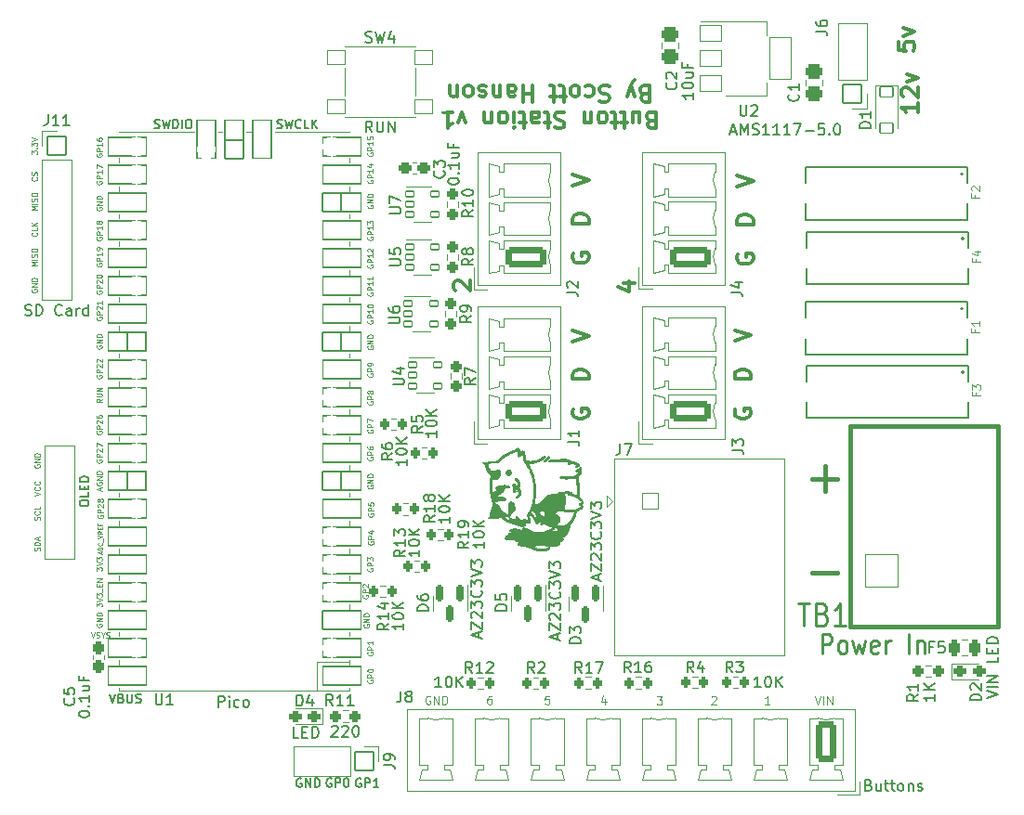
<source format=gbr>
%TF.GenerationSoftware,KiCad,Pcbnew,7.0.7*%
%TF.CreationDate,2023-09-23T02:22:54-04:00*%
%TF.ProjectId,WingsStation,57696e67-7353-4746-9174-696f6e2e6b69,v1*%
%TF.SameCoordinates,Original*%
%TF.FileFunction,Legend,Top*%
%TF.FilePolarity,Positive*%
%FSLAX46Y46*%
G04 Gerber Fmt 4.6, Leading zero omitted, Abs format (unit mm)*
G04 Created by KiCad (PCBNEW 7.0.7) date 2023-09-23 02:22:54*
%MOMM*%
%LPD*%
G01*
G04 APERTURE LIST*
G04 Aperture macros list*
%AMRoundRect*
0 Rectangle with rounded corners*
0 $1 Rounding radius*
0 $2 $3 $4 $5 $6 $7 $8 $9 X,Y pos of 4 corners*
0 Add a 4 corners polygon primitive as box body*
4,1,4,$2,$3,$4,$5,$6,$7,$8,$9,$2,$3,0*
0 Add four circle primitives for the rounded corners*
1,1,$1+$1,$2,$3*
1,1,$1+$1,$4,$5*
1,1,$1+$1,$6,$7*
1,1,$1+$1,$8,$9*
0 Add four rect primitives between the rounded corners*
20,1,$1+$1,$2,$3,$4,$5,0*
20,1,$1+$1,$4,$5,$6,$7,0*
20,1,$1+$1,$6,$7,$8,$9,0*
20,1,$1+$1,$8,$9,$2,$3,0*%
G04 Aperture macros list end*
%ADD10C,0.100000*%
%ADD11C,0.300000*%
%ADD12C,0.400000*%
%ADD13C,0.150000*%
%ADD14C,0.254000*%
%ADD15C,0.215900*%
%ADD16C,0.120000*%
%ADD17C,0.127000*%
%ADD18C,0.187000*%
%ADD19C,0.381000*%
%ADD20R,3.000000X3.000000*%
%ADD21C,3.000000*%
%ADD22RoundRect,0.294750X0.243750X0.456250X-0.243750X0.456250X-0.243750X-0.456250X0.243750X-0.456250X0*%
%ADD23RoundRect,0.051000X-0.850000X-0.850000X0.850000X-0.850000X0.850000X0.850000X-0.850000X0.850000X0*%
%ADD24O,1.802000X1.802000*%
%ADD25RoundRect,0.251000X0.200000X0.275000X-0.200000X0.275000X-0.200000X-0.275000X0.200000X-0.275000X0*%
%ADD26RoundRect,0.301000X0.650000X1.550000X-0.650000X1.550000X-0.650000X-1.550000X0.650000X-1.550000X0*%
%ADD27O,1.902000X3.702000*%
%ADD28C,2.577000*%
%ADD29RoundRect,0.201000X-0.150000X0.587500X-0.150000X-0.587500X0.150000X-0.587500X0.150000X0.587500X0*%
%ADD30RoundRect,0.301000X1.550000X-0.650000X1.550000X0.650000X-1.550000X0.650000X-1.550000X-0.650000X0*%
%ADD31O,3.702000X1.902000*%
%ADD32RoundRect,0.051000X1.500000X-1.500000X1.500000X1.500000X-1.500000X1.500000X-1.500000X-1.500000X0*%
%ADD33C,3.102000*%
%ADD34RoundRect,0.301000X0.475000X-0.337500X0.475000X0.337500X-0.475000X0.337500X-0.475000X-0.337500X0*%
%ADD35RoundRect,0.051000X0.850000X0.850000X-0.850000X0.850000X-0.850000X-0.850000X0.850000X-0.850000X0*%
%ADD36RoundRect,0.288500X-0.250000X-0.237500X0.250000X-0.237500X0.250000X0.237500X-0.250000X0.237500X0*%
%ADD37RoundRect,0.288500X-0.287500X-0.237500X0.287500X-0.237500X0.287500X0.237500X-0.287500X0.237500X0*%
%ADD38C,1.602000*%
%ADD39RoundRect,0.051000X-0.750000X-0.750000X0.750000X-0.750000X0.750000X0.750000X-0.750000X0.750000X0*%
%ADD40C,3.302000*%
%ADD41RoundRect,0.288500X0.300000X0.237500X-0.300000X0.237500X-0.300000X-0.237500X0.300000X-0.237500X0*%
%ADD42RoundRect,0.051000X-0.600000X0.450000X-0.600000X-0.450000X0.600000X-0.450000X0.600000X0.450000X0*%
%ADD43RoundRect,0.288500X-0.237500X0.250000X-0.237500X-0.250000X0.237500X-0.250000X0.237500X0.250000X0*%
%ADD44RoundRect,0.051000X-1.000000X-0.750000X1.000000X-0.750000X1.000000X0.750000X-1.000000X0.750000X0*%
%ADD45RoundRect,0.051000X-1.000000X-1.900000X1.000000X-1.900000X1.000000X1.900000X-1.000000X1.900000X0*%
%ADD46RoundRect,0.051000X-0.350000X-0.255000X0.350000X-0.255000X0.350000X0.255000X-0.350000X0.255000X0*%
%ADD47C,1.802000*%
%ADD48C,5.000000*%
%ADD49C,3.802000*%
%ADD50O,1.902000X1.902000*%
%ADD51O,1.602000X1.602000*%
%ADD52RoundRect,0.051000X1.750000X0.850000X-1.750000X0.850000X-1.750000X-0.850000X1.750000X-0.850000X0*%
%ADD53RoundRect,0.051000X-0.850000X1.750000X-0.850000X-1.750000X0.850000X-1.750000X0.850000X1.750000X0*%
%ADD54RoundRect,0.051000X-0.775000X-0.650000X0.775000X-0.650000X0.775000X0.650000X-0.775000X0.650000X0*%
%ADD55RoundRect,0.288500X0.287500X0.237500X-0.287500X0.237500X-0.287500X-0.237500X0.287500X-0.237500X0*%
%ADD56RoundRect,0.288500X-0.237500X0.300000X-0.237500X-0.300000X0.237500X-0.300000X0.237500X0.300000X0*%
%ADD57RoundRect,0.051000X-0.850000X0.850000X-0.850000X-0.850000X0.850000X-0.850000X0.850000X0.850000X0*%
%ADD58C,1.102000*%
G04 APERTURE END LIST*
D10*
X-119523343Y-14456064D02*
X-119666201Y-14456064D01*
X-119666201Y-14456064D02*
X-119737629Y-14491778D01*
X-119737629Y-14491778D02*
X-119773343Y-14527492D01*
X-119773343Y-14527492D02*
X-119844772Y-14634635D01*
X-119844772Y-14634635D02*
X-119880486Y-14777492D01*
X-119880486Y-14777492D02*
X-119880486Y-15063207D01*
X-119880486Y-15063207D02*
X-119844772Y-15134635D01*
X-119844772Y-15134635D02*
X-119809058Y-15170350D01*
X-119809058Y-15170350D02*
X-119737629Y-15206064D01*
X-119737629Y-15206064D02*
X-119594772Y-15206064D01*
X-119594772Y-15206064D02*
X-119523343Y-15170350D01*
X-119523343Y-15170350D02*
X-119487629Y-15134635D01*
X-119487629Y-15134635D02*
X-119451915Y-15063207D01*
X-119451915Y-15063207D02*
X-119451915Y-14884635D01*
X-119451915Y-14884635D02*
X-119487629Y-14813207D01*
X-119487629Y-14813207D02*
X-119523343Y-14777492D01*
X-119523343Y-14777492D02*
X-119594772Y-14741778D01*
X-119594772Y-14741778D02*
X-119737629Y-14741778D01*
X-119737629Y-14741778D02*
X-119809058Y-14777492D01*
X-119809058Y-14777492D02*
X-119844772Y-14813207D01*
X-119844772Y-14813207D02*
X-119880486Y-14884635D01*
X-114237629Y-14456064D02*
X-114594772Y-14456064D01*
X-114594772Y-14456064D02*
X-114630486Y-14813207D01*
X-114630486Y-14813207D02*
X-114594772Y-14777492D01*
X-114594772Y-14777492D02*
X-114523343Y-14741778D01*
X-114523343Y-14741778D02*
X-114344772Y-14741778D01*
X-114344772Y-14741778D02*
X-114273343Y-14777492D01*
X-114273343Y-14777492D02*
X-114237629Y-14813207D01*
X-114237629Y-14813207D02*
X-114201915Y-14884635D01*
X-114201915Y-14884635D02*
X-114201915Y-15063207D01*
X-114201915Y-15063207D02*
X-114237629Y-15134635D01*
X-114237629Y-15134635D02*
X-114273343Y-15170350D01*
X-114273343Y-15170350D02*
X-114344772Y-15206064D01*
X-114344772Y-15206064D02*
X-114523343Y-15206064D01*
X-114523343Y-15206064D02*
X-114594772Y-15170350D01*
X-114594772Y-15170350D02*
X-114630486Y-15134635D01*
X-109123343Y-14706064D02*
X-109123343Y-15206064D01*
X-109301915Y-14420350D02*
X-109480486Y-14956064D01*
X-109480486Y-14956064D02*
X-109016201Y-14956064D01*
X-104416201Y-14506064D02*
X-103951915Y-14506064D01*
X-103951915Y-14506064D02*
X-104201915Y-14791778D01*
X-104201915Y-14791778D02*
X-104094772Y-14791778D01*
X-104094772Y-14791778D02*
X-104023343Y-14827492D01*
X-104023343Y-14827492D02*
X-103987629Y-14863207D01*
X-103987629Y-14863207D02*
X-103951915Y-14934635D01*
X-103951915Y-14934635D02*
X-103951915Y-15113207D01*
X-103951915Y-15113207D02*
X-103987629Y-15184635D01*
X-103987629Y-15184635D02*
X-104023343Y-15220350D01*
X-104023343Y-15220350D02*
X-104094772Y-15256064D01*
X-104094772Y-15256064D02*
X-104309058Y-15256064D01*
X-104309058Y-15256064D02*
X-104380486Y-15220350D01*
X-104380486Y-15220350D02*
X-104416201Y-15184635D01*
X-99430486Y-14527492D02*
X-99394772Y-14491778D01*
X-99394772Y-14491778D02*
X-99323343Y-14456064D01*
X-99323343Y-14456064D02*
X-99144772Y-14456064D01*
X-99144772Y-14456064D02*
X-99073343Y-14491778D01*
X-99073343Y-14491778D02*
X-99037629Y-14527492D01*
X-99037629Y-14527492D02*
X-99001915Y-14598921D01*
X-99001915Y-14598921D02*
X-99001915Y-14670350D01*
X-99001915Y-14670350D02*
X-99037629Y-14777492D01*
X-99037629Y-14777492D02*
X-99466201Y-15206064D01*
X-99466201Y-15206064D02*
X-99001915Y-15206064D01*
X-94151915Y-15206064D02*
X-94580486Y-15206064D01*
X-94366201Y-15206064D02*
X-94366201Y-14456064D01*
X-94366201Y-14456064D02*
X-94437629Y-14563207D01*
X-94437629Y-14563207D02*
X-94509058Y-14634635D01*
X-94509058Y-14634635D02*
X-94580486Y-14670350D01*
X-89987629Y-14506064D02*
X-89737629Y-15256064D01*
X-89737629Y-15256064D02*
X-89487629Y-14506064D01*
X-89237629Y-15256064D02*
X-89237629Y-14506064D01*
X-88880486Y-15256064D02*
X-88880486Y-14506064D01*
X-88880486Y-14506064D02*
X-88451915Y-15256064D01*
X-88451915Y-15256064D02*
X-88451915Y-14506064D01*
X-125087629Y-14491778D02*
X-125159057Y-14456064D01*
X-125159057Y-14456064D02*
X-125266200Y-14456064D01*
X-125266200Y-14456064D02*
X-125373343Y-14491778D01*
X-125373343Y-14491778D02*
X-125444772Y-14563207D01*
X-125444772Y-14563207D02*
X-125480486Y-14634635D01*
X-125480486Y-14634635D02*
X-125516200Y-14777492D01*
X-125516200Y-14777492D02*
X-125516200Y-14884635D01*
X-125516200Y-14884635D02*
X-125480486Y-15027492D01*
X-125480486Y-15027492D02*
X-125444772Y-15098921D01*
X-125444772Y-15098921D02*
X-125373343Y-15170350D01*
X-125373343Y-15170350D02*
X-125266200Y-15206064D01*
X-125266200Y-15206064D02*
X-125194772Y-15206064D01*
X-125194772Y-15206064D02*
X-125087629Y-15170350D01*
X-125087629Y-15170350D02*
X-125051915Y-15134635D01*
X-125051915Y-15134635D02*
X-125051915Y-14884635D01*
X-125051915Y-14884635D02*
X-125194772Y-14884635D01*
X-124730486Y-15206064D02*
X-124730486Y-14456064D01*
X-124730486Y-14456064D02*
X-124301915Y-15206064D01*
X-124301915Y-15206064D02*
X-124301915Y-14456064D01*
X-123944772Y-15206064D02*
X-123944772Y-14456064D01*
X-123944772Y-14456064D02*
X-123766201Y-14456064D01*
X-123766201Y-14456064D02*
X-123659058Y-14491778D01*
X-123659058Y-14491778D02*
X-123587629Y-14563207D01*
X-123587629Y-14563207D02*
X-123551915Y-14634635D01*
X-123551915Y-14634635D02*
X-123516201Y-14777492D01*
X-123516201Y-14777492D02*
X-123516201Y-14884635D01*
X-123516201Y-14884635D02*
X-123551915Y-15027492D01*
X-123551915Y-15027492D02*
X-123587629Y-15098921D01*
X-123587629Y-15098921D02*
X-123659058Y-15170350D01*
X-123659058Y-15170350D02*
X-123766201Y-15206064D01*
X-123766201Y-15206064D02*
X-123944772Y-15206064D01*
X-160902091Y29849986D02*
X-161402091Y29849986D01*
X-161402091Y29849986D02*
X-161044948Y30016653D01*
X-161044948Y30016653D02*
X-161402091Y30183319D01*
X-161402091Y30183319D02*
X-160902091Y30183319D01*
X-160902091Y30421415D02*
X-161402091Y30421415D01*
X-160925900Y30635701D02*
X-160902091Y30707129D01*
X-160902091Y30707129D02*
X-160902091Y30826177D01*
X-160902091Y30826177D02*
X-160925900Y30873796D01*
X-160925900Y30873796D02*
X-160949710Y30897605D01*
X-160949710Y30897605D02*
X-160997329Y30921415D01*
X-160997329Y30921415D02*
X-161044948Y30921415D01*
X-161044948Y30921415D02*
X-161092567Y30897605D01*
X-161092567Y30897605D02*
X-161116377Y30873796D01*
X-161116377Y30873796D02*
X-161140186Y30826177D01*
X-161140186Y30826177D02*
X-161163996Y30730939D01*
X-161163996Y30730939D02*
X-161187805Y30683320D01*
X-161187805Y30683320D02*
X-161211615Y30659510D01*
X-161211615Y30659510D02*
X-161259234Y30635701D01*
X-161259234Y30635701D02*
X-161306853Y30635701D01*
X-161306853Y30635701D02*
X-161354472Y30659510D01*
X-161354472Y30659510D02*
X-161378281Y30683320D01*
X-161378281Y30683320D02*
X-161402091Y30730939D01*
X-161402091Y30730939D02*
X-161402091Y30849986D01*
X-161402091Y30849986D02*
X-161378281Y30921415D01*
X-161402091Y31230938D02*
X-161402091Y31326176D01*
X-161402091Y31326176D02*
X-161378281Y31373795D01*
X-161378281Y31373795D02*
X-161330662Y31421414D01*
X-161330662Y31421414D02*
X-161235424Y31445224D01*
X-161235424Y31445224D02*
X-161068758Y31445224D01*
X-161068758Y31445224D02*
X-160973520Y31421414D01*
X-160973520Y31421414D02*
X-160925900Y31373795D01*
X-160925900Y31373795D02*
X-160902091Y31326176D01*
X-160902091Y31326176D02*
X-160902091Y31230938D01*
X-160902091Y31230938D02*
X-160925900Y31183319D01*
X-160925900Y31183319D02*
X-160973520Y31135700D01*
X-160973520Y31135700D02*
X-161068758Y31111891D01*
X-161068758Y31111891D02*
X-161235424Y31111891D01*
X-161235424Y31111891D02*
X-161330662Y31135700D01*
X-161330662Y31135700D02*
X-161378281Y31183319D01*
X-161378281Y31183319D02*
X-161402091Y31230938D01*
X-160949710Y32838367D02*
X-160925900Y32814558D01*
X-160925900Y32814558D02*
X-160902091Y32743129D01*
X-160902091Y32743129D02*
X-160902091Y32695510D01*
X-160902091Y32695510D02*
X-160925900Y32624082D01*
X-160925900Y32624082D02*
X-160973520Y32576463D01*
X-160973520Y32576463D02*
X-161021139Y32552653D01*
X-161021139Y32552653D02*
X-161116377Y32528844D01*
X-161116377Y32528844D02*
X-161187805Y32528844D01*
X-161187805Y32528844D02*
X-161283043Y32552653D01*
X-161283043Y32552653D02*
X-161330662Y32576463D01*
X-161330662Y32576463D02*
X-161378281Y32624082D01*
X-161378281Y32624082D02*
X-161402091Y32695510D01*
X-161402091Y32695510D02*
X-161402091Y32743129D01*
X-161402091Y32743129D02*
X-161378281Y32814558D01*
X-161378281Y32814558D02*
X-161354472Y32838367D01*
X-160925900Y33028844D02*
X-160902091Y33100272D01*
X-160902091Y33100272D02*
X-160902091Y33219320D01*
X-160902091Y33219320D02*
X-160925900Y33266939D01*
X-160925900Y33266939D02*
X-160949710Y33290748D01*
X-160949710Y33290748D02*
X-160997329Y33314558D01*
X-160997329Y33314558D02*
X-161044948Y33314558D01*
X-161044948Y33314558D02*
X-161092567Y33290748D01*
X-161092567Y33290748D02*
X-161116377Y33266939D01*
X-161116377Y33266939D02*
X-161140186Y33219320D01*
X-161140186Y33219320D02*
X-161163996Y33124082D01*
X-161163996Y33124082D02*
X-161187805Y33076463D01*
X-161187805Y33076463D02*
X-161211615Y33052653D01*
X-161211615Y33052653D02*
X-161259234Y33028844D01*
X-161259234Y33028844D02*
X-161306853Y33028844D01*
X-161306853Y33028844D02*
X-161354472Y33052653D01*
X-161354472Y33052653D02*
X-161378281Y33076463D01*
X-161378281Y33076463D02*
X-161402091Y33124082D01*
X-161402091Y33124082D02*
X-161402091Y33243129D01*
X-161402091Y33243129D02*
X-161378281Y33314558D01*
X-160949710Y27798081D02*
X-160925900Y27774272D01*
X-160925900Y27774272D02*
X-160902091Y27702843D01*
X-160902091Y27702843D02*
X-160902091Y27655224D01*
X-160902091Y27655224D02*
X-160925900Y27583796D01*
X-160925900Y27583796D02*
X-160973520Y27536177D01*
X-160973520Y27536177D02*
X-161021139Y27512367D01*
X-161021139Y27512367D02*
X-161116377Y27488558D01*
X-161116377Y27488558D02*
X-161187805Y27488558D01*
X-161187805Y27488558D02*
X-161283043Y27512367D01*
X-161283043Y27512367D02*
X-161330662Y27536177D01*
X-161330662Y27536177D02*
X-161378281Y27583796D01*
X-161378281Y27583796D02*
X-161402091Y27655224D01*
X-161402091Y27655224D02*
X-161402091Y27702843D01*
X-161402091Y27702843D02*
X-161378281Y27774272D01*
X-161378281Y27774272D02*
X-161354472Y27798081D01*
X-160902091Y28250462D02*
X-160902091Y28012367D01*
X-160902091Y28012367D02*
X-161402091Y28012367D01*
X-160902091Y28417129D02*
X-161402091Y28417129D01*
X-160902091Y28702843D02*
X-161187805Y28488558D01*
X-161402091Y28702843D02*
X-161116377Y28417129D01*
X-160902091Y24769986D02*
X-161402091Y24769986D01*
X-161402091Y24769986D02*
X-161044948Y24936653D01*
X-161044948Y24936653D02*
X-161402091Y25103319D01*
X-161402091Y25103319D02*
X-160902091Y25103319D01*
X-160902091Y25341415D02*
X-161402091Y25341415D01*
X-160925900Y25555701D02*
X-160902091Y25627129D01*
X-160902091Y25627129D02*
X-160902091Y25746177D01*
X-160902091Y25746177D02*
X-160925900Y25793796D01*
X-160925900Y25793796D02*
X-160949710Y25817605D01*
X-160949710Y25817605D02*
X-160997329Y25841415D01*
X-160997329Y25841415D02*
X-161044948Y25841415D01*
X-161044948Y25841415D02*
X-161092567Y25817605D01*
X-161092567Y25817605D02*
X-161116377Y25793796D01*
X-161116377Y25793796D02*
X-161140186Y25746177D01*
X-161140186Y25746177D02*
X-161163996Y25650939D01*
X-161163996Y25650939D02*
X-161187805Y25603320D01*
X-161187805Y25603320D02*
X-161211615Y25579510D01*
X-161211615Y25579510D02*
X-161259234Y25555701D01*
X-161259234Y25555701D02*
X-161306853Y25555701D01*
X-161306853Y25555701D02*
X-161354472Y25579510D01*
X-161354472Y25579510D02*
X-161378281Y25603320D01*
X-161378281Y25603320D02*
X-161402091Y25650939D01*
X-161402091Y25650939D02*
X-161402091Y25769986D01*
X-161402091Y25769986D02*
X-161378281Y25841415D01*
X-161402091Y26150938D02*
X-161402091Y26246176D01*
X-161402091Y26246176D02*
X-161378281Y26293795D01*
X-161378281Y26293795D02*
X-161330662Y26341414D01*
X-161330662Y26341414D02*
X-161235424Y26365224D01*
X-161235424Y26365224D02*
X-161068758Y26365224D01*
X-161068758Y26365224D02*
X-160973520Y26341414D01*
X-160973520Y26341414D02*
X-160925900Y26293795D01*
X-160925900Y26293795D02*
X-160902091Y26246176D01*
X-160902091Y26246176D02*
X-160902091Y26150938D01*
X-160902091Y26150938D02*
X-160925900Y26103319D01*
X-160925900Y26103319D02*
X-160973520Y26055700D01*
X-160973520Y26055700D02*
X-161068758Y26031891D01*
X-161068758Y26031891D02*
X-161235424Y26031891D01*
X-161235424Y26031891D02*
X-161330662Y26055700D01*
X-161330662Y26055700D02*
X-161378281Y26103319D01*
X-161378281Y26103319D02*
X-161402091Y26150938D01*
X-161402091Y34977606D02*
X-161402091Y35287130D01*
X-161402091Y35287130D02*
X-161211615Y35120463D01*
X-161211615Y35120463D02*
X-161211615Y35191892D01*
X-161211615Y35191892D02*
X-161187805Y35239511D01*
X-161187805Y35239511D02*
X-161163996Y35263320D01*
X-161163996Y35263320D02*
X-161116377Y35287130D01*
X-161116377Y35287130D02*
X-160997329Y35287130D01*
X-160997329Y35287130D02*
X-160949710Y35263320D01*
X-160949710Y35263320D02*
X-160925900Y35239511D01*
X-160925900Y35239511D02*
X-160902091Y35191892D01*
X-160902091Y35191892D02*
X-160902091Y35049035D01*
X-160902091Y35049035D02*
X-160925900Y35001416D01*
X-160925900Y35001416D02*
X-160949710Y34977606D01*
X-160949710Y35501415D02*
X-160925900Y35525225D01*
X-160925900Y35525225D02*
X-160902091Y35501415D01*
X-160902091Y35501415D02*
X-160925900Y35477606D01*
X-160925900Y35477606D02*
X-160949710Y35501415D01*
X-160949710Y35501415D02*
X-160902091Y35501415D01*
X-161402091Y35691891D02*
X-161402091Y36001415D01*
X-161402091Y36001415D02*
X-161211615Y35834748D01*
X-161211615Y35834748D02*
X-161211615Y35906177D01*
X-161211615Y35906177D02*
X-161187805Y35953796D01*
X-161187805Y35953796D02*
X-161163996Y35977605D01*
X-161163996Y35977605D02*
X-161116377Y36001415D01*
X-161116377Y36001415D02*
X-160997329Y36001415D01*
X-160997329Y36001415D02*
X-160949710Y35977605D01*
X-160949710Y35977605D02*
X-160925900Y35953796D01*
X-160925900Y35953796D02*
X-160902091Y35906177D01*
X-160902091Y35906177D02*
X-160902091Y35763320D01*
X-160902091Y35763320D02*
X-160925900Y35715701D01*
X-160925900Y35715701D02*
X-160949710Y35691891D01*
X-161402091Y36144272D02*
X-160902091Y36310938D01*
X-160902091Y36310938D02*
X-161402091Y36477605D01*
X-161378281Y22634748D02*
X-161402091Y22587129D01*
X-161402091Y22587129D02*
X-161402091Y22515700D01*
X-161402091Y22515700D02*
X-161378281Y22444272D01*
X-161378281Y22444272D02*
X-161330662Y22396653D01*
X-161330662Y22396653D02*
X-161283043Y22372843D01*
X-161283043Y22372843D02*
X-161187805Y22349034D01*
X-161187805Y22349034D02*
X-161116377Y22349034D01*
X-161116377Y22349034D02*
X-161021139Y22372843D01*
X-161021139Y22372843D02*
X-160973520Y22396653D01*
X-160973520Y22396653D02*
X-160925900Y22444272D01*
X-160925900Y22444272D02*
X-160902091Y22515700D01*
X-160902091Y22515700D02*
X-160902091Y22563319D01*
X-160902091Y22563319D02*
X-160925900Y22634748D01*
X-160925900Y22634748D02*
X-160949710Y22658557D01*
X-160949710Y22658557D02*
X-161116377Y22658557D01*
X-161116377Y22658557D02*
X-161116377Y22563319D01*
X-160902091Y22872843D02*
X-161402091Y22872843D01*
X-161402091Y22872843D02*
X-160902091Y23158557D01*
X-160902091Y23158557D02*
X-161402091Y23158557D01*
X-160902091Y23396653D02*
X-161402091Y23396653D01*
X-161402091Y23396653D02*
X-161402091Y23515701D01*
X-161402091Y23515701D02*
X-161378281Y23587129D01*
X-161378281Y23587129D02*
X-161330662Y23634748D01*
X-161330662Y23634748D02*
X-161283043Y23658558D01*
X-161283043Y23658558D02*
X-161187805Y23682367D01*
X-161187805Y23682367D02*
X-161116377Y23682367D01*
X-161116377Y23682367D02*
X-161021139Y23658558D01*
X-161021139Y23658558D02*
X-160973520Y23634748D01*
X-160973520Y23634748D02*
X-160925900Y23587129D01*
X-160925900Y23587129D02*
X-160902091Y23515701D01*
X-160902091Y23515701D02*
X-160902091Y23396653D01*
D11*
X-97137872Y32015201D02*
X-95637872Y32515201D01*
X-95637872Y32515201D02*
X-97137872Y33015201D01*
X-95637872Y28566343D02*
X-97137872Y28566343D01*
X-97137872Y28566343D02*
X-97137872Y28923486D01*
X-97137872Y28923486D02*
X-97066443Y29137772D01*
X-97066443Y29137772D02*
X-96923586Y29280629D01*
X-96923586Y29280629D02*
X-96780729Y29352058D01*
X-96780729Y29352058D02*
X-96495015Y29423486D01*
X-96495015Y29423486D02*
X-96280729Y29423486D01*
X-96280729Y29423486D02*
X-95995015Y29352058D01*
X-95995015Y29352058D02*
X-95852158Y29280629D01*
X-95852158Y29280629D02*
X-95709300Y29137772D01*
X-95709300Y29137772D02*
X-95637872Y28923486D01*
X-95637872Y28923486D02*
X-95637872Y28566343D01*
X-112137872Y17897701D02*
X-110637872Y18397701D01*
X-110637872Y18397701D02*
X-112137872Y18897701D01*
X-97266443Y11696058D02*
X-97337872Y11553200D01*
X-97337872Y11553200D02*
X-97337872Y11338915D01*
X-97337872Y11338915D02*
X-97266443Y11124629D01*
X-97266443Y11124629D02*
X-97123586Y10981772D01*
X-97123586Y10981772D02*
X-96980729Y10910343D01*
X-96980729Y10910343D02*
X-96695015Y10838915D01*
X-96695015Y10838915D02*
X-96480729Y10838915D01*
X-96480729Y10838915D02*
X-96195015Y10910343D01*
X-96195015Y10910343D02*
X-96052158Y10981772D01*
X-96052158Y10981772D02*
X-95909300Y11124629D01*
X-95909300Y11124629D02*
X-95837872Y11338915D01*
X-95837872Y11338915D02*
X-95837872Y11481772D01*
X-95837872Y11481772D02*
X-95909300Y11696058D01*
X-95909300Y11696058D02*
X-95980729Y11767486D01*
X-95980729Y11767486D02*
X-96480729Y11767486D01*
X-96480729Y11767486D02*
X-96480729Y11481772D01*
X-112066443Y25878558D02*
X-112137872Y25735700D01*
X-112137872Y25735700D02*
X-112137872Y25521415D01*
X-112137872Y25521415D02*
X-112066443Y25307129D01*
X-112066443Y25307129D02*
X-111923586Y25164272D01*
X-111923586Y25164272D02*
X-111780729Y25092843D01*
X-111780729Y25092843D02*
X-111495015Y25021415D01*
X-111495015Y25021415D02*
X-111280729Y25021415D01*
X-111280729Y25021415D02*
X-110995015Y25092843D01*
X-110995015Y25092843D02*
X-110852158Y25164272D01*
X-110852158Y25164272D02*
X-110709300Y25307129D01*
X-110709300Y25307129D02*
X-110637872Y25521415D01*
X-110637872Y25521415D02*
X-110637872Y25664272D01*
X-110637872Y25664272D02*
X-110709300Y25878558D01*
X-110709300Y25878558D02*
X-110780729Y25949986D01*
X-110780729Y25949986D02*
X-111280729Y25949986D01*
X-111280729Y25949986D02*
X-111280729Y25664272D01*
D12*
X-90259058Y-3238500D02*
X-87973343Y-3238500D01*
D11*
X-97337872Y17915201D02*
X-95837872Y18415201D01*
X-95837872Y18415201D02*
X-97337872Y18915201D01*
X-112066443Y11678558D02*
X-112137872Y11535700D01*
X-112137872Y11535700D02*
X-112137872Y11321415D01*
X-112137872Y11321415D02*
X-112066443Y11107129D01*
X-112066443Y11107129D02*
X-111923586Y10964272D01*
X-111923586Y10964272D02*
X-111780729Y10892843D01*
X-111780729Y10892843D02*
X-111495015Y10821415D01*
X-111495015Y10821415D02*
X-111280729Y10821415D01*
X-111280729Y10821415D02*
X-110995015Y10892843D01*
X-110995015Y10892843D02*
X-110852158Y10964272D01*
X-110852158Y10964272D02*
X-110709300Y11107129D01*
X-110709300Y11107129D02*
X-110637872Y11321415D01*
X-110637872Y11321415D02*
X-110637872Y11464272D01*
X-110637872Y11464272D02*
X-110709300Y11678558D01*
X-110709300Y11678558D02*
X-110780729Y11749986D01*
X-110780729Y11749986D02*
X-111280729Y11749986D01*
X-111280729Y11749986D02*
X-111280729Y11464272D01*
X-97066443Y25796058D02*
X-97137872Y25653200D01*
X-97137872Y25653200D02*
X-97137872Y25438915D01*
X-97137872Y25438915D02*
X-97066443Y25224629D01*
X-97066443Y25224629D02*
X-96923586Y25081772D01*
X-96923586Y25081772D02*
X-96780729Y25010343D01*
X-96780729Y25010343D02*
X-96495015Y24938915D01*
X-96495015Y24938915D02*
X-96280729Y24938915D01*
X-96280729Y24938915D02*
X-95995015Y25010343D01*
X-95995015Y25010343D02*
X-95852158Y25081772D01*
X-95852158Y25081772D02*
X-95709300Y25224629D01*
X-95709300Y25224629D02*
X-95637872Y25438915D01*
X-95637872Y25438915D02*
X-95637872Y25581772D01*
X-95637872Y25581772D02*
X-95709300Y25796058D01*
X-95709300Y25796058D02*
X-95780729Y25867486D01*
X-95780729Y25867486D02*
X-96280729Y25867486D01*
X-96280729Y25867486D02*
X-96280729Y25581772D01*
X-112137872Y32097701D02*
X-110637872Y32597701D01*
X-110637872Y32597701D02*
X-112137872Y33097701D01*
X-110637872Y28648843D02*
X-112137872Y28648843D01*
X-112137872Y28648843D02*
X-112137872Y29005986D01*
X-112137872Y29005986D02*
X-112066443Y29220272D01*
X-112066443Y29220272D02*
X-111923586Y29363129D01*
X-111923586Y29363129D02*
X-111780729Y29434558D01*
X-111780729Y29434558D02*
X-111495015Y29505986D01*
X-111495015Y29505986D02*
X-111280729Y29505986D01*
X-111280729Y29505986D02*
X-110995015Y29434558D01*
X-110995015Y29434558D02*
X-110852158Y29363129D01*
X-110852158Y29363129D02*
X-110709300Y29220272D01*
X-110709300Y29220272D02*
X-110637872Y29005986D01*
X-110637872Y29005986D02*
X-110637872Y28648843D01*
X-110637872Y14448843D02*
X-112137872Y14448843D01*
X-112137872Y14448843D02*
X-112137872Y14805986D01*
X-112137872Y14805986D02*
X-112066443Y15020272D01*
X-112066443Y15020272D02*
X-111923586Y15163129D01*
X-111923586Y15163129D02*
X-111780729Y15234558D01*
X-111780729Y15234558D02*
X-111495015Y15305986D01*
X-111495015Y15305986D02*
X-111280729Y15305986D01*
X-111280729Y15305986D02*
X-110995015Y15234558D01*
X-110995015Y15234558D02*
X-110852158Y15163129D01*
X-110852158Y15163129D02*
X-110709300Y15020272D01*
X-110709300Y15020272D02*
X-110637872Y14805986D01*
X-110637872Y14805986D02*
X-110637872Y14448843D01*
X-95837872Y14466343D02*
X-97337872Y14466343D01*
X-97337872Y14466343D02*
X-97337872Y14823486D01*
X-97337872Y14823486D02*
X-97266443Y15037772D01*
X-97266443Y15037772D02*
X-97123586Y15180629D01*
X-97123586Y15180629D02*
X-96980729Y15252058D01*
X-96980729Y15252058D02*
X-96695015Y15323486D01*
X-96695015Y15323486D02*
X-96480729Y15323486D01*
X-96480729Y15323486D02*
X-96195015Y15252058D01*
X-96195015Y15252058D02*
X-96052158Y15180629D01*
X-96052158Y15180629D02*
X-95909300Y15037772D01*
X-95909300Y15037772D02*
X-95837872Y14823486D01*
X-95837872Y14823486D02*
X-95837872Y14466343D01*
D12*
X-90259058Y5361500D02*
X-87973343Y5361500D01*
X-89116201Y4218643D02*
X-89116201Y6504358D01*
D11*
X-107437872Y23171415D02*
X-106437872Y23171415D01*
X-108009300Y22814273D02*
X-106937872Y22457130D01*
X-106937872Y22457130D02*
X-106937872Y23385701D01*
X-104987629Y38020815D02*
X-105201915Y38092243D01*
X-105201915Y38092243D02*
X-105273344Y38163672D01*
X-105273344Y38163672D02*
X-105344772Y38306529D01*
X-105344772Y38306529D02*
X-105344772Y38520815D01*
X-105344772Y38520815D02*
X-105273344Y38663672D01*
X-105273344Y38663672D02*
X-105201915Y38735100D01*
X-105201915Y38735100D02*
X-105059058Y38806529D01*
X-105059058Y38806529D02*
X-104487629Y38806529D01*
X-104487629Y38806529D02*
X-104487629Y37306529D01*
X-104487629Y37306529D02*
X-104987629Y37306529D01*
X-104987629Y37306529D02*
X-105130486Y37377958D01*
X-105130486Y37377958D02*
X-105201915Y37449386D01*
X-105201915Y37449386D02*
X-105273344Y37592243D01*
X-105273344Y37592243D02*
X-105273344Y37735100D01*
X-105273344Y37735100D02*
X-105201915Y37877958D01*
X-105201915Y37877958D02*
X-105130486Y37949386D01*
X-105130486Y37949386D02*
X-104987629Y38020815D01*
X-104987629Y38020815D02*
X-104487629Y38020815D01*
X-106630486Y37806529D02*
X-106630486Y38806529D01*
X-105987629Y37806529D02*
X-105987629Y38592243D01*
X-105987629Y38592243D02*
X-106059058Y38735100D01*
X-106059058Y38735100D02*
X-106201915Y38806529D01*
X-106201915Y38806529D02*
X-106416201Y38806529D01*
X-106416201Y38806529D02*
X-106559058Y38735100D01*
X-106559058Y38735100D02*
X-106630486Y38663672D01*
X-107130487Y37806529D02*
X-107701915Y37806529D01*
X-107344772Y37306529D02*
X-107344772Y38592243D01*
X-107344772Y38592243D02*
X-107416201Y38735100D01*
X-107416201Y38735100D02*
X-107559058Y38806529D01*
X-107559058Y38806529D02*
X-107701915Y38806529D01*
X-107987630Y37806529D02*
X-108559058Y37806529D01*
X-108201915Y37306529D02*
X-108201915Y38592243D01*
X-108201915Y38592243D02*
X-108273344Y38735100D01*
X-108273344Y38735100D02*
X-108416201Y38806529D01*
X-108416201Y38806529D02*
X-108559058Y38806529D01*
X-109273344Y38806529D02*
X-109130487Y38735100D01*
X-109130487Y38735100D02*
X-109059058Y38663672D01*
X-109059058Y38663672D02*
X-108987630Y38520815D01*
X-108987630Y38520815D02*
X-108987630Y38092243D01*
X-108987630Y38092243D02*
X-109059058Y37949386D01*
X-109059058Y37949386D02*
X-109130487Y37877958D01*
X-109130487Y37877958D02*
X-109273344Y37806529D01*
X-109273344Y37806529D02*
X-109487630Y37806529D01*
X-109487630Y37806529D02*
X-109630487Y37877958D01*
X-109630487Y37877958D02*
X-109701915Y37949386D01*
X-109701915Y37949386D02*
X-109773344Y38092243D01*
X-109773344Y38092243D02*
X-109773344Y38520815D01*
X-109773344Y38520815D02*
X-109701915Y38663672D01*
X-109701915Y38663672D02*
X-109630487Y38735100D01*
X-109630487Y38735100D02*
X-109487630Y38806529D01*
X-109487630Y38806529D02*
X-109273344Y38806529D01*
X-110416201Y37806529D02*
X-110416201Y38806529D01*
X-110416201Y37949386D02*
X-110487630Y37877958D01*
X-110487630Y37877958D02*
X-110630487Y37806529D01*
X-110630487Y37806529D02*
X-110844773Y37806529D01*
X-110844773Y37806529D02*
X-110987630Y37877958D01*
X-110987630Y37877958D02*
X-111059058Y38020815D01*
X-111059058Y38020815D02*
X-111059058Y38806529D01*
X-112844773Y38735100D02*
X-113059058Y38806529D01*
X-113059058Y38806529D02*
X-113416201Y38806529D01*
X-113416201Y38806529D02*
X-113559058Y38735100D01*
X-113559058Y38735100D02*
X-113630487Y38663672D01*
X-113630487Y38663672D02*
X-113701916Y38520815D01*
X-113701916Y38520815D02*
X-113701916Y38377958D01*
X-113701916Y38377958D02*
X-113630487Y38235100D01*
X-113630487Y38235100D02*
X-113559058Y38163672D01*
X-113559058Y38163672D02*
X-113416201Y38092243D01*
X-113416201Y38092243D02*
X-113130487Y38020815D01*
X-113130487Y38020815D02*
X-112987630Y37949386D01*
X-112987630Y37949386D02*
X-112916201Y37877958D01*
X-112916201Y37877958D02*
X-112844773Y37735100D01*
X-112844773Y37735100D02*
X-112844773Y37592243D01*
X-112844773Y37592243D02*
X-112916201Y37449386D01*
X-112916201Y37449386D02*
X-112987630Y37377958D01*
X-112987630Y37377958D02*
X-113130487Y37306529D01*
X-113130487Y37306529D02*
X-113487630Y37306529D01*
X-113487630Y37306529D02*
X-113701916Y37377958D01*
X-114130487Y37806529D02*
X-114701915Y37806529D01*
X-114344772Y37306529D02*
X-114344772Y38592243D01*
X-114344772Y38592243D02*
X-114416201Y38735100D01*
X-114416201Y38735100D02*
X-114559058Y38806529D01*
X-114559058Y38806529D02*
X-114701915Y38806529D01*
X-115844772Y38806529D02*
X-115844772Y38020815D01*
X-115844772Y38020815D02*
X-115773344Y37877958D01*
X-115773344Y37877958D02*
X-115630487Y37806529D01*
X-115630487Y37806529D02*
X-115344772Y37806529D01*
X-115344772Y37806529D02*
X-115201915Y37877958D01*
X-115844772Y38735100D02*
X-115701915Y38806529D01*
X-115701915Y38806529D02*
X-115344772Y38806529D01*
X-115344772Y38806529D02*
X-115201915Y38735100D01*
X-115201915Y38735100D02*
X-115130487Y38592243D01*
X-115130487Y38592243D02*
X-115130487Y38449386D01*
X-115130487Y38449386D02*
X-115201915Y38306529D01*
X-115201915Y38306529D02*
X-115344772Y38235100D01*
X-115344772Y38235100D02*
X-115701915Y38235100D01*
X-115701915Y38235100D02*
X-115844772Y38163672D01*
X-116344773Y37806529D02*
X-116916201Y37806529D01*
X-116559058Y37306529D02*
X-116559058Y38592243D01*
X-116559058Y38592243D02*
X-116630487Y38735100D01*
X-116630487Y38735100D02*
X-116773344Y38806529D01*
X-116773344Y38806529D02*
X-116916201Y38806529D01*
X-117416201Y38806529D02*
X-117416201Y37806529D01*
X-117416201Y37306529D02*
X-117344773Y37377958D01*
X-117344773Y37377958D02*
X-117416201Y37449386D01*
X-117416201Y37449386D02*
X-117487630Y37377958D01*
X-117487630Y37377958D02*
X-117416201Y37306529D01*
X-117416201Y37306529D02*
X-117416201Y37449386D01*
X-118344773Y38806529D02*
X-118201916Y38735100D01*
X-118201916Y38735100D02*
X-118130487Y38663672D01*
X-118130487Y38663672D02*
X-118059059Y38520815D01*
X-118059059Y38520815D02*
X-118059059Y38092243D01*
X-118059059Y38092243D02*
X-118130487Y37949386D01*
X-118130487Y37949386D02*
X-118201916Y37877958D01*
X-118201916Y37877958D02*
X-118344773Y37806529D01*
X-118344773Y37806529D02*
X-118559059Y37806529D01*
X-118559059Y37806529D02*
X-118701916Y37877958D01*
X-118701916Y37877958D02*
X-118773344Y37949386D01*
X-118773344Y37949386D02*
X-118844773Y38092243D01*
X-118844773Y38092243D02*
X-118844773Y38520815D01*
X-118844773Y38520815D02*
X-118773344Y38663672D01*
X-118773344Y38663672D02*
X-118701916Y38735100D01*
X-118701916Y38735100D02*
X-118559059Y38806529D01*
X-118559059Y38806529D02*
X-118344773Y38806529D01*
X-119487630Y37806529D02*
X-119487630Y38806529D01*
X-119487630Y37949386D02*
X-119559059Y37877958D01*
X-119559059Y37877958D02*
X-119701916Y37806529D01*
X-119701916Y37806529D02*
X-119916202Y37806529D01*
X-119916202Y37806529D02*
X-120059059Y37877958D01*
X-120059059Y37877958D02*
X-120130487Y38020815D01*
X-120130487Y38020815D02*
X-120130487Y38806529D01*
X-121844773Y37806529D02*
X-122201916Y38806529D01*
X-122201916Y38806529D02*
X-122559059Y37806529D01*
X-123916202Y38806529D02*
X-123059059Y38806529D01*
X-123487630Y38806529D02*
X-123487630Y37306529D01*
X-123487630Y37306529D02*
X-123344773Y37520815D01*
X-123344773Y37520815D02*
X-123201916Y37663672D01*
X-123201916Y37663672D02*
X-123059059Y37735100D01*
X-105559057Y40435815D02*
X-105773343Y40507243D01*
X-105773343Y40507243D02*
X-105844772Y40578672D01*
X-105844772Y40578672D02*
X-105916200Y40721529D01*
X-105916200Y40721529D02*
X-105916200Y40935815D01*
X-105916200Y40935815D02*
X-105844772Y41078672D01*
X-105844772Y41078672D02*
X-105773343Y41150100D01*
X-105773343Y41150100D02*
X-105630486Y41221529D01*
X-105630486Y41221529D02*
X-105059057Y41221529D01*
X-105059057Y41221529D02*
X-105059057Y39721529D01*
X-105059057Y39721529D02*
X-105559057Y39721529D01*
X-105559057Y39721529D02*
X-105701914Y39792958D01*
X-105701914Y39792958D02*
X-105773343Y39864386D01*
X-105773343Y39864386D02*
X-105844772Y40007243D01*
X-105844772Y40007243D02*
X-105844772Y40150100D01*
X-105844772Y40150100D02*
X-105773343Y40292958D01*
X-105773343Y40292958D02*
X-105701914Y40364386D01*
X-105701914Y40364386D02*
X-105559057Y40435815D01*
X-105559057Y40435815D02*
X-105059057Y40435815D01*
X-106416200Y40221529D02*
X-106773343Y41221529D01*
X-107130486Y40221529D02*
X-106773343Y41221529D01*
X-106773343Y41221529D02*
X-106630486Y41578672D01*
X-106630486Y41578672D02*
X-106559057Y41650100D01*
X-106559057Y41650100D02*
X-106416200Y41721529D01*
X-108773343Y41150100D02*
X-108987628Y41221529D01*
X-108987628Y41221529D02*
X-109344771Y41221529D01*
X-109344771Y41221529D02*
X-109487628Y41150100D01*
X-109487628Y41150100D02*
X-109559057Y41078672D01*
X-109559057Y41078672D02*
X-109630486Y40935815D01*
X-109630486Y40935815D02*
X-109630486Y40792958D01*
X-109630486Y40792958D02*
X-109559057Y40650100D01*
X-109559057Y40650100D02*
X-109487628Y40578672D01*
X-109487628Y40578672D02*
X-109344771Y40507243D01*
X-109344771Y40507243D02*
X-109059057Y40435815D01*
X-109059057Y40435815D02*
X-108916200Y40364386D01*
X-108916200Y40364386D02*
X-108844771Y40292958D01*
X-108844771Y40292958D02*
X-108773343Y40150100D01*
X-108773343Y40150100D02*
X-108773343Y40007243D01*
X-108773343Y40007243D02*
X-108844771Y39864386D01*
X-108844771Y39864386D02*
X-108916200Y39792958D01*
X-108916200Y39792958D02*
X-109059057Y39721529D01*
X-109059057Y39721529D02*
X-109416200Y39721529D01*
X-109416200Y39721529D02*
X-109630486Y39792958D01*
X-110916199Y41150100D02*
X-110773342Y41221529D01*
X-110773342Y41221529D02*
X-110487628Y41221529D01*
X-110487628Y41221529D02*
X-110344771Y41150100D01*
X-110344771Y41150100D02*
X-110273342Y41078672D01*
X-110273342Y41078672D02*
X-110201914Y40935815D01*
X-110201914Y40935815D02*
X-110201914Y40507243D01*
X-110201914Y40507243D02*
X-110273342Y40364386D01*
X-110273342Y40364386D02*
X-110344771Y40292958D01*
X-110344771Y40292958D02*
X-110487628Y40221529D01*
X-110487628Y40221529D02*
X-110773342Y40221529D01*
X-110773342Y40221529D02*
X-110916199Y40292958D01*
X-111773342Y41221529D02*
X-111630485Y41150100D01*
X-111630485Y41150100D02*
X-111559056Y41078672D01*
X-111559056Y41078672D02*
X-111487628Y40935815D01*
X-111487628Y40935815D02*
X-111487628Y40507243D01*
X-111487628Y40507243D02*
X-111559056Y40364386D01*
X-111559056Y40364386D02*
X-111630485Y40292958D01*
X-111630485Y40292958D02*
X-111773342Y40221529D01*
X-111773342Y40221529D02*
X-111987628Y40221529D01*
X-111987628Y40221529D02*
X-112130485Y40292958D01*
X-112130485Y40292958D02*
X-112201913Y40364386D01*
X-112201913Y40364386D02*
X-112273342Y40507243D01*
X-112273342Y40507243D02*
X-112273342Y40935815D01*
X-112273342Y40935815D02*
X-112201913Y41078672D01*
X-112201913Y41078672D02*
X-112130485Y41150100D01*
X-112130485Y41150100D02*
X-111987628Y41221529D01*
X-111987628Y41221529D02*
X-111773342Y41221529D01*
X-112701914Y40221529D02*
X-113273342Y40221529D01*
X-112916199Y39721529D02*
X-112916199Y41007243D01*
X-112916199Y41007243D02*
X-112987628Y41150100D01*
X-112987628Y41150100D02*
X-113130485Y41221529D01*
X-113130485Y41221529D02*
X-113273342Y41221529D01*
X-113559057Y40221529D02*
X-114130485Y40221529D01*
X-113773342Y39721529D02*
X-113773342Y41007243D01*
X-113773342Y41007243D02*
X-113844771Y41150100D01*
X-113844771Y41150100D02*
X-113987628Y41221529D01*
X-113987628Y41221529D02*
X-114130485Y41221529D01*
X-115773342Y41221529D02*
X-115773342Y39721529D01*
X-115773342Y40435815D02*
X-116630485Y40435815D01*
X-116630485Y41221529D02*
X-116630485Y39721529D01*
X-117987628Y41221529D02*
X-117987628Y40435815D01*
X-117987628Y40435815D02*
X-117916200Y40292958D01*
X-117916200Y40292958D02*
X-117773343Y40221529D01*
X-117773343Y40221529D02*
X-117487628Y40221529D01*
X-117487628Y40221529D02*
X-117344771Y40292958D01*
X-117987628Y41150100D02*
X-117844771Y41221529D01*
X-117844771Y41221529D02*
X-117487628Y41221529D01*
X-117487628Y41221529D02*
X-117344771Y41150100D01*
X-117344771Y41150100D02*
X-117273343Y41007243D01*
X-117273343Y41007243D02*
X-117273343Y40864386D01*
X-117273343Y40864386D02*
X-117344771Y40721529D01*
X-117344771Y40721529D02*
X-117487628Y40650100D01*
X-117487628Y40650100D02*
X-117844771Y40650100D01*
X-117844771Y40650100D02*
X-117987628Y40578672D01*
X-118701914Y40221529D02*
X-118701914Y41221529D01*
X-118701914Y40364386D02*
X-118773343Y40292958D01*
X-118773343Y40292958D02*
X-118916200Y40221529D01*
X-118916200Y40221529D02*
X-119130486Y40221529D01*
X-119130486Y40221529D02*
X-119273343Y40292958D01*
X-119273343Y40292958D02*
X-119344771Y40435815D01*
X-119344771Y40435815D02*
X-119344771Y41221529D01*
X-119987629Y41150100D02*
X-120130486Y41221529D01*
X-120130486Y41221529D02*
X-120416200Y41221529D01*
X-120416200Y41221529D02*
X-120559057Y41150100D01*
X-120559057Y41150100D02*
X-120630486Y41007243D01*
X-120630486Y41007243D02*
X-120630486Y40935815D01*
X-120630486Y40935815D02*
X-120559057Y40792958D01*
X-120559057Y40792958D02*
X-120416200Y40721529D01*
X-120416200Y40721529D02*
X-120201914Y40721529D01*
X-120201914Y40721529D02*
X-120059057Y40650100D01*
X-120059057Y40650100D02*
X-119987629Y40507243D01*
X-119987629Y40507243D02*
X-119987629Y40435815D01*
X-119987629Y40435815D02*
X-120059057Y40292958D01*
X-120059057Y40292958D02*
X-120201914Y40221529D01*
X-120201914Y40221529D02*
X-120416200Y40221529D01*
X-120416200Y40221529D02*
X-120559057Y40292958D01*
X-121487629Y41221529D02*
X-121344772Y41150100D01*
X-121344772Y41150100D02*
X-121273343Y41078672D01*
X-121273343Y41078672D02*
X-121201915Y40935815D01*
X-121201915Y40935815D02*
X-121201915Y40507243D01*
X-121201915Y40507243D02*
X-121273343Y40364386D01*
X-121273343Y40364386D02*
X-121344772Y40292958D01*
X-121344772Y40292958D02*
X-121487629Y40221529D01*
X-121487629Y40221529D02*
X-121701915Y40221529D01*
X-121701915Y40221529D02*
X-121844772Y40292958D01*
X-121844772Y40292958D02*
X-121916200Y40364386D01*
X-121916200Y40364386D02*
X-121987629Y40507243D01*
X-121987629Y40507243D02*
X-121987629Y40935815D01*
X-121987629Y40935815D02*
X-121916200Y41078672D01*
X-121916200Y41078672D02*
X-121844772Y41150100D01*
X-121844772Y41150100D02*
X-121701915Y41221529D01*
X-121701915Y41221529D02*
X-121487629Y41221529D01*
X-122630486Y40221529D02*
X-122630486Y41221529D01*
X-122630486Y40364386D02*
X-122701915Y40292958D01*
X-122701915Y40292958D02*
X-122844772Y40221529D01*
X-122844772Y40221529D02*
X-123059058Y40221529D01*
X-123059058Y40221529D02*
X-123201915Y40292958D01*
X-123201915Y40292958D02*
X-123273343Y40435815D01*
X-123273343Y40435815D02*
X-123273343Y41221529D01*
D10*
X-161148091Y3807035D02*
X-160648091Y3973701D01*
X-160648091Y3973701D02*
X-161148091Y4140368D01*
X-160695710Y4592748D02*
X-160671900Y4568939D01*
X-160671900Y4568939D02*
X-160648091Y4497510D01*
X-160648091Y4497510D02*
X-160648091Y4449891D01*
X-160648091Y4449891D02*
X-160671900Y4378463D01*
X-160671900Y4378463D02*
X-160719520Y4330844D01*
X-160719520Y4330844D02*
X-160767139Y4307034D01*
X-160767139Y4307034D02*
X-160862377Y4283225D01*
X-160862377Y4283225D02*
X-160933805Y4283225D01*
X-160933805Y4283225D02*
X-161029043Y4307034D01*
X-161029043Y4307034D02*
X-161076662Y4330844D01*
X-161076662Y4330844D02*
X-161124281Y4378463D01*
X-161124281Y4378463D02*
X-161148091Y4449891D01*
X-161148091Y4449891D02*
X-161148091Y4497510D01*
X-161148091Y4497510D02*
X-161124281Y4568939D01*
X-161124281Y4568939D02*
X-161100472Y4592748D01*
X-160695710Y5092748D02*
X-160671900Y5068939D01*
X-160671900Y5068939D02*
X-160648091Y4997510D01*
X-160648091Y4997510D02*
X-160648091Y4949891D01*
X-160648091Y4949891D02*
X-160671900Y4878463D01*
X-160671900Y4878463D02*
X-160719520Y4830844D01*
X-160719520Y4830844D02*
X-160767139Y4807034D01*
X-160767139Y4807034D02*
X-160862377Y4783225D01*
X-160862377Y4783225D02*
X-160933805Y4783225D01*
X-160933805Y4783225D02*
X-161029043Y4807034D01*
X-161029043Y4807034D02*
X-161076662Y4830844D01*
X-161076662Y4830844D02*
X-161124281Y4878463D01*
X-161124281Y4878463D02*
X-161148091Y4949891D01*
X-161148091Y4949891D02*
X-161148091Y4997510D01*
X-161148091Y4997510D02*
X-161124281Y5068939D01*
X-161124281Y5068939D02*
X-161100472Y5092748D01*
D13*
X-136825724Y-22014690D02*
X-136901914Y-21976595D01*
X-136901914Y-21976595D02*
X-137016200Y-21976595D01*
X-137016200Y-21976595D02*
X-137130486Y-22014690D01*
X-137130486Y-22014690D02*
X-137206676Y-22090880D01*
X-137206676Y-22090880D02*
X-137244771Y-22167071D01*
X-137244771Y-22167071D02*
X-137282867Y-22319452D01*
X-137282867Y-22319452D02*
X-137282867Y-22433738D01*
X-137282867Y-22433738D02*
X-137244771Y-22586119D01*
X-137244771Y-22586119D02*
X-137206676Y-22662309D01*
X-137206676Y-22662309D02*
X-137130486Y-22738500D01*
X-137130486Y-22738500D02*
X-137016200Y-22776595D01*
X-137016200Y-22776595D02*
X-136940009Y-22776595D01*
X-136940009Y-22776595D02*
X-136825724Y-22738500D01*
X-136825724Y-22738500D02*
X-136787628Y-22700404D01*
X-136787628Y-22700404D02*
X-136787628Y-22433738D01*
X-136787628Y-22433738D02*
X-136940009Y-22433738D01*
X-136444771Y-22776595D02*
X-136444771Y-21976595D01*
X-136444771Y-21976595D02*
X-135987628Y-22776595D01*
X-135987628Y-22776595D02*
X-135987628Y-21976595D01*
X-135606676Y-22776595D02*
X-135606676Y-21976595D01*
X-135606676Y-21976595D02*
X-135416200Y-21976595D01*
X-135416200Y-21976595D02*
X-135301914Y-22014690D01*
X-135301914Y-22014690D02*
X-135225724Y-22090880D01*
X-135225724Y-22090880D02*
X-135187629Y-22167071D01*
X-135187629Y-22167071D02*
X-135149533Y-22319452D01*
X-135149533Y-22319452D02*
X-135149533Y-22433738D01*
X-135149533Y-22433738D02*
X-135187629Y-22586119D01*
X-135187629Y-22586119D02*
X-135225724Y-22662309D01*
X-135225724Y-22662309D02*
X-135301914Y-22738500D01*
X-135301914Y-22738500D02*
X-135416200Y-22776595D01*
X-135416200Y-22776595D02*
X-135606676Y-22776595D01*
D10*
X-161124281Y6632748D02*
X-161148091Y6585129D01*
X-161148091Y6585129D02*
X-161148091Y6513700D01*
X-161148091Y6513700D02*
X-161124281Y6442272D01*
X-161124281Y6442272D02*
X-161076662Y6394653D01*
X-161076662Y6394653D02*
X-161029043Y6370843D01*
X-161029043Y6370843D02*
X-160933805Y6347034D01*
X-160933805Y6347034D02*
X-160862377Y6347034D01*
X-160862377Y6347034D02*
X-160767139Y6370843D01*
X-160767139Y6370843D02*
X-160719520Y6394653D01*
X-160719520Y6394653D02*
X-160671900Y6442272D01*
X-160671900Y6442272D02*
X-160648091Y6513700D01*
X-160648091Y6513700D02*
X-160648091Y6561319D01*
X-160648091Y6561319D02*
X-160671900Y6632748D01*
X-160671900Y6632748D02*
X-160695710Y6656557D01*
X-160695710Y6656557D02*
X-160862377Y6656557D01*
X-160862377Y6656557D02*
X-160862377Y6561319D01*
X-160648091Y6870843D02*
X-161148091Y6870843D01*
X-161148091Y6870843D02*
X-160648091Y7156557D01*
X-160648091Y7156557D02*
X-161148091Y7156557D01*
X-160648091Y7394653D02*
X-161148091Y7394653D01*
X-161148091Y7394653D02*
X-161148091Y7513701D01*
X-161148091Y7513701D02*
X-161124281Y7585129D01*
X-161124281Y7585129D02*
X-161076662Y7632748D01*
X-161076662Y7632748D02*
X-161029043Y7656558D01*
X-161029043Y7656558D02*
X-160933805Y7680367D01*
X-160933805Y7680367D02*
X-160862377Y7680367D01*
X-160862377Y7680367D02*
X-160767139Y7656558D01*
X-160767139Y7656558D02*
X-160719520Y7632748D01*
X-160719520Y7632748D02*
X-160671900Y7585129D01*
X-160671900Y7585129D02*
X-160648091Y7513701D01*
X-160648091Y7513701D02*
X-160648091Y7394653D01*
D11*
X-122795015Y22557130D02*
X-122866443Y22628558D01*
X-122866443Y22628558D02*
X-122937872Y22771415D01*
X-122937872Y22771415D02*
X-122937872Y23128558D01*
X-122937872Y23128558D02*
X-122866443Y23271415D01*
X-122866443Y23271415D02*
X-122795015Y23342844D01*
X-122795015Y23342844D02*
X-122652158Y23414273D01*
X-122652158Y23414273D02*
X-122509300Y23414273D01*
X-122509300Y23414273D02*
X-122295015Y23342844D01*
X-122295015Y23342844D02*
X-121437872Y22485701D01*
X-121437872Y22485701D02*
X-121437872Y23414273D01*
X-80637872Y39628559D02*
X-80637872Y38771416D01*
X-80637872Y39199987D02*
X-82137872Y39199987D01*
X-82137872Y39199987D02*
X-81923586Y39057130D01*
X-81923586Y39057130D02*
X-81780729Y38914273D01*
X-81780729Y38914273D02*
X-81709300Y38771416D01*
X-81995015Y40199987D02*
X-82066443Y40271415D01*
X-82066443Y40271415D02*
X-82137872Y40414272D01*
X-82137872Y40414272D02*
X-82137872Y40771415D01*
X-82137872Y40771415D02*
X-82066443Y40914272D01*
X-82066443Y40914272D02*
X-81995015Y40985701D01*
X-81995015Y40985701D02*
X-81852158Y41057130D01*
X-81852158Y41057130D02*
X-81709300Y41057130D01*
X-81709300Y41057130D02*
X-81495015Y40985701D01*
X-81495015Y40985701D02*
X-80637872Y40128558D01*
X-80637872Y40128558D02*
X-80637872Y41057130D01*
X-81637872Y41557129D02*
X-80637872Y41914272D01*
X-80637872Y41914272D02*
X-81637872Y42271415D01*
D13*
X-134087629Y-22014690D02*
X-134163819Y-21976595D01*
X-134163819Y-21976595D02*
X-134278105Y-21976595D01*
X-134278105Y-21976595D02*
X-134392391Y-22014690D01*
X-134392391Y-22014690D02*
X-134468581Y-22090880D01*
X-134468581Y-22090880D02*
X-134506676Y-22167071D01*
X-134506676Y-22167071D02*
X-134544772Y-22319452D01*
X-134544772Y-22319452D02*
X-134544772Y-22433738D01*
X-134544772Y-22433738D02*
X-134506676Y-22586119D01*
X-134506676Y-22586119D02*
X-134468581Y-22662309D01*
X-134468581Y-22662309D02*
X-134392391Y-22738500D01*
X-134392391Y-22738500D02*
X-134278105Y-22776595D01*
X-134278105Y-22776595D02*
X-134201914Y-22776595D01*
X-134201914Y-22776595D02*
X-134087629Y-22738500D01*
X-134087629Y-22738500D02*
X-134049533Y-22700404D01*
X-134049533Y-22700404D02*
X-134049533Y-22433738D01*
X-134049533Y-22433738D02*
X-134201914Y-22433738D01*
X-133706676Y-22776595D02*
X-133706676Y-21976595D01*
X-133706676Y-21976595D02*
X-133401914Y-21976595D01*
X-133401914Y-21976595D02*
X-133325724Y-22014690D01*
X-133325724Y-22014690D02*
X-133287629Y-22052785D01*
X-133287629Y-22052785D02*
X-133249533Y-22128976D01*
X-133249533Y-22128976D02*
X-133249533Y-22243261D01*
X-133249533Y-22243261D02*
X-133287629Y-22319452D01*
X-133287629Y-22319452D02*
X-133325724Y-22357547D01*
X-133325724Y-22357547D02*
X-133401914Y-22395642D01*
X-133401914Y-22395642D02*
X-133706676Y-22395642D01*
X-132754295Y-21976595D02*
X-132678105Y-21976595D01*
X-132678105Y-21976595D02*
X-132601914Y-22014690D01*
X-132601914Y-22014690D02*
X-132563819Y-22052785D01*
X-132563819Y-22052785D02*
X-132525724Y-22128976D01*
X-132525724Y-22128976D02*
X-132487629Y-22281357D01*
X-132487629Y-22281357D02*
X-132487629Y-22471833D01*
X-132487629Y-22471833D02*
X-132525724Y-22624214D01*
X-132525724Y-22624214D02*
X-132563819Y-22700404D01*
X-132563819Y-22700404D02*
X-132601914Y-22738500D01*
X-132601914Y-22738500D02*
X-132678105Y-22776595D01*
X-132678105Y-22776595D02*
X-132754295Y-22776595D01*
X-132754295Y-22776595D02*
X-132830486Y-22738500D01*
X-132830486Y-22738500D02*
X-132868581Y-22700404D01*
X-132868581Y-22700404D02*
X-132906676Y-22624214D01*
X-132906676Y-22624214D02*
X-132944772Y-22471833D01*
X-132944772Y-22471833D02*
X-132944772Y-22281357D01*
X-132944772Y-22281357D02*
X-132906676Y-22128976D01*
X-132906676Y-22128976D02*
X-132868581Y-22052785D01*
X-132868581Y-22052785D02*
X-132830486Y-22014690D01*
X-132830486Y-22014690D02*
X-132754295Y-21976595D01*
D10*
X-160671900Y-1213441D02*
X-160648091Y-1142013D01*
X-160648091Y-1142013D02*
X-160648091Y-1022965D01*
X-160648091Y-1022965D02*
X-160671900Y-975346D01*
X-160671900Y-975346D02*
X-160695710Y-951537D01*
X-160695710Y-951537D02*
X-160743329Y-927727D01*
X-160743329Y-927727D02*
X-160790948Y-927727D01*
X-160790948Y-927727D02*
X-160838567Y-951537D01*
X-160838567Y-951537D02*
X-160862377Y-975346D01*
X-160862377Y-975346D02*
X-160886186Y-1022965D01*
X-160886186Y-1022965D02*
X-160909996Y-1118203D01*
X-160909996Y-1118203D02*
X-160933805Y-1165822D01*
X-160933805Y-1165822D02*
X-160957615Y-1189632D01*
X-160957615Y-1189632D02*
X-161005234Y-1213441D01*
X-161005234Y-1213441D02*
X-161052853Y-1213441D01*
X-161052853Y-1213441D02*
X-161100472Y-1189632D01*
X-161100472Y-1189632D02*
X-161124281Y-1165822D01*
X-161124281Y-1165822D02*
X-161148091Y-1118203D01*
X-161148091Y-1118203D02*
X-161148091Y-999156D01*
X-161148091Y-999156D02*
X-161124281Y-927727D01*
X-160648091Y-713442D02*
X-161148091Y-713442D01*
X-161148091Y-713442D02*
X-161148091Y-594394D01*
X-161148091Y-594394D02*
X-161124281Y-522966D01*
X-161124281Y-522966D02*
X-161076662Y-475347D01*
X-161076662Y-475347D02*
X-161029043Y-451537D01*
X-161029043Y-451537D02*
X-160933805Y-427728D01*
X-160933805Y-427728D02*
X-160862377Y-427728D01*
X-160862377Y-427728D02*
X-160767139Y-451537D01*
X-160767139Y-451537D02*
X-160719520Y-475347D01*
X-160719520Y-475347D02*
X-160671900Y-522966D01*
X-160671900Y-522966D02*
X-160648091Y-594394D01*
X-160648091Y-594394D02*
X-160648091Y-713442D01*
X-160790948Y-237251D02*
X-160790948Y844D01*
X-160648091Y-284870D02*
X-161148091Y-118204D01*
X-161148091Y-118204D02*
X-160648091Y48463D01*
D13*
X-131387629Y-22014690D02*
X-131463819Y-21976595D01*
X-131463819Y-21976595D02*
X-131578105Y-21976595D01*
X-131578105Y-21976595D02*
X-131692391Y-22014690D01*
X-131692391Y-22014690D02*
X-131768581Y-22090880D01*
X-131768581Y-22090880D02*
X-131806676Y-22167071D01*
X-131806676Y-22167071D02*
X-131844772Y-22319452D01*
X-131844772Y-22319452D02*
X-131844772Y-22433738D01*
X-131844772Y-22433738D02*
X-131806676Y-22586119D01*
X-131806676Y-22586119D02*
X-131768581Y-22662309D01*
X-131768581Y-22662309D02*
X-131692391Y-22738500D01*
X-131692391Y-22738500D02*
X-131578105Y-22776595D01*
X-131578105Y-22776595D02*
X-131501914Y-22776595D01*
X-131501914Y-22776595D02*
X-131387629Y-22738500D01*
X-131387629Y-22738500D02*
X-131349533Y-22700404D01*
X-131349533Y-22700404D02*
X-131349533Y-22433738D01*
X-131349533Y-22433738D02*
X-131501914Y-22433738D01*
X-131006676Y-22776595D02*
X-131006676Y-21976595D01*
X-131006676Y-21976595D02*
X-130701914Y-21976595D01*
X-130701914Y-21976595D02*
X-130625724Y-22014690D01*
X-130625724Y-22014690D02*
X-130587629Y-22052785D01*
X-130587629Y-22052785D02*
X-130549533Y-22128976D01*
X-130549533Y-22128976D02*
X-130549533Y-22243261D01*
X-130549533Y-22243261D02*
X-130587629Y-22319452D01*
X-130587629Y-22319452D02*
X-130625724Y-22357547D01*
X-130625724Y-22357547D02*
X-130701914Y-22395642D01*
X-130701914Y-22395642D02*
X-131006676Y-22395642D01*
X-129787629Y-22776595D02*
X-130244772Y-22776595D01*
X-130016200Y-22776595D02*
X-130016200Y-21976595D01*
X-130016200Y-21976595D02*
X-130092391Y-22090880D01*
X-130092391Y-22090880D02*
X-130168581Y-22167071D01*
X-130168581Y-22167071D02*
X-130244772Y-22205166D01*
D10*
X-160671900Y1592463D02*
X-160648091Y1663891D01*
X-160648091Y1663891D02*
X-160648091Y1782939D01*
X-160648091Y1782939D02*
X-160671900Y1830558D01*
X-160671900Y1830558D02*
X-160695710Y1854367D01*
X-160695710Y1854367D02*
X-160743329Y1878177D01*
X-160743329Y1878177D02*
X-160790948Y1878177D01*
X-160790948Y1878177D02*
X-160838567Y1854367D01*
X-160838567Y1854367D02*
X-160862377Y1830558D01*
X-160862377Y1830558D02*
X-160886186Y1782939D01*
X-160886186Y1782939D02*
X-160909996Y1687701D01*
X-160909996Y1687701D02*
X-160933805Y1640082D01*
X-160933805Y1640082D02*
X-160957615Y1616272D01*
X-160957615Y1616272D02*
X-161005234Y1592463D01*
X-161005234Y1592463D02*
X-161052853Y1592463D01*
X-161052853Y1592463D02*
X-161100472Y1616272D01*
X-161100472Y1616272D02*
X-161124281Y1640082D01*
X-161124281Y1640082D02*
X-161148091Y1687701D01*
X-161148091Y1687701D02*
X-161148091Y1806748D01*
X-161148091Y1806748D02*
X-161124281Y1878177D01*
X-160695710Y2378176D02*
X-160671900Y2354367D01*
X-160671900Y2354367D02*
X-160648091Y2282938D01*
X-160648091Y2282938D02*
X-160648091Y2235319D01*
X-160648091Y2235319D02*
X-160671900Y2163891D01*
X-160671900Y2163891D02*
X-160719520Y2116272D01*
X-160719520Y2116272D02*
X-160767139Y2092462D01*
X-160767139Y2092462D02*
X-160862377Y2068653D01*
X-160862377Y2068653D02*
X-160933805Y2068653D01*
X-160933805Y2068653D02*
X-161029043Y2092462D01*
X-161029043Y2092462D02*
X-161076662Y2116272D01*
X-161076662Y2116272D02*
X-161124281Y2163891D01*
X-161124281Y2163891D02*
X-161148091Y2235319D01*
X-161148091Y2235319D02*
X-161148091Y2282938D01*
X-161148091Y2282938D02*
X-161124281Y2354367D01*
X-161124281Y2354367D02*
X-161100472Y2378176D01*
X-160648091Y2830557D02*
X-160648091Y2592462D01*
X-160648091Y2592462D02*
X-161148091Y2592462D01*
D11*
X-82437872Y45171415D02*
X-82437872Y44457129D01*
X-82437872Y44457129D02*
X-81723586Y44385701D01*
X-81723586Y44385701D02*
X-81795015Y44457129D01*
X-81795015Y44457129D02*
X-81866443Y44599986D01*
X-81866443Y44599986D02*
X-81866443Y44957129D01*
X-81866443Y44957129D02*
X-81795015Y45099986D01*
X-81795015Y45099986D02*
X-81723586Y45171415D01*
X-81723586Y45171415D02*
X-81580729Y45242844D01*
X-81580729Y45242844D02*
X-81223586Y45242844D01*
X-81223586Y45242844D02*
X-81080729Y45171415D01*
X-81080729Y45171415D02*
X-81009300Y45099986D01*
X-81009300Y45099986D02*
X-80937872Y44957129D01*
X-80937872Y44957129D02*
X-80937872Y44599986D01*
X-80937872Y44599986D02*
X-81009300Y44457129D01*
X-81009300Y44457129D02*
X-81080729Y44385701D01*
X-81937872Y45742843D02*
X-80937872Y46099986D01*
X-80937872Y46099986D02*
X-81937872Y46457129D01*
D13*
X-79249534Y-9995309D02*
X-79582867Y-9995309D01*
X-79582867Y-10519119D02*
X-79582867Y-9519119D01*
X-79582867Y-9519119D02*
X-79106677Y-9519119D01*
X-78249534Y-9519119D02*
X-78725724Y-9519119D01*
X-78725724Y-9519119D02*
X-78773343Y-9995309D01*
X-78773343Y-9995309D02*
X-78725724Y-9947690D01*
X-78725724Y-9947690D02*
X-78630486Y-9900071D01*
X-78630486Y-9900071D02*
X-78392391Y-9900071D01*
X-78392391Y-9900071D02*
X-78297153Y-9947690D01*
X-78297153Y-9947690D02*
X-78249534Y-9995309D01*
X-78249534Y-9995309D02*
X-78201915Y-10090547D01*
X-78201915Y-10090547D02*
X-78201915Y-10328642D01*
X-78201915Y-10328642D02*
X-78249534Y-10423880D01*
X-78249534Y-10423880D02*
X-78297153Y-10471500D01*
X-78297153Y-10471500D02*
X-78392391Y-10519119D01*
X-78392391Y-10519119D02*
X-78630486Y-10519119D01*
X-78630486Y-10519119D02*
X-78725724Y-10471500D01*
X-78725724Y-10471500D02*
X-78773343Y-10423880D01*
X-159905724Y38590881D02*
X-159905724Y37876596D01*
X-159905724Y37876596D02*
X-159953343Y37733739D01*
X-159953343Y37733739D02*
X-160048581Y37638500D01*
X-160048581Y37638500D02*
X-160191438Y37590881D01*
X-160191438Y37590881D02*
X-160286676Y37590881D01*
X-158905724Y37590881D02*
X-159477152Y37590881D01*
X-159191438Y37590881D02*
X-159191438Y38590881D01*
X-159191438Y38590881D02*
X-159286676Y38448024D01*
X-159286676Y38448024D02*
X-159381914Y38352786D01*
X-159381914Y38352786D02*
X-159477152Y38305167D01*
X-157953343Y37590881D02*
X-158524771Y37590881D01*
X-158239057Y37590881D02*
X-158239057Y38590881D01*
X-158239057Y38590881D02*
X-158334295Y38448024D01*
X-158334295Y38448024D02*
X-158429533Y38352786D01*
X-158429533Y38352786D02*
X-158524771Y38305167D01*
X-161977153Y20278500D02*
X-161834296Y20230881D01*
X-161834296Y20230881D02*
X-161596201Y20230881D01*
X-161596201Y20230881D02*
X-161500963Y20278500D01*
X-161500963Y20278500D02*
X-161453344Y20326120D01*
X-161453344Y20326120D02*
X-161405725Y20421358D01*
X-161405725Y20421358D02*
X-161405725Y20516596D01*
X-161405725Y20516596D02*
X-161453344Y20611834D01*
X-161453344Y20611834D02*
X-161500963Y20659453D01*
X-161500963Y20659453D02*
X-161596201Y20707072D01*
X-161596201Y20707072D02*
X-161786677Y20754691D01*
X-161786677Y20754691D02*
X-161881915Y20802310D01*
X-161881915Y20802310D02*
X-161929534Y20849929D01*
X-161929534Y20849929D02*
X-161977153Y20945167D01*
X-161977153Y20945167D02*
X-161977153Y21040405D01*
X-161977153Y21040405D02*
X-161929534Y21135643D01*
X-161929534Y21135643D02*
X-161881915Y21183262D01*
X-161881915Y21183262D02*
X-161786677Y21230881D01*
X-161786677Y21230881D02*
X-161548582Y21230881D01*
X-161548582Y21230881D02*
X-161405725Y21183262D01*
X-160977153Y20230881D02*
X-160977153Y21230881D01*
X-160977153Y21230881D02*
X-160739058Y21230881D01*
X-160739058Y21230881D02*
X-160596201Y21183262D01*
X-160596201Y21183262D02*
X-160500963Y21088024D01*
X-160500963Y21088024D02*
X-160453344Y20992786D01*
X-160453344Y20992786D02*
X-160405725Y20802310D01*
X-160405725Y20802310D02*
X-160405725Y20659453D01*
X-160405725Y20659453D02*
X-160453344Y20468977D01*
X-160453344Y20468977D02*
X-160500963Y20373739D01*
X-160500963Y20373739D02*
X-160596201Y20278500D01*
X-160596201Y20278500D02*
X-160739058Y20230881D01*
X-160739058Y20230881D02*
X-160977153Y20230881D01*
X-158643820Y20326120D02*
X-158691439Y20278500D01*
X-158691439Y20278500D02*
X-158834296Y20230881D01*
X-158834296Y20230881D02*
X-158929534Y20230881D01*
X-158929534Y20230881D02*
X-159072391Y20278500D01*
X-159072391Y20278500D02*
X-159167629Y20373739D01*
X-159167629Y20373739D02*
X-159215248Y20468977D01*
X-159215248Y20468977D02*
X-159262867Y20659453D01*
X-159262867Y20659453D02*
X-159262867Y20802310D01*
X-159262867Y20802310D02*
X-159215248Y20992786D01*
X-159215248Y20992786D02*
X-159167629Y21088024D01*
X-159167629Y21088024D02*
X-159072391Y21183262D01*
X-159072391Y21183262D02*
X-158929534Y21230881D01*
X-158929534Y21230881D02*
X-158834296Y21230881D01*
X-158834296Y21230881D02*
X-158691439Y21183262D01*
X-158691439Y21183262D02*
X-158643820Y21135643D01*
X-157786677Y20230881D02*
X-157786677Y20754691D01*
X-157786677Y20754691D02*
X-157834296Y20849929D01*
X-157834296Y20849929D02*
X-157929534Y20897548D01*
X-157929534Y20897548D02*
X-158120010Y20897548D01*
X-158120010Y20897548D02*
X-158215248Y20849929D01*
X-157786677Y20278500D02*
X-157881915Y20230881D01*
X-157881915Y20230881D02*
X-158120010Y20230881D01*
X-158120010Y20230881D02*
X-158215248Y20278500D01*
X-158215248Y20278500D02*
X-158262867Y20373739D01*
X-158262867Y20373739D02*
X-158262867Y20468977D01*
X-158262867Y20468977D02*
X-158215248Y20564215D01*
X-158215248Y20564215D02*
X-158120010Y20611834D01*
X-158120010Y20611834D02*
X-157881915Y20611834D01*
X-157881915Y20611834D02*
X-157786677Y20659453D01*
X-157310486Y20230881D02*
X-157310486Y20897548D01*
X-157310486Y20707072D02*
X-157262867Y20802310D01*
X-157262867Y20802310D02*
X-157215248Y20849929D01*
X-157215248Y20849929D02*
X-157120010Y20897548D01*
X-157120010Y20897548D02*
X-157024772Y20897548D01*
X-156262867Y20230881D02*
X-156262867Y21230881D01*
X-156262867Y20278500D02*
X-156358105Y20230881D01*
X-156358105Y20230881D02*
X-156548581Y20230881D01*
X-156548581Y20230881D02*
X-156643819Y20278500D01*
X-156643819Y20278500D02*
X-156691438Y20326120D01*
X-156691438Y20326120D02*
X-156739057Y20421358D01*
X-156739057Y20421358D02*
X-156739057Y20707072D01*
X-156739057Y20707072D02*
X-156691438Y20802310D01*
X-156691438Y20802310D02*
X-156643819Y20849929D01*
X-156643819Y20849929D02*
X-156548581Y20897548D01*
X-156548581Y20897548D02*
X-156358105Y20897548D01*
X-156358105Y20897548D02*
X-156262867Y20849929D01*
X-121561381Y-407157D02*
X-122037572Y-740490D01*
X-121561381Y-978585D02*
X-122561381Y-978585D01*
X-122561381Y-978585D02*
X-122561381Y-597633D01*
X-122561381Y-597633D02*
X-122513762Y-502395D01*
X-122513762Y-502395D02*
X-122466143Y-454776D01*
X-122466143Y-454776D02*
X-122370905Y-407157D01*
X-122370905Y-407157D02*
X-122228048Y-407157D01*
X-122228048Y-407157D02*
X-122132810Y-454776D01*
X-122132810Y-454776D02*
X-122085191Y-502395D01*
X-122085191Y-502395D02*
X-122037572Y-597633D01*
X-122037572Y-597633D02*
X-122037572Y-978585D01*
X-121561381Y545224D02*
X-121561381Y-26204D01*
X-121561381Y259510D02*
X-122561381Y259510D01*
X-122561381Y259510D02*
X-122418524Y164272D01*
X-122418524Y164272D02*
X-122323286Y69034D01*
X-122323286Y69034D02*
X-122275667Y-26204D01*
X-121561381Y1021415D02*
X-121561381Y1211891D01*
X-121561381Y1211891D02*
X-121609000Y1307129D01*
X-121609000Y1307129D02*
X-121656620Y1354748D01*
X-121656620Y1354748D02*
X-121799477Y1449986D01*
X-121799477Y1449986D02*
X-121989953Y1497605D01*
X-121989953Y1497605D02*
X-122370905Y1497605D01*
X-122370905Y1497605D02*
X-122466143Y1449986D01*
X-122466143Y1449986D02*
X-122513762Y1402367D01*
X-122513762Y1402367D02*
X-122561381Y1307129D01*
X-122561381Y1307129D02*
X-122561381Y1116653D01*
X-122561381Y1116653D02*
X-122513762Y1021415D01*
X-122513762Y1021415D02*
X-122466143Y973796D01*
X-122466143Y973796D02*
X-122370905Y926177D01*
X-122370905Y926177D02*
X-122132810Y926177D01*
X-122132810Y926177D02*
X-122037572Y973796D01*
X-122037572Y973796D02*
X-121989953Y1021415D01*
X-121989953Y1021415D02*
X-121942334Y1116653D01*
X-121942334Y1116653D02*
X-121942334Y1307129D01*
X-121942334Y1307129D02*
X-121989953Y1402367D01*
X-121989953Y1402367D02*
X-122037572Y1449986D01*
X-122037572Y1449986D02*
X-122132810Y1497605D01*
X-120161381Y-404776D02*
X-120161381Y-976204D01*
X-120161381Y-690490D02*
X-121161381Y-690490D01*
X-121161381Y-690490D02*
X-121018524Y-785728D01*
X-121018524Y-785728D02*
X-120923286Y-880966D01*
X-120923286Y-880966D02*
X-120875667Y-976204D01*
X-121161381Y214272D02*
X-121161381Y309510D01*
X-121161381Y309510D02*
X-121113762Y404748D01*
X-121113762Y404748D02*
X-121066143Y452367D01*
X-121066143Y452367D02*
X-120970905Y499986D01*
X-120970905Y499986D02*
X-120780429Y547605D01*
X-120780429Y547605D02*
X-120542334Y547605D01*
X-120542334Y547605D02*
X-120351858Y499986D01*
X-120351858Y499986D02*
X-120256620Y452367D01*
X-120256620Y452367D02*
X-120209000Y404748D01*
X-120209000Y404748D02*
X-120161381Y309510D01*
X-120161381Y309510D02*
X-120161381Y214272D01*
X-120161381Y214272D02*
X-120209000Y119034D01*
X-120209000Y119034D02*
X-120256620Y71415D01*
X-120256620Y71415D02*
X-120351858Y23796D01*
X-120351858Y23796D02*
X-120542334Y-23823D01*
X-120542334Y-23823D02*
X-120780429Y-23823D01*
X-120780429Y-23823D02*
X-120970905Y23796D01*
X-120970905Y23796D02*
X-121066143Y71415D01*
X-121066143Y71415D02*
X-121113762Y119034D01*
X-121113762Y119034D02*
X-121161381Y214272D01*
X-120161381Y976177D02*
X-121161381Y976177D01*
X-120161381Y1547605D02*
X-120732810Y1119034D01*
X-121161381Y1547605D02*
X-120589953Y976177D01*
X-124661381Y1992843D02*
X-125137572Y1659510D01*
X-124661381Y1421415D02*
X-125661381Y1421415D01*
X-125661381Y1421415D02*
X-125661381Y1802367D01*
X-125661381Y1802367D02*
X-125613762Y1897605D01*
X-125613762Y1897605D02*
X-125566143Y1945224D01*
X-125566143Y1945224D02*
X-125470905Y1992843D01*
X-125470905Y1992843D02*
X-125328048Y1992843D01*
X-125328048Y1992843D02*
X-125232810Y1945224D01*
X-125232810Y1945224D02*
X-125185191Y1897605D01*
X-125185191Y1897605D02*
X-125137572Y1802367D01*
X-125137572Y1802367D02*
X-125137572Y1421415D01*
X-124661381Y2945224D02*
X-124661381Y2373796D01*
X-124661381Y2659510D02*
X-125661381Y2659510D01*
X-125661381Y2659510D02*
X-125518524Y2564272D01*
X-125518524Y2564272D02*
X-125423286Y2469034D01*
X-125423286Y2469034D02*
X-125375667Y2373796D01*
X-125232810Y3516653D02*
X-125280429Y3421415D01*
X-125280429Y3421415D02*
X-125328048Y3373796D01*
X-125328048Y3373796D02*
X-125423286Y3326177D01*
X-125423286Y3326177D02*
X-125470905Y3326177D01*
X-125470905Y3326177D02*
X-125566143Y3373796D01*
X-125566143Y3373796D02*
X-125613762Y3421415D01*
X-125613762Y3421415D02*
X-125661381Y3516653D01*
X-125661381Y3516653D02*
X-125661381Y3707129D01*
X-125661381Y3707129D02*
X-125613762Y3802367D01*
X-125613762Y3802367D02*
X-125566143Y3849986D01*
X-125566143Y3849986D02*
X-125470905Y3897605D01*
X-125470905Y3897605D02*
X-125423286Y3897605D01*
X-125423286Y3897605D02*
X-125328048Y3849986D01*
X-125328048Y3849986D02*
X-125280429Y3802367D01*
X-125280429Y3802367D02*
X-125232810Y3707129D01*
X-125232810Y3707129D02*
X-125232810Y3516653D01*
X-125232810Y3516653D02*
X-125185191Y3421415D01*
X-125185191Y3421415D02*
X-125137572Y3373796D01*
X-125137572Y3373796D02*
X-125042334Y3326177D01*
X-125042334Y3326177D02*
X-124851858Y3326177D01*
X-124851858Y3326177D02*
X-124756620Y3373796D01*
X-124756620Y3373796D02*
X-124709000Y3421415D01*
X-124709000Y3421415D02*
X-124661381Y3516653D01*
X-124661381Y3516653D02*
X-124661381Y3707129D01*
X-124661381Y3707129D02*
X-124709000Y3802367D01*
X-124709000Y3802367D02*
X-124756620Y3849986D01*
X-124756620Y3849986D02*
X-124851858Y3897605D01*
X-124851858Y3897605D02*
X-125042334Y3897605D01*
X-125042334Y3897605D02*
X-125137572Y3849986D01*
X-125137572Y3849986D02*
X-125185191Y3802367D01*
X-125185191Y3802367D02*
X-125232810Y3707129D01*
X-123311381Y1895224D02*
X-123311381Y1323796D01*
X-123311381Y1609510D02*
X-124311381Y1609510D01*
X-124311381Y1609510D02*
X-124168524Y1514272D01*
X-124168524Y1514272D02*
X-124073286Y1419034D01*
X-124073286Y1419034D02*
X-124025667Y1323796D01*
X-124311381Y2514272D02*
X-124311381Y2609510D01*
X-124311381Y2609510D02*
X-124263762Y2704748D01*
X-124263762Y2704748D02*
X-124216143Y2752367D01*
X-124216143Y2752367D02*
X-124120905Y2799986D01*
X-124120905Y2799986D02*
X-123930429Y2847605D01*
X-123930429Y2847605D02*
X-123692334Y2847605D01*
X-123692334Y2847605D02*
X-123501858Y2799986D01*
X-123501858Y2799986D02*
X-123406620Y2752367D01*
X-123406620Y2752367D02*
X-123359000Y2704748D01*
X-123359000Y2704748D02*
X-123311381Y2609510D01*
X-123311381Y2609510D02*
X-123311381Y2514272D01*
X-123311381Y2514272D02*
X-123359000Y2419034D01*
X-123359000Y2419034D02*
X-123406620Y2371415D01*
X-123406620Y2371415D02*
X-123501858Y2323796D01*
X-123501858Y2323796D02*
X-123692334Y2276177D01*
X-123692334Y2276177D02*
X-123930429Y2276177D01*
X-123930429Y2276177D02*
X-124120905Y2323796D01*
X-124120905Y2323796D02*
X-124216143Y2371415D01*
X-124216143Y2371415D02*
X-124263762Y2419034D01*
X-124263762Y2419034D02*
X-124311381Y2514272D01*
X-123311381Y3276177D02*
X-124311381Y3276177D01*
X-123311381Y3847605D02*
X-123882810Y3419034D01*
X-124311381Y3847605D02*
X-123739953Y3276177D01*
X-111259058Y-12369119D02*
X-111592391Y-11892928D01*
X-111830486Y-12369119D02*
X-111830486Y-11369119D01*
X-111830486Y-11369119D02*
X-111449534Y-11369119D01*
X-111449534Y-11369119D02*
X-111354296Y-11416738D01*
X-111354296Y-11416738D02*
X-111306677Y-11464357D01*
X-111306677Y-11464357D02*
X-111259058Y-11559595D01*
X-111259058Y-11559595D02*
X-111259058Y-11702452D01*
X-111259058Y-11702452D02*
X-111306677Y-11797690D01*
X-111306677Y-11797690D02*
X-111354296Y-11845309D01*
X-111354296Y-11845309D02*
X-111449534Y-11892928D01*
X-111449534Y-11892928D02*
X-111830486Y-11892928D01*
X-110306677Y-12369119D02*
X-110878105Y-12369119D01*
X-110592391Y-12369119D02*
X-110592391Y-11369119D01*
X-110592391Y-11369119D02*
X-110687629Y-11511976D01*
X-110687629Y-11511976D02*
X-110782867Y-11607214D01*
X-110782867Y-11607214D02*
X-110878105Y-11654833D01*
X-109973343Y-11369119D02*
X-109306677Y-11369119D01*
X-109306677Y-11369119D02*
X-109735248Y-12369119D01*
X-106809058Y-12319119D02*
X-107142391Y-11842928D01*
X-107380486Y-12319119D02*
X-107380486Y-11319119D01*
X-107380486Y-11319119D02*
X-106999534Y-11319119D01*
X-106999534Y-11319119D02*
X-106904296Y-11366738D01*
X-106904296Y-11366738D02*
X-106856677Y-11414357D01*
X-106856677Y-11414357D02*
X-106809058Y-11509595D01*
X-106809058Y-11509595D02*
X-106809058Y-11652452D01*
X-106809058Y-11652452D02*
X-106856677Y-11747690D01*
X-106856677Y-11747690D02*
X-106904296Y-11795309D01*
X-106904296Y-11795309D02*
X-106999534Y-11842928D01*
X-106999534Y-11842928D02*
X-107380486Y-11842928D01*
X-105856677Y-12319119D02*
X-106428105Y-12319119D01*
X-106142391Y-12319119D02*
X-106142391Y-11319119D01*
X-106142391Y-11319119D02*
X-106237629Y-11461976D01*
X-106237629Y-11461976D02*
X-106332867Y-11557214D01*
X-106332867Y-11557214D02*
X-106428105Y-11604833D01*
X-104999534Y-11319119D02*
X-105190010Y-11319119D01*
X-105190010Y-11319119D02*
X-105285248Y-11366738D01*
X-105285248Y-11366738D02*
X-105332867Y-11414357D01*
X-105332867Y-11414357D02*
X-105428105Y-11557214D01*
X-105428105Y-11557214D02*
X-105475724Y-11747690D01*
X-105475724Y-11747690D02*
X-105475724Y-12128642D01*
X-105475724Y-12128642D02*
X-105428105Y-12223880D01*
X-105428105Y-12223880D02*
X-105380486Y-12271500D01*
X-105380486Y-12271500D02*
X-105285248Y-12319119D01*
X-105285248Y-12319119D02*
X-105094772Y-12319119D01*
X-105094772Y-12319119D02*
X-104999534Y-12271500D01*
X-104999534Y-12271500D02*
X-104951915Y-12223880D01*
X-104951915Y-12223880D02*
X-104904296Y-12128642D01*
X-104904296Y-12128642D02*
X-104904296Y-11890547D01*
X-104904296Y-11890547D02*
X-104951915Y-11795309D01*
X-104951915Y-11795309D02*
X-104999534Y-11747690D01*
X-104999534Y-11747690D02*
X-105094772Y-11700071D01*
X-105094772Y-11700071D02*
X-105285248Y-11700071D01*
X-105285248Y-11700071D02*
X-105380486Y-11747690D01*
X-105380486Y-11747690D02*
X-105428105Y-11795309D01*
X-105428105Y-11795309D02*
X-105475724Y-11890547D01*
X-128861381Y-7857157D02*
X-129337572Y-8190490D01*
X-128861381Y-8428585D02*
X-129861381Y-8428585D01*
X-129861381Y-8428585D02*
X-129861381Y-8047633D01*
X-129861381Y-8047633D02*
X-129813762Y-7952395D01*
X-129813762Y-7952395D02*
X-129766143Y-7904776D01*
X-129766143Y-7904776D02*
X-129670905Y-7857157D01*
X-129670905Y-7857157D02*
X-129528048Y-7857157D01*
X-129528048Y-7857157D02*
X-129432810Y-7904776D01*
X-129432810Y-7904776D02*
X-129385191Y-7952395D01*
X-129385191Y-7952395D02*
X-129337572Y-8047633D01*
X-129337572Y-8047633D02*
X-129337572Y-8428585D01*
X-128861381Y-6904776D02*
X-128861381Y-7476204D01*
X-128861381Y-7190490D02*
X-129861381Y-7190490D01*
X-129861381Y-7190490D02*
X-129718524Y-7285728D01*
X-129718524Y-7285728D02*
X-129623286Y-7380966D01*
X-129623286Y-7380966D02*
X-129575667Y-7476204D01*
X-129528048Y-6047633D02*
X-128861381Y-6047633D01*
X-129909000Y-6285728D02*
X-129194715Y-6523823D01*
X-129194715Y-6523823D02*
X-129194715Y-5904776D01*
X-127511381Y-7854776D02*
X-127511381Y-8426204D01*
X-127511381Y-8140490D02*
X-128511381Y-8140490D01*
X-128511381Y-8140490D02*
X-128368524Y-8235728D01*
X-128368524Y-8235728D02*
X-128273286Y-8330966D01*
X-128273286Y-8330966D02*
X-128225667Y-8426204D01*
X-128511381Y-7235728D02*
X-128511381Y-7140490D01*
X-128511381Y-7140490D02*
X-128463762Y-7045252D01*
X-128463762Y-7045252D02*
X-128416143Y-6997633D01*
X-128416143Y-6997633D02*
X-128320905Y-6950014D01*
X-128320905Y-6950014D02*
X-128130429Y-6902395D01*
X-128130429Y-6902395D02*
X-127892334Y-6902395D01*
X-127892334Y-6902395D02*
X-127701858Y-6950014D01*
X-127701858Y-6950014D02*
X-127606620Y-6997633D01*
X-127606620Y-6997633D02*
X-127559000Y-7045252D01*
X-127559000Y-7045252D02*
X-127511381Y-7140490D01*
X-127511381Y-7140490D02*
X-127511381Y-7235728D01*
X-127511381Y-7235728D02*
X-127559000Y-7330966D01*
X-127559000Y-7330966D02*
X-127606620Y-7378585D01*
X-127606620Y-7378585D02*
X-127701858Y-7426204D01*
X-127701858Y-7426204D02*
X-127892334Y-7473823D01*
X-127892334Y-7473823D02*
X-128130429Y-7473823D01*
X-128130429Y-7473823D02*
X-128320905Y-7426204D01*
X-128320905Y-7426204D02*
X-128416143Y-7378585D01*
X-128416143Y-7378585D02*
X-128463762Y-7330966D01*
X-128463762Y-7330966D02*
X-128511381Y-7235728D01*
X-127511381Y-6473823D02*
X-128511381Y-6473823D01*
X-127511381Y-5902395D02*
X-128082810Y-6330966D01*
X-128511381Y-5902395D02*
X-127939953Y-6473823D01*
X-127361381Y-1157157D02*
X-127837572Y-1490490D01*
X-127361381Y-1728585D02*
X-128361381Y-1728585D01*
X-128361381Y-1728585D02*
X-128361381Y-1347633D01*
X-128361381Y-1347633D02*
X-128313762Y-1252395D01*
X-128313762Y-1252395D02*
X-128266143Y-1204776D01*
X-128266143Y-1204776D02*
X-128170905Y-1157157D01*
X-128170905Y-1157157D02*
X-128028048Y-1157157D01*
X-128028048Y-1157157D02*
X-127932810Y-1204776D01*
X-127932810Y-1204776D02*
X-127885191Y-1252395D01*
X-127885191Y-1252395D02*
X-127837572Y-1347633D01*
X-127837572Y-1347633D02*
X-127837572Y-1728585D01*
X-127361381Y-204776D02*
X-127361381Y-776204D01*
X-127361381Y-490490D02*
X-128361381Y-490490D01*
X-128361381Y-490490D02*
X-128218524Y-585728D01*
X-128218524Y-585728D02*
X-128123286Y-680966D01*
X-128123286Y-680966D02*
X-128075667Y-776204D01*
X-128361381Y128558D02*
X-128361381Y747605D01*
X-128361381Y747605D02*
X-127980429Y414272D01*
X-127980429Y414272D02*
X-127980429Y557129D01*
X-127980429Y557129D02*
X-127932810Y652367D01*
X-127932810Y652367D02*
X-127885191Y699986D01*
X-127885191Y699986D02*
X-127789953Y747605D01*
X-127789953Y747605D02*
X-127551858Y747605D01*
X-127551858Y747605D02*
X-127456620Y699986D01*
X-127456620Y699986D02*
X-127409000Y652367D01*
X-127409000Y652367D02*
X-127361381Y557129D01*
X-127361381Y557129D02*
X-127361381Y271415D01*
X-127361381Y271415D02*
X-127409000Y176177D01*
X-127409000Y176177D02*
X-127456620Y128558D01*
X-126061381Y-1154776D02*
X-126061381Y-1726204D01*
X-126061381Y-1440490D02*
X-127061381Y-1440490D01*
X-127061381Y-1440490D02*
X-126918524Y-1535728D01*
X-126918524Y-1535728D02*
X-126823286Y-1630966D01*
X-126823286Y-1630966D02*
X-126775667Y-1726204D01*
X-127061381Y-535728D02*
X-127061381Y-440490D01*
X-127061381Y-440490D02*
X-127013762Y-345252D01*
X-127013762Y-345252D02*
X-126966143Y-297633D01*
X-126966143Y-297633D02*
X-126870905Y-250014D01*
X-126870905Y-250014D02*
X-126680429Y-202395D01*
X-126680429Y-202395D02*
X-126442334Y-202395D01*
X-126442334Y-202395D02*
X-126251858Y-250014D01*
X-126251858Y-250014D02*
X-126156620Y-297633D01*
X-126156620Y-297633D02*
X-126109000Y-345252D01*
X-126109000Y-345252D02*
X-126061381Y-440490D01*
X-126061381Y-440490D02*
X-126061381Y-535728D01*
X-126061381Y-535728D02*
X-126109000Y-630966D01*
X-126109000Y-630966D02*
X-126156620Y-678585D01*
X-126156620Y-678585D02*
X-126251858Y-726204D01*
X-126251858Y-726204D02*
X-126442334Y-773823D01*
X-126442334Y-773823D02*
X-126680429Y-773823D01*
X-126680429Y-773823D02*
X-126870905Y-726204D01*
X-126870905Y-726204D02*
X-126966143Y-678585D01*
X-126966143Y-678585D02*
X-127013762Y-630966D01*
X-127013762Y-630966D02*
X-127061381Y-535728D01*
X-126061381Y226177D02*
X-127061381Y226177D01*
X-126061381Y797605D02*
X-126632810Y369034D01*
X-127061381Y797605D02*
X-126489953Y226177D01*
X-121259058Y-12369119D02*
X-121592391Y-11892928D01*
X-121830486Y-12369119D02*
X-121830486Y-11369119D01*
X-121830486Y-11369119D02*
X-121449534Y-11369119D01*
X-121449534Y-11369119D02*
X-121354296Y-11416738D01*
X-121354296Y-11416738D02*
X-121306677Y-11464357D01*
X-121306677Y-11464357D02*
X-121259058Y-11559595D01*
X-121259058Y-11559595D02*
X-121259058Y-11702452D01*
X-121259058Y-11702452D02*
X-121306677Y-11797690D01*
X-121306677Y-11797690D02*
X-121354296Y-11845309D01*
X-121354296Y-11845309D02*
X-121449534Y-11892928D01*
X-121449534Y-11892928D02*
X-121830486Y-11892928D01*
X-120306677Y-12369119D02*
X-120878105Y-12369119D01*
X-120592391Y-12369119D02*
X-120592391Y-11369119D01*
X-120592391Y-11369119D02*
X-120687629Y-11511976D01*
X-120687629Y-11511976D02*
X-120782867Y-11607214D01*
X-120782867Y-11607214D02*
X-120878105Y-11654833D01*
X-119925724Y-11464357D02*
X-119878105Y-11416738D01*
X-119878105Y-11416738D02*
X-119782867Y-11369119D01*
X-119782867Y-11369119D02*
X-119544772Y-11369119D01*
X-119544772Y-11369119D02*
X-119449534Y-11416738D01*
X-119449534Y-11416738D02*
X-119401915Y-11464357D01*
X-119401915Y-11464357D02*
X-119354296Y-11559595D01*
X-119354296Y-11559595D02*
X-119354296Y-11654833D01*
X-119354296Y-11654833D02*
X-119401915Y-11797690D01*
X-119401915Y-11797690D02*
X-119973343Y-12369119D01*
X-119973343Y-12369119D02*
X-119354296Y-12369119D01*
X-128511381Y7669034D02*
X-128987572Y7335701D01*
X-128511381Y7097606D02*
X-129511381Y7097606D01*
X-129511381Y7097606D02*
X-129511381Y7478558D01*
X-129511381Y7478558D02*
X-129463762Y7573796D01*
X-129463762Y7573796D02*
X-129416143Y7621415D01*
X-129416143Y7621415D02*
X-129320905Y7669034D01*
X-129320905Y7669034D02*
X-129178048Y7669034D01*
X-129178048Y7669034D02*
X-129082810Y7621415D01*
X-129082810Y7621415D02*
X-129035191Y7573796D01*
X-129035191Y7573796D02*
X-128987572Y7478558D01*
X-128987572Y7478558D02*
X-128987572Y7097606D01*
X-129511381Y8526177D02*
X-129511381Y8335701D01*
X-129511381Y8335701D02*
X-129463762Y8240463D01*
X-129463762Y8240463D02*
X-129416143Y8192844D01*
X-129416143Y8192844D02*
X-129273286Y8097606D01*
X-129273286Y8097606D02*
X-129082810Y8049987D01*
X-129082810Y8049987D02*
X-128701858Y8049987D01*
X-128701858Y8049987D02*
X-128606620Y8097606D01*
X-128606620Y8097606D02*
X-128559000Y8145225D01*
X-128559000Y8145225D02*
X-128511381Y8240463D01*
X-128511381Y8240463D02*
X-128511381Y8430939D01*
X-128511381Y8430939D02*
X-128559000Y8526177D01*
X-128559000Y8526177D02*
X-128606620Y8573796D01*
X-128606620Y8573796D02*
X-128701858Y8621415D01*
X-128701858Y8621415D02*
X-128939953Y8621415D01*
X-128939953Y8621415D02*
X-129035191Y8573796D01*
X-129035191Y8573796D02*
X-129082810Y8526177D01*
X-129082810Y8526177D02*
X-129130429Y8430939D01*
X-129130429Y8430939D02*
X-129130429Y8240463D01*
X-129130429Y8240463D02*
X-129082810Y8145225D01*
X-129082810Y8145225D02*
X-129035191Y8097606D01*
X-129035191Y8097606D02*
X-128939953Y8049987D01*
X-127211381Y7145224D02*
X-127211381Y6573796D01*
X-127211381Y6859510D02*
X-128211381Y6859510D01*
X-128211381Y6859510D02*
X-128068524Y6764272D01*
X-128068524Y6764272D02*
X-127973286Y6669034D01*
X-127973286Y6669034D02*
X-127925667Y6573796D01*
X-128211381Y7764272D02*
X-128211381Y7859510D01*
X-128211381Y7859510D02*
X-128163762Y7954748D01*
X-128163762Y7954748D02*
X-128116143Y8002367D01*
X-128116143Y8002367D02*
X-128020905Y8049986D01*
X-128020905Y8049986D02*
X-127830429Y8097605D01*
X-127830429Y8097605D02*
X-127592334Y8097605D01*
X-127592334Y8097605D02*
X-127401858Y8049986D01*
X-127401858Y8049986D02*
X-127306620Y8002367D01*
X-127306620Y8002367D02*
X-127259000Y7954748D01*
X-127259000Y7954748D02*
X-127211381Y7859510D01*
X-127211381Y7859510D02*
X-127211381Y7764272D01*
X-127211381Y7764272D02*
X-127259000Y7669034D01*
X-127259000Y7669034D02*
X-127306620Y7621415D01*
X-127306620Y7621415D02*
X-127401858Y7573796D01*
X-127401858Y7573796D02*
X-127592334Y7526177D01*
X-127592334Y7526177D02*
X-127830429Y7526177D01*
X-127830429Y7526177D02*
X-128020905Y7573796D01*
X-128020905Y7573796D02*
X-128116143Y7621415D01*
X-128116143Y7621415D02*
X-128163762Y7669034D01*
X-128163762Y7669034D02*
X-128211381Y7764272D01*
X-127211381Y8526177D02*
X-128211381Y8526177D01*
X-127211381Y9097605D02*
X-127782810Y8669034D01*
X-128211381Y9097605D02*
X-127639953Y8526177D01*
X-125761381Y10169034D02*
X-126237572Y9835701D01*
X-125761381Y9597606D02*
X-126761381Y9597606D01*
X-126761381Y9597606D02*
X-126761381Y9978558D01*
X-126761381Y9978558D02*
X-126713762Y10073796D01*
X-126713762Y10073796D02*
X-126666143Y10121415D01*
X-126666143Y10121415D02*
X-126570905Y10169034D01*
X-126570905Y10169034D02*
X-126428048Y10169034D01*
X-126428048Y10169034D02*
X-126332810Y10121415D01*
X-126332810Y10121415D02*
X-126285191Y10073796D01*
X-126285191Y10073796D02*
X-126237572Y9978558D01*
X-126237572Y9978558D02*
X-126237572Y9597606D01*
X-126761381Y11073796D02*
X-126761381Y10597606D01*
X-126761381Y10597606D02*
X-126285191Y10549987D01*
X-126285191Y10549987D02*
X-126332810Y10597606D01*
X-126332810Y10597606D02*
X-126380429Y10692844D01*
X-126380429Y10692844D02*
X-126380429Y10930939D01*
X-126380429Y10930939D02*
X-126332810Y11026177D01*
X-126332810Y11026177D02*
X-126285191Y11073796D01*
X-126285191Y11073796D02*
X-126189953Y11121415D01*
X-126189953Y11121415D02*
X-125951858Y11121415D01*
X-125951858Y11121415D02*
X-125856620Y11073796D01*
X-125856620Y11073796D02*
X-125809000Y11026177D01*
X-125809000Y11026177D02*
X-125761381Y10930939D01*
X-125761381Y10930939D02*
X-125761381Y10692844D01*
X-125761381Y10692844D02*
X-125809000Y10597606D01*
X-125809000Y10597606D02*
X-125856620Y10549987D01*
X-124511381Y9745224D02*
X-124511381Y9173796D01*
X-124511381Y9459510D02*
X-125511381Y9459510D01*
X-125511381Y9459510D02*
X-125368524Y9364272D01*
X-125368524Y9364272D02*
X-125273286Y9269034D01*
X-125273286Y9269034D02*
X-125225667Y9173796D01*
X-125511381Y10364272D02*
X-125511381Y10459510D01*
X-125511381Y10459510D02*
X-125463762Y10554748D01*
X-125463762Y10554748D02*
X-125416143Y10602367D01*
X-125416143Y10602367D02*
X-125320905Y10649986D01*
X-125320905Y10649986D02*
X-125130429Y10697605D01*
X-125130429Y10697605D02*
X-124892334Y10697605D01*
X-124892334Y10697605D02*
X-124701858Y10649986D01*
X-124701858Y10649986D02*
X-124606620Y10602367D01*
X-124606620Y10602367D02*
X-124559000Y10554748D01*
X-124559000Y10554748D02*
X-124511381Y10459510D01*
X-124511381Y10459510D02*
X-124511381Y10364272D01*
X-124511381Y10364272D02*
X-124559000Y10269034D01*
X-124559000Y10269034D02*
X-124606620Y10221415D01*
X-124606620Y10221415D02*
X-124701858Y10173796D01*
X-124701858Y10173796D02*
X-124892334Y10126177D01*
X-124892334Y10126177D02*
X-125130429Y10126177D01*
X-125130429Y10126177D02*
X-125320905Y10173796D01*
X-125320905Y10173796D02*
X-125416143Y10221415D01*
X-125416143Y10221415D02*
X-125463762Y10269034D01*
X-125463762Y10269034D02*
X-125511381Y10364272D01*
X-124511381Y11126177D02*
X-125511381Y11126177D01*
X-124511381Y11697605D02*
X-125082810Y11269034D01*
X-125511381Y11697605D02*
X-124939953Y11126177D01*
X-101082867Y-12319119D02*
X-101416200Y-11842928D01*
X-101654295Y-12319119D02*
X-101654295Y-11319119D01*
X-101654295Y-11319119D02*
X-101273343Y-11319119D01*
X-101273343Y-11319119D02*
X-101178105Y-11366738D01*
X-101178105Y-11366738D02*
X-101130486Y-11414357D01*
X-101130486Y-11414357D02*
X-101082867Y-11509595D01*
X-101082867Y-11509595D02*
X-101082867Y-11652452D01*
X-101082867Y-11652452D02*
X-101130486Y-11747690D01*
X-101130486Y-11747690D02*
X-101178105Y-11795309D01*
X-101178105Y-11795309D02*
X-101273343Y-11842928D01*
X-101273343Y-11842928D02*
X-101654295Y-11842928D01*
X-100225724Y-11652452D02*
X-100225724Y-12319119D01*
X-100463819Y-11271500D02*
X-100701914Y-11985785D01*
X-100701914Y-11985785D02*
X-100082867Y-11985785D01*
X-124056677Y-13669119D02*
X-124628105Y-13669119D01*
X-124342391Y-13669119D02*
X-124342391Y-12669119D01*
X-124342391Y-12669119D02*
X-124437629Y-12811976D01*
X-124437629Y-12811976D02*
X-124532867Y-12907214D01*
X-124532867Y-12907214D02*
X-124628105Y-12954833D01*
X-123437629Y-12669119D02*
X-123342391Y-12669119D01*
X-123342391Y-12669119D02*
X-123247153Y-12716738D01*
X-123247153Y-12716738D02*
X-123199534Y-12764357D01*
X-123199534Y-12764357D02*
X-123151915Y-12859595D01*
X-123151915Y-12859595D02*
X-123104296Y-13050071D01*
X-123104296Y-13050071D02*
X-123104296Y-13288166D01*
X-123104296Y-13288166D02*
X-123151915Y-13478642D01*
X-123151915Y-13478642D02*
X-123199534Y-13573880D01*
X-123199534Y-13573880D02*
X-123247153Y-13621500D01*
X-123247153Y-13621500D02*
X-123342391Y-13669119D01*
X-123342391Y-13669119D02*
X-123437629Y-13669119D01*
X-123437629Y-13669119D02*
X-123532867Y-13621500D01*
X-123532867Y-13621500D02*
X-123580486Y-13573880D01*
X-123580486Y-13573880D02*
X-123628105Y-13478642D01*
X-123628105Y-13478642D02*
X-123675724Y-13288166D01*
X-123675724Y-13288166D02*
X-123675724Y-13050071D01*
X-123675724Y-13050071D02*
X-123628105Y-12859595D01*
X-123628105Y-12859595D02*
X-123580486Y-12764357D01*
X-123580486Y-12764357D02*
X-123532867Y-12716738D01*
X-123532867Y-12716738D02*
X-123437629Y-12669119D01*
X-122675724Y-13669119D02*
X-122675724Y-12669119D01*
X-122104296Y-13669119D02*
X-122532867Y-13097690D01*
X-122104296Y-12669119D02*
X-122675724Y-13240547D01*
X-97532867Y-12319119D02*
X-97866200Y-11842928D01*
X-98104295Y-12319119D02*
X-98104295Y-11319119D01*
X-98104295Y-11319119D02*
X-97723343Y-11319119D01*
X-97723343Y-11319119D02*
X-97628105Y-11366738D01*
X-97628105Y-11366738D02*
X-97580486Y-11414357D01*
X-97580486Y-11414357D02*
X-97532867Y-11509595D01*
X-97532867Y-11509595D02*
X-97532867Y-11652452D01*
X-97532867Y-11652452D02*
X-97580486Y-11747690D01*
X-97580486Y-11747690D02*
X-97628105Y-11795309D01*
X-97628105Y-11795309D02*
X-97723343Y-11842928D01*
X-97723343Y-11842928D02*
X-98104295Y-11842928D01*
X-97199533Y-11319119D02*
X-96580486Y-11319119D01*
X-96580486Y-11319119D02*
X-96913819Y-11700071D01*
X-96913819Y-11700071D02*
X-96770962Y-11700071D01*
X-96770962Y-11700071D02*
X-96675724Y-11747690D01*
X-96675724Y-11747690D02*
X-96628105Y-11795309D01*
X-96628105Y-11795309D02*
X-96580486Y-11890547D01*
X-96580486Y-11890547D02*
X-96580486Y-12128642D01*
X-96580486Y-12128642D02*
X-96628105Y-12223880D01*
X-96628105Y-12223880D02*
X-96675724Y-12271500D01*
X-96675724Y-12271500D02*
X-96770962Y-12319119D01*
X-96770962Y-12319119D02*
X-97056676Y-12319119D01*
X-97056676Y-12319119D02*
X-97151914Y-12271500D01*
X-97151914Y-12271500D02*
X-97199533Y-12223880D01*
X-94956677Y-13669119D02*
X-95528105Y-13669119D01*
X-95242391Y-13669119D02*
X-95242391Y-12669119D01*
X-95242391Y-12669119D02*
X-95337629Y-12811976D01*
X-95337629Y-12811976D02*
X-95432867Y-12907214D01*
X-95432867Y-12907214D02*
X-95528105Y-12954833D01*
X-94337629Y-12669119D02*
X-94242391Y-12669119D01*
X-94242391Y-12669119D02*
X-94147153Y-12716738D01*
X-94147153Y-12716738D02*
X-94099534Y-12764357D01*
X-94099534Y-12764357D02*
X-94051915Y-12859595D01*
X-94051915Y-12859595D02*
X-94004296Y-13050071D01*
X-94004296Y-13050071D02*
X-94004296Y-13288166D01*
X-94004296Y-13288166D02*
X-94051915Y-13478642D01*
X-94051915Y-13478642D02*
X-94099534Y-13573880D01*
X-94099534Y-13573880D02*
X-94147153Y-13621500D01*
X-94147153Y-13621500D02*
X-94242391Y-13669119D01*
X-94242391Y-13669119D02*
X-94337629Y-13669119D01*
X-94337629Y-13669119D02*
X-94432867Y-13621500D01*
X-94432867Y-13621500D02*
X-94480486Y-13573880D01*
X-94480486Y-13573880D02*
X-94528105Y-13478642D01*
X-94528105Y-13478642D02*
X-94575724Y-13288166D01*
X-94575724Y-13288166D02*
X-94575724Y-13050071D01*
X-94575724Y-13050071D02*
X-94528105Y-12859595D01*
X-94528105Y-12859595D02*
X-94480486Y-12764357D01*
X-94480486Y-12764357D02*
X-94432867Y-12716738D01*
X-94432867Y-12716738D02*
X-94337629Y-12669119D01*
X-93575724Y-13669119D02*
X-93575724Y-12669119D01*
X-93004296Y-13669119D02*
X-93432867Y-13097690D01*
X-93004296Y-12669119D02*
X-93575724Y-13240547D01*
X-115582867Y-12369119D02*
X-115916200Y-11892928D01*
X-116154295Y-12369119D02*
X-116154295Y-11369119D01*
X-116154295Y-11369119D02*
X-115773343Y-11369119D01*
X-115773343Y-11369119D02*
X-115678105Y-11416738D01*
X-115678105Y-11416738D02*
X-115630486Y-11464357D01*
X-115630486Y-11464357D02*
X-115582867Y-11559595D01*
X-115582867Y-11559595D02*
X-115582867Y-11702452D01*
X-115582867Y-11702452D02*
X-115630486Y-11797690D01*
X-115630486Y-11797690D02*
X-115678105Y-11845309D01*
X-115678105Y-11845309D02*
X-115773343Y-11892928D01*
X-115773343Y-11892928D02*
X-116154295Y-11892928D01*
X-115201914Y-11464357D02*
X-115154295Y-11416738D01*
X-115154295Y-11416738D02*
X-115059057Y-11369119D01*
X-115059057Y-11369119D02*
X-114820962Y-11369119D01*
X-114820962Y-11369119D02*
X-114725724Y-11416738D01*
X-114725724Y-11416738D02*
X-114678105Y-11464357D01*
X-114678105Y-11464357D02*
X-114630486Y-11559595D01*
X-114630486Y-11559595D02*
X-114630486Y-11654833D01*
X-114630486Y-11654833D02*
X-114678105Y-11797690D01*
X-114678105Y-11797690D02*
X-115249533Y-12369119D01*
X-115249533Y-12369119D02*
X-114630486Y-12369119D01*
X-127749534Y-14019119D02*
X-127749534Y-14733404D01*
X-127749534Y-14733404D02*
X-127797153Y-14876261D01*
X-127797153Y-14876261D02*
X-127892391Y-14971500D01*
X-127892391Y-14971500D02*
X-128035248Y-15019119D01*
X-128035248Y-15019119D02*
X-128130486Y-15019119D01*
X-127130486Y-14447690D02*
X-127225724Y-14400071D01*
X-127225724Y-14400071D02*
X-127273343Y-14352452D01*
X-127273343Y-14352452D02*
X-127320962Y-14257214D01*
X-127320962Y-14257214D02*
X-127320962Y-14209595D01*
X-127320962Y-14209595D02*
X-127273343Y-14114357D01*
X-127273343Y-14114357D02*
X-127225724Y-14066738D01*
X-127225724Y-14066738D02*
X-127130486Y-14019119D01*
X-127130486Y-14019119D02*
X-126940010Y-14019119D01*
X-126940010Y-14019119D02*
X-126844772Y-14066738D01*
X-126844772Y-14066738D02*
X-126797153Y-14114357D01*
X-126797153Y-14114357D02*
X-126749534Y-14209595D01*
X-126749534Y-14209595D02*
X-126749534Y-14257214D01*
X-126749534Y-14257214D02*
X-126797153Y-14352452D01*
X-126797153Y-14352452D02*
X-126844772Y-14400071D01*
X-126844772Y-14400071D02*
X-126940010Y-14447690D01*
X-126940010Y-14447690D02*
X-127130486Y-14447690D01*
X-127130486Y-14447690D02*
X-127225724Y-14495309D01*
X-127225724Y-14495309D02*
X-127273343Y-14542928D01*
X-127273343Y-14542928D02*
X-127320962Y-14638166D01*
X-127320962Y-14638166D02*
X-127320962Y-14828642D01*
X-127320962Y-14828642D02*
X-127273343Y-14923880D01*
X-127273343Y-14923880D02*
X-127225724Y-14971500D01*
X-127225724Y-14971500D02*
X-127130486Y-15019119D01*
X-127130486Y-15019119D02*
X-126940010Y-15019119D01*
X-126940010Y-15019119D02*
X-126844772Y-14971500D01*
X-126844772Y-14971500D02*
X-126797153Y-14923880D01*
X-126797153Y-14923880D02*
X-126749534Y-14828642D01*
X-126749534Y-14828642D02*
X-126749534Y-14638166D01*
X-126749534Y-14638166D02*
X-126797153Y-14542928D01*
X-126797153Y-14542928D02*
X-126844772Y-14495309D01*
X-126844772Y-14495309D02*
X-126940010Y-14447690D01*
X-85128106Y-22595309D02*
X-84985249Y-22642928D01*
X-84985249Y-22642928D02*
X-84937630Y-22690547D01*
X-84937630Y-22690547D02*
X-84890011Y-22785785D01*
X-84890011Y-22785785D02*
X-84890011Y-22928642D01*
X-84890011Y-22928642D02*
X-84937630Y-23023880D01*
X-84937630Y-23023880D02*
X-84985249Y-23071500D01*
X-84985249Y-23071500D02*
X-85080487Y-23119119D01*
X-85080487Y-23119119D02*
X-85461439Y-23119119D01*
X-85461439Y-23119119D02*
X-85461439Y-22119119D01*
X-85461439Y-22119119D02*
X-85128106Y-22119119D01*
X-85128106Y-22119119D02*
X-85032868Y-22166738D01*
X-85032868Y-22166738D02*
X-84985249Y-22214357D01*
X-84985249Y-22214357D02*
X-84937630Y-22309595D01*
X-84937630Y-22309595D02*
X-84937630Y-22404833D01*
X-84937630Y-22404833D02*
X-84985249Y-22500071D01*
X-84985249Y-22500071D02*
X-85032868Y-22547690D01*
X-85032868Y-22547690D02*
X-85128106Y-22595309D01*
X-85128106Y-22595309D02*
X-85461439Y-22595309D01*
X-84032868Y-22452452D02*
X-84032868Y-23119119D01*
X-84461439Y-22452452D02*
X-84461439Y-22976261D01*
X-84461439Y-22976261D02*
X-84413820Y-23071500D01*
X-84413820Y-23071500D02*
X-84318582Y-23119119D01*
X-84318582Y-23119119D02*
X-84175725Y-23119119D01*
X-84175725Y-23119119D02*
X-84080487Y-23071500D01*
X-84080487Y-23071500D02*
X-84032868Y-23023880D01*
X-83699534Y-22452452D02*
X-83318582Y-22452452D01*
X-83556677Y-22119119D02*
X-83556677Y-22976261D01*
X-83556677Y-22976261D02*
X-83509058Y-23071500D01*
X-83509058Y-23071500D02*
X-83413820Y-23119119D01*
X-83413820Y-23119119D02*
X-83318582Y-23119119D01*
X-83128105Y-22452452D02*
X-82747153Y-22452452D01*
X-82985248Y-22119119D02*
X-82985248Y-22976261D01*
X-82985248Y-22976261D02*
X-82937629Y-23071500D01*
X-82937629Y-23071500D02*
X-82842391Y-23119119D01*
X-82842391Y-23119119D02*
X-82747153Y-23119119D01*
X-82270962Y-23119119D02*
X-82366200Y-23071500D01*
X-82366200Y-23071500D02*
X-82413819Y-23023880D01*
X-82413819Y-23023880D02*
X-82461438Y-22928642D01*
X-82461438Y-22928642D02*
X-82461438Y-22642928D01*
X-82461438Y-22642928D02*
X-82413819Y-22547690D01*
X-82413819Y-22547690D02*
X-82366200Y-22500071D01*
X-82366200Y-22500071D02*
X-82270962Y-22452452D01*
X-82270962Y-22452452D02*
X-82128105Y-22452452D01*
X-82128105Y-22452452D02*
X-82032867Y-22500071D01*
X-82032867Y-22500071D02*
X-81985248Y-22547690D01*
X-81985248Y-22547690D02*
X-81937629Y-22642928D01*
X-81937629Y-22642928D02*
X-81937629Y-22928642D01*
X-81937629Y-22928642D02*
X-81985248Y-23023880D01*
X-81985248Y-23023880D02*
X-82032867Y-23071500D01*
X-82032867Y-23071500D02*
X-82128105Y-23119119D01*
X-82128105Y-23119119D02*
X-82270962Y-23119119D01*
X-81509057Y-22452452D02*
X-81509057Y-23119119D01*
X-81509057Y-22547690D02*
X-81461438Y-22500071D01*
X-81461438Y-22500071D02*
X-81366200Y-22452452D01*
X-81366200Y-22452452D02*
X-81223343Y-22452452D01*
X-81223343Y-22452452D02*
X-81128105Y-22500071D01*
X-81128105Y-22500071D02*
X-81080486Y-22595309D01*
X-81080486Y-22595309D02*
X-81080486Y-23119119D01*
X-80651914Y-23071500D02*
X-80556676Y-23119119D01*
X-80556676Y-23119119D02*
X-80366200Y-23119119D01*
X-80366200Y-23119119D02*
X-80270962Y-23071500D01*
X-80270962Y-23071500D02*
X-80223343Y-22976261D01*
X-80223343Y-22976261D02*
X-80223343Y-22928642D01*
X-80223343Y-22928642D02*
X-80270962Y-22833404D01*
X-80270962Y-22833404D02*
X-80366200Y-22785785D01*
X-80366200Y-22785785D02*
X-80509057Y-22785785D01*
X-80509057Y-22785785D02*
X-80604295Y-22738166D01*
X-80604295Y-22738166D02*
X-80651914Y-22642928D01*
X-80651914Y-22642928D02*
X-80651914Y-22595309D01*
X-80651914Y-22595309D02*
X-80604295Y-22500071D01*
X-80604295Y-22500071D02*
X-80509057Y-22452452D01*
X-80509057Y-22452452D02*
X-80366200Y-22452452D01*
X-80366200Y-22452452D02*
X-80270962Y-22500071D01*
D10*
X-75339293Y25362701D02*
X-75339293Y25112701D01*
X-74946436Y25112701D02*
X-75696436Y25112701D01*
X-75696436Y25112701D02*
X-75696436Y25469844D01*
X-75446436Y26076986D02*
X-74946436Y26076986D01*
X-75732150Y25898415D02*
X-75196436Y25719844D01*
X-75196436Y25719844D02*
X-75196436Y26184129D01*
X-75339293Y13162701D02*
X-75339293Y12912701D01*
X-74946436Y12912701D02*
X-75696436Y12912701D01*
X-75696436Y12912701D02*
X-75696436Y13269844D01*
X-75696436Y13484129D02*
X-75696436Y13948415D01*
X-75696436Y13948415D02*
X-75410722Y13698415D01*
X-75410722Y13698415D02*
X-75410722Y13805558D01*
X-75410722Y13805558D02*
X-75375008Y13876986D01*
X-75375008Y13876986D02*
X-75339293Y13912701D01*
X-75339293Y13912701D02*
X-75267865Y13948415D01*
X-75267865Y13948415D02*
X-75089293Y13948415D01*
X-75089293Y13948415D02*
X-75017865Y13912701D01*
X-75017865Y13912701D02*
X-74982150Y13876986D01*
X-74982150Y13876986D02*
X-74946436Y13805558D01*
X-74946436Y13805558D02*
X-74946436Y13591272D01*
X-74946436Y13591272D02*
X-74982150Y13519844D01*
X-74982150Y13519844D02*
X-75017865Y13484129D01*
X-75422503Y31262701D02*
X-75422503Y31012701D01*
X-75029646Y31012701D02*
X-75779646Y31012701D01*
X-75779646Y31012701D02*
X-75779646Y31369844D01*
X-75708218Y31619844D02*
X-75743932Y31655558D01*
X-75743932Y31655558D02*
X-75779646Y31726986D01*
X-75779646Y31726986D02*
X-75779646Y31905558D01*
X-75779646Y31905558D02*
X-75743932Y31976986D01*
X-75743932Y31976986D02*
X-75708218Y32012701D01*
X-75708218Y32012701D02*
X-75636789Y32048415D01*
X-75636789Y32048415D02*
X-75565360Y32048415D01*
X-75565360Y32048415D02*
X-75458218Y32012701D01*
X-75458218Y32012701D02*
X-75029646Y31584129D01*
X-75029646Y31584129D02*
X-75029646Y32048415D01*
X-75422503Y18962701D02*
X-75422503Y18712701D01*
X-75029646Y18712701D02*
X-75779646Y18712701D01*
X-75779646Y18712701D02*
X-75779646Y19069844D01*
X-75029646Y19748415D02*
X-75029646Y19319844D01*
X-75029646Y19534129D02*
X-75779646Y19534129D01*
X-75779646Y19534129D02*
X-75672503Y19462701D01*
X-75672503Y19462701D02*
X-75601075Y19391272D01*
X-75601075Y19391272D02*
X-75565360Y19319844D01*
D13*
X-125261381Y-6702394D02*
X-126261381Y-6702394D01*
X-126261381Y-6702394D02*
X-126261381Y-6464299D01*
X-126261381Y-6464299D02*
X-126213762Y-6321442D01*
X-126213762Y-6321442D02*
X-126118524Y-6226204D01*
X-126118524Y-6226204D02*
X-126023286Y-6178585D01*
X-126023286Y-6178585D02*
X-125832810Y-6130966D01*
X-125832810Y-6130966D02*
X-125689953Y-6130966D01*
X-125689953Y-6130966D02*
X-125499477Y-6178585D01*
X-125499477Y-6178585D02*
X-125404239Y-6226204D01*
X-125404239Y-6226204D02*
X-125309000Y-6321442D01*
X-125309000Y-6321442D02*
X-125261381Y-6464299D01*
X-125261381Y-6464299D02*
X-125261381Y-6702394D01*
X-126261381Y-5273823D02*
X-126261381Y-5464299D01*
X-126261381Y-5464299D02*
X-126213762Y-5559537D01*
X-126213762Y-5559537D02*
X-126166143Y-5607156D01*
X-126166143Y-5607156D02*
X-126023286Y-5702394D01*
X-126023286Y-5702394D02*
X-125832810Y-5750013D01*
X-125832810Y-5750013D02*
X-125451858Y-5750013D01*
X-125451858Y-5750013D02*
X-125356620Y-5702394D01*
X-125356620Y-5702394D02*
X-125309000Y-5654775D01*
X-125309000Y-5654775D02*
X-125261381Y-5559537D01*
X-125261381Y-5559537D02*
X-125261381Y-5369061D01*
X-125261381Y-5369061D02*
X-125309000Y-5273823D01*
X-125309000Y-5273823D02*
X-125356620Y-5226204D01*
X-125356620Y-5226204D02*
X-125451858Y-5178585D01*
X-125451858Y-5178585D02*
X-125689953Y-5178585D01*
X-125689953Y-5178585D02*
X-125785191Y-5226204D01*
X-125785191Y-5226204D02*
X-125832810Y-5273823D01*
X-125832810Y-5273823D02*
X-125880429Y-5369061D01*
X-125880429Y-5369061D02*
X-125880429Y-5559537D01*
X-125880429Y-5559537D02*
X-125832810Y-5654775D01*
X-125832810Y-5654775D02*
X-125785191Y-5702394D01*
X-125785191Y-5702394D02*
X-125689953Y-5750013D01*
X-120647096Y-9161918D02*
X-120647096Y-8685728D01*
X-120361381Y-9257156D02*
X-121361381Y-8923823D01*
X-121361381Y-8923823D02*
X-120361381Y-8590490D01*
X-121361381Y-8352394D02*
X-121361381Y-7685728D01*
X-121361381Y-7685728D02*
X-120361381Y-8352394D01*
X-120361381Y-8352394D02*
X-120361381Y-7685728D01*
X-121266143Y-7352394D02*
X-121313762Y-7304775D01*
X-121313762Y-7304775D02*
X-121361381Y-7209537D01*
X-121361381Y-7209537D02*
X-121361381Y-6971442D01*
X-121361381Y-6971442D02*
X-121313762Y-6876204D01*
X-121313762Y-6876204D02*
X-121266143Y-6828585D01*
X-121266143Y-6828585D02*
X-121170905Y-6780966D01*
X-121170905Y-6780966D02*
X-121075667Y-6780966D01*
X-121075667Y-6780966D02*
X-120932810Y-6828585D01*
X-120932810Y-6828585D02*
X-120361381Y-7400013D01*
X-120361381Y-7400013D02*
X-120361381Y-6780966D01*
X-121361381Y-6447632D02*
X-121361381Y-5828585D01*
X-121361381Y-5828585D02*
X-120980429Y-6161918D01*
X-120980429Y-6161918D02*
X-120980429Y-6019061D01*
X-120980429Y-6019061D02*
X-120932810Y-5923823D01*
X-120932810Y-5923823D02*
X-120885191Y-5876204D01*
X-120885191Y-5876204D02*
X-120789953Y-5828585D01*
X-120789953Y-5828585D02*
X-120551858Y-5828585D01*
X-120551858Y-5828585D02*
X-120456620Y-5876204D01*
X-120456620Y-5876204D02*
X-120409000Y-5923823D01*
X-120409000Y-5923823D02*
X-120361381Y-6019061D01*
X-120361381Y-6019061D02*
X-120361381Y-6304775D01*
X-120361381Y-6304775D02*
X-120409000Y-6400013D01*
X-120409000Y-6400013D02*
X-120456620Y-6447632D01*
X-120456620Y-4828585D02*
X-120409000Y-4876204D01*
X-120409000Y-4876204D02*
X-120361381Y-5019061D01*
X-120361381Y-5019061D02*
X-120361381Y-5114299D01*
X-120361381Y-5114299D02*
X-120409000Y-5257156D01*
X-120409000Y-5257156D02*
X-120504239Y-5352394D01*
X-120504239Y-5352394D02*
X-120599477Y-5400013D01*
X-120599477Y-5400013D02*
X-120789953Y-5447632D01*
X-120789953Y-5447632D02*
X-120932810Y-5447632D01*
X-120932810Y-5447632D02*
X-121123286Y-5400013D01*
X-121123286Y-5400013D02*
X-121218524Y-5352394D01*
X-121218524Y-5352394D02*
X-121313762Y-5257156D01*
X-121313762Y-5257156D02*
X-121361381Y-5114299D01*
X-121361381Y-5114299D02*
X-121361381Y-5019061D01*
X-121361381Y-5019061D02*
X-121313762Y-4876204D01*
X-121313762Y-4876204D02*
X-121266143Y-4828585D01*
X-121361381Y-4495251D02*
X-121361381Y-3876204D01*
X-121361381Y-3876204D02*
X-120980429Y-4209537D01*
X-120980429Y-4209537D02*
X-120980429Y-4066680D01*
X-120980429Y-4066680D02*
X-120932810Y-3971442D01*
X-120932810Y-3971442D02*
X-120885191Y-3923823D01*
X-120885191Y-3923823D02*
X-120789953Y-3876204D01*
X-120789953Y-3876204D02*
X-120551858Y-3876204D01*
X-120551858Y-3876204D02*
X-120456620Y-3923823D01*
X-120456620Y-3923823D02*
X-120409000Y-3971442D01*
X-120409000Y-3971442D02*
X-120361381Y-4066680D01*
X-120361381Y-4066680D02*
X-120361381Y-4352394D01*
X-120361381Y-4352394D02*
X-120409000Y-4447632D01*
X-120409000Y-4447632D02*
X-120456620Y-4495251D01*
X-121361381Y-3590489D02*
X-120361381Y-3257156D01*
X-120361381Y-3257156D02*
X-121361381Y-2923823D01*
X-121361381Y-2685727D02*
X-121361381Y-2066680D01*
X-121361381Y-2066680D02*
X-120980429Y-2400013D01*
X-120980429Y-2400013D02*
X-120980429Y-2257156D01*
X-120980429Y-2257156D02*
X-120932810Y-2161918D01*
X-120932810Y-2161918D02*
X-120885191Y-2114299D01*
X-120885191Y-2114299D02*
X-120789953Y-2066680D01*
X-120789953Y-2066680D02*
X-120551858Y-2066680D01*
X-120551858Y-2066680D02*
X-120456620Y-2114299D01*
X-120456620Y-2114299D02*
X-120409000Y-2161918D01*
X-120409000Y-2161918D02*
X-120361381Y-2257156D01*
X-120361381Y-2257156D02*
X-120361381Y-2542870D01*
X-120361381Y-2542870D02*
X-120409000Y-2638108D01*
X-120409000Y-2638108D02*
X-120456620Y-2685727D01*
X-118111381Y-6652394D02*
X-119111381Y-6652394D01*
X-119111381Y-6652394D02*
X-119111381Y-6414299D01*
X-119111381Y-6414299D02*
X-119063762Y-6271442D01*
X-119063762Y-6271442D02*
X-118968524Y-6176204D01*
X-118968524Y-6176204D02*
X-118873286Y-6128585D01*
X-118873286Y-6128585D02*
X-118682810Y-6080966D01*
X-118682810Y-6080966D02*
X-118539953Y-6080966D01*
X-118539953Y-6080966D02*
X-118349477Y-6128585D01*
X-118349477Y-6128585D02*
X-118254239Y-6176204D01*
X-118254239Y-6176204D02*
X-118159000Y-6271442D01*
X-118159000Y-6271442D02*
X-118111381Y-6414299D01*
X-118111381Y-6414299D02*
X-118111381Y-6652394D01*
X-119111381Y-5176204D02*
X-119111381Y-5652394D01*
X-119111381Y-5652394D02*
X-118635191Y-5700013D01*
X-118635191Y-5700013D02*
X-118682810Y-5652394D01*
X-118682810Y-5652394D02*
X-118730429Y-5557156D01*
X-118730429Y-5557156D02*
X-118730429Y-5319061D01*
X-118730429Y-5319061D02*
X-118682810Y-5223823D01*
X-118682810Y-5223823D02*
X-118635191Y-5176204D01*
X-118635191Y-5176204D02*
X-118539953Y-5128585D01*
X-118539953Y-5128585D02*
X-118301858Y-5128585D01*
X-118301858Y-5128585D02*
X-118206620Y-5176204D01*
X-118206620Y-5176204D02*
X-118159000Y-5223823D01*
X-118159000Y-5223823D02*
X-118111381Y-5319061D01*
X-118111381Y-5319061D02*
X-118111381Y-5557156D01*
X-118111381Y-5557156D02*
X-118159000Y-5652394D01*
X-118159000Y-5652394D02*
X-118206620Y-5700013D01*
X-113497096Y-9311918D02*
X-113497096Y-8835728D01*
X-113211381Y-9407156D02*
X-114211381Y-9073823D01*
X-114211381Y-9073823D02*
X-113211381Y-8740490D01*
X-114211381Y-8502394D02*
X-114211381Y-7835728D01*
X-114211381Y-7835728D02*
X-113211381Y-8502394D01*
X-113211381Y-8502394D02*
X-113211381Y-7835728D01*
X-114116143Y-7502394D02*
X-114163762Y-7454775D01*
X-114163762Y-7454775D02*
X-114211381Y-7359537D01*
X-114211381Y-7359537D02*
X-114211381Y-7121442D01*
X-114211381Y-7121442D02*
X-114163762Y-7026204D01*
X-114163762Y-7026204D02*
X-114116143Y-6978585D01*
X-114116143Y-6978585D02*
X-114020905Y-6930966D01*
X-114020905Y-6930966D02*
X-113925667Y-6930966D01*
X-113925667Y-6930966D02*
X-113782810Y-6978585D01*
X-113782810Y-6978585D02*
X-113211381Y-7550013D01*
X-113211381Y-7550013D02*
X-113211381Y-6930966D01*
X-114211381Y-6597632D02*
X-114211381Y-5978585D01*
X-114211381Y-5978585D02*
X-113830429Y-6311918D01*
X-113830429Y-6311918D02*
X-113830429Y-6169061D01*
X-113830429Y-6169061D02*
X-113782810Y-6073823D01*
X-113782810Y-6073823D02*
X-113735191Y-6026204D01*
X-113735191Y-6026204D02*
X-113639953Y-5978585D01*
X-113639953Y-5978585D02*
X-113401858Y-5978585D01*
X-113401858Y-5978585D02*
X-113306620Y-6026204D01*
X-113306620Y-6026204D02*
X-113259000Y-6073823D01*
X-113259000Y-6073823D02*
X-113211381Y-6169061D01*
X-113211381Y-6169061D02*
X-113211381Y-6454775D01*
X-113211381Y-6454775D02*
X-113259000Y-6550013D01*
X-113259000Y-6550013D02*
X-113306620Y-6597632D01*
X-113306620Y-4978585D02*
X-113259000Y-5026204D01*
X-113259000Y-5026204D02*
X-113211381Y-5169061D01*
X-113211381Y-5169061D02*
X-113211381Y-5264299D01*
X-113211381Y-5264299D02*
X-113259000Y-5407156D01*
X-113259000Y-5407156D02*
X-113354239Y-5502394D01*
X-113354239Y-5502394D02*
X-113449477Y-5550013D01*
X-113449477Y-5550013D02*
X-113639953Y-5597632D01*
X-113639953Y-5597632D02*
X-113782810Y-5597632D01*
X-113782810Y-5597632D02*
X-113973286Y-5550013D01*
X-113973286Y-5550013D02*
X-114068524Y-5502394D01*
X-114068524Y-5502394D02*
X-114163762Y-5407156D01*
X-114163762Y-5407156D02*
X-114211381Y-5264299D01*
X-114211381Y-5264299D02*
X-114211381Y-5169061D01*
X-114211381Y-5169061D02*
X-114163762Y-5026204D01*
X-114163762Y-5026204D02*
X-114116143Y-4978585D01*
X-114211381Y-4645251D02*
X-114211381Y-4026204D01*
X-114211381Y-4026204D02*
X-113830429Y-4359537D01*
X-113830429Y-4359537D02*
X-113830429Y-4216680D01*
X-113830429Y-4216680D02*
X-113782810Y-4121442D01*
X-113782810Y-4121442D02*
X-113735191Y-4073823D01*
X-113735191Y-4073823D02*
X-113639953Y-4026204D01*
X-113639953Y-4026204D02*
X-113401858Y-4026204D01*
X-113401858Y-4026204D02*
X-113306620Y-4073823D01*
X-113306620Y-4073823D02*
X-113259000Y-4121442D01*
X-113259000Y-4121442D02*
X-113211381Y-4216680D01*
X-113211381Y-4216680D02*
X-113211381Y-4502394D01*
X-113211381Y-4502394D02*
X-113259000Y-4597632D01*
X-113259000Y-4597632D02*
X-113306620Y-4645251D01*
X-114211381Y-3740489D02*
X-113211381Y-3407156D01*
X-113211381Y-3407156D02*
X-114211381Y-3073823D01*
X-114211381Y-2835727D02*
X-114211381Y-2216680D01*
X-114211381Y-2216680D02*
X-113830429Y-2550013D01*
X-113830429Y-2550013D02*
X-113830429Y-2407156D01*
X-113830429Y-2407156D02*
X-113782810Y-2311918D01*
X-113782810Y-2311918D02*
X-113735191Y-2264299D01*
X-113735191Y-2264299D02*
X-113639953Y-2216680D01*
X-113639953Y-2216680D02*
X-113401858Y-2216680D01*
X-113401858Y-2216680D02*
X-113306620Y-2264299D01*
X-113306620Y-2264299D02*
X-113259000Y-2311918D01*
X-113259000Y-2311918D02*
X-113211381Y-2407156D01*
X-113211381Y-2407156D02*
X-113211381Y-2692870D01*
X-113211381Y-2692870D02*
X-113259000Y-2788108D01*
X-113259000Y-2788108D02*
X-113306620Y-2835727D01*
X-111361381Y-9652394D02*
X-112361381Y-9652394D01*
X-112361381Y-9652394D02*
X-112361381Y-9414299D01*
X-112361381Y-9414299D02*
X-112313762Y-9271442D01*
X-112313762Y-9271442D02*
X-112218524Y-9176204D01*
X-112218524Y-9176204D02*
X-112123286Y-9128585D01*
X-112123286Y-9128585D02*
X-111932810Y-9080966D01*
X-111932810Y-9080966D02*
X-111789953Y-9080966D01*
X-111789953Y-9080966D02*
X-111599477Y-9128585D01*
X-111599477Y-9128585D02*
X-111504239Y-9176204D01*
X-111504239Y-9176204D02*
X-111409000Y-9271442D01*
X-111409000Y-9271442D02*
X-111361381Y-9414299D01*
X-111361381Y-9414299D02*
X-111361381Y-9652394D01*
X-112361381Y-8747632D02*
X-112361381Y-8128585D01*
X-112361381Y-8128585D02*
X-111980429Y-8461918D01*
X-111980429Y-8461918D02*
X-111980429Y-8319061D01*
X-111980429Y-8319061D02*
X-111932810Y-8223823D01*
X-111932810Y-8223823D02*
X-111885191Y-8176204D01*
X-111885191Y-8176204D02*
X-111789953Y-8128585D01*
X-111789953Y-8128585D02*
X-111551858Y-8128585D01*
X-111551858Y-8128585D02*
X-111456620Y-8176204D01*
X-111456620Y-8176204D02*
X-111409000Y-8223823D01*
X-111409000Y-8223823D02*
X-111361381Y-8319061D01*
X-111361381Y-8319061D02*
X-111361381Y-8604775D01*
X-111361381Y-8604775D02*
X-111409000Y-8700013D01*
X-111409000Y-8700013D02*
X-111456620Y-8747632D01*
X-109747096Y-3861918D02*
X-109747096Y-3385728D01*
X-109461381Y-3957156D02*
X-110461381Y-3623823D01*
X-110461381Y-3623823D02*
X-109461381Y-3290490D01*
X-110461381Y-3052394D02*
X-110461381Y-2385728D01*
X-110461381Y-2385728D02*
X-109461381Y-3052394D01*
X-109461381Y-3052394D02*
X-109461381Y-2385728D01*
X-110366143Y-2052394D02*
X-110413762Y-2004775D01*
X-110413762Y-2004775D02*
X-110461381Y-1909537D01*
X-110461381Y-1909537D02*
X-110461381Y-1671442D01*
X-110461381Y-1671442D02*
X-110413762Y-1576204D01*
X-110413762Y-1576204D02*
X-110366143Y-1528585D01*
X-110366143Y-1528585D02*
X-110270905Y-1480966D01*
X-110270905Y-1480966D02*
X-110175667Y-1480966D01*
X-110175667Y-1480966D02*
X-110032810Y-1528585D01*
X-110032810Y-1528585D02*
X-109461381Y-2100013D01*
X-109461381Y-2100013D02*
X-109461381Y-1480966D01*
X-110461381Y-1147632D02*
X-110461381Y-528585D01*
X-110461381Y-528585D02*
X-110080429Y-861918D01*
X-110080429Y-861918D02*
X-110080429Y-719061D01*
X-110080429Y-719061D02*
X-110032810Y-623823D01*
X-110032810Y-623823D02*
X-109985191Y-576204D01*
X-109985191Y-576204D02*
X-109889953Y-528585D01*
X-109889953Y-528585D02*
X-109651858Y-528585D01*
X-109651858Y-528585D02*
X-109556620Y-576204D01*
X-109556620Y-576204D02*
X-109509000Y-623823D01*
X-109509000Y-623823D02*
X-109461381Y-719061D01*
X-109461381Y-719061D02*
X-109461381Y-1004775D01*
X-109461381Y-1004775D02*
X-109509000Y-1100013D01*
X-109509000Y-1100013D02*
X-109556620Y-1147632D01*
X-109556620Y471415D02*
X-109509000Y423796D01*
X-109509000Y423796D02*
X-109461381Y280939D01*
X-109461381Y280939D02*
X-109461381Y185701D01*
X-109461381Y185701D02*
X-109509000Y42844D01*
X-109509000Y42844D02*
X-109604239Y-52394D01*
X-109604239Y-52394D02*
X-109699477Y-100013D01*
X-109699477Y-100013D02*
X-109889953Y-147632D01*
X-109889953Y-147632D02*
X-110032810Y-147632D01*
X-110032810Y-147632D02*
X-110223286Y-100013D01*
X-110223286Y-100013D02*
X-110318524Y-52394D01*
X-110318524Y-52394D02*
X-110413762Y42844D01*
X-110413762Y42844D02*
X-110461381Y185701D01*
X-110461381Y185701D02*
X-110461381Y280939D01*
X-110461381Y280939D02*
X-110413762Y423796D01*
X-110413762Y423796D02*
X-110366143Y471415D01*
X-110461381Y804749D02*
X-110461381Y1423796D01*
X-110461381Y1423796D02*
X-110080429Y1090463D01*
X-110080429Y1090463D02*
X-110080429Y1233320D01*
X-110080429Y1233320D02*
X-110032810Y1328558D01*
X-110032810Y1328558D02*
X-109985191Y1376177D01*
X-109985191Y1376177D02*
X-109889953Y1423796D01*
X-109889953Y1423796D02*
X-109651858Y1423796D01*
X-109651858Y1423796D02*
X-109556620Y1376177D01*
X-109556620Y1376177D02*
X-109509000Y1328558D01*
X-109509000Y1328558D02*
X-109461381Y1233320D01*
X-109461381Y1233320D02*
X-109461381Y947606D01*
X-109461381Y947606D02*
X-109509000Y852368D01*
X-109509000Y852368D02*
X-109556620Y804749D01*
X-110461381Y1709511D02*
X-109461381Y2042844D01*
X-109461381Y2042844D02*
X-110461381Y2376177D01*
X-110461381Y2614273D02*
X-110461381Y3233320D01*
X-110461381Y3233320D02*
X-110080429Y2899987D01*
X-110080429Y2899987D02*
X-110080429Y3042844D01*
X-110080429Y3042844D02*
X-110032810Y3138082D01*
X-110032810Y3138082D02*
X-109985191Y3185701D01*
X-109985191Y3185701D02*
X-109889953Y3233320D01*
X-109889953Y3233320D02*
X-109651858Y3233320D01*
X-109651858Y3233320D02*
X-109556620Y3185701D01*
X-109556620Y3185701D02*
X-109509000Y3138082D01*
X-109509000Y3138082D02*
X-109461381Y3042844D01*
X-109461381Y3042844D02*
X-109461381Y2757130D01*
X-109461381Y2757130D02*
X-109509000Y2661892D01*
X-109509000Y2661892D02*
X-109556620Y2614273D01*
X-112618881Y22352367D02*
X-111904596Y22352367D01*
X-111904596Y22352367D02*
X-111761739Y22304748D01*
X-111761739Y22304748D02*
X-111666500Y22209510D01*
X-111666500Y22209510D02*
X-111618881Y22066653D01*
X-111618881Y22066653D02*
X-111618881Y21971415D01*
X-112523643Y22780939D02*
X-112571262Y22828558D01*
X-112571262Y22828558D02*
X-112618881Y22923796D01*
X-112618881Y22923796D02*
X-112618881Y23161891D01*
X-112618881Y23161891D02*
X-112571262Y23257129D01*
X-112571262Y23257129D02*
X-112523643Y23304748D01*
X-112523643Y23304748D02*
X-112428405Y23352367D01*
X-112428405Y23352367D02*
X-112333167Y23352367D01*
X-112333167Y23352367D02*
X-112190310Y23304748D01*
X-112190310Y23304748D02*
X-111618881Y22733320D01*
X-111618881Y22733320D02*
X-111618881Y23352367D01*
X-97661381Y22352367D02*
X-96947096Y22352367D01*
X-96947096Y22352367D02*
X-96804239Y22304748D01*
X-96804239Y22304748D02*
X-96709000Y22209510D01*
X-96709000Y22209510D02*
X-96661381Y22066653D01*
X-96661381Y22066653D02*
X-96661381Y21971415D01*
X-97328048Y23257129D02*
X-96661381Y23257129D01*
X-97709000Y23019034D02*
X-96994715Y22780939D01*
X-96994715Y22780939D02*
X-96994715Y23399986D01*
X-97561381Y7969867D02*
X-96847096Y7969867D01*
X-96847096Y7969867D02*
X-96704239Y7922248D01*
X-96704239Y7922248D02*
X-96609000Y7827010D01*
X-96609000Y7827010D02*
X-96561381Y7684153D01*
X-96561381Y7684153D02*
X-96561381Y7588915D01*
X-97561381Y8350820D02*
X-97561381Y8969867D01*
X-97561381Y8969867D02*
X-97180429Y8636534D01*
X-97180429Y8636534D02*
X-97180429Y8779391D01*
X-97180429Y8779391D02*
X-97132810Y8874629D01*
X-97132810Y8874629D02*
X-97085191Y8922248D01*
X-97085191Y8922248D02*
X-96989953Y8969867D01*
X-96989953Y8969867D02*
X-96751858Y8969867D01*
X-96751858Y8969867D02*
X-96656620Y8922248D01*
X-96656620Y8922248D02*
X-96609000Y8874629D01*
X-96609000Y8874629D02*
X-96561381Y8779391D01*
X-96561381Y8779391D02*
X-96561381Y8493677D01*
X-96561381Y8493677D02*
X-96609000Y8398439D01*
X-96609000Y8398439D02*
X-96656620Y8350820D01*
X-112511381Y8752367D02*
X-111797096Y8752367D01*
X-111797096Y8752367D02*
X-111654239Y8704748D01*
X-111654239Y8704748D02*
X-111559000Y8609510D01*
X-111559000Y8609510D02*
X-111511381Y8466653D01*
X-111511381Y8466653D02*
X-111511381Y8371415D01*
X-111511381Y9752367D02*
X-111511381Y9180939D01*
X-111511381Y9466653D02*
X-112511381Y9466653D01*
X-112511381Y9466653D02*
X-112368524Y9371415D01*
X-112368524Y9371415D02*
X-112273286Y9276177D01*
X-112273286Y9276177D02*
X-112225667Y9180939D01*
D14*
X-91559867Y-6009133D02*
X-90543867Y-6009133D01*
X-91051867Y-8041133D02*
X-91051867Y-6009133D01*
X-89358533Y-6976752D02*
X-89104533Y-7073514D01*
X-89104533Y-7073514D02*
X-89019867Y-7170276D01*
X-89019867Y-7170276D02*
X-88935200Y-7363800D01*
X-88935200Y-7363800D02*
X-88935200Y-7654086D01*
X-88935200Y-7654086D02*
X-89019867Y-7847610D01*
X-89019867Y-7847610D02*
X-89104533Y-7944372D01*
X-89104533Y-7944372D02*
X-89273867Y-8041133D01*
X-89273867Y-8041133D02*
X-89951200Y-8041133D01*
X-89951200Y-8041133D02*
X-89951200Y-6009133D01*
X-89951200Y-6009133D02*
X-89358533Y-6009133D01*
X-89358533Y-6009133D02*
X-89189200Y-6105895D01*
X-89189200Y-6105895D02*
X-89104533Y-6202657D01*
X-89104533Y-6202657D02*
X-89019867Y-6396181D01*
X-89019867Y-6396181D02*
X-89019867Y-6589705D01*
X-89019867Y-6589705D02*
X-89104533Y-6783229D01*
X-89104533Y-6783229D02*
X-89189200Y-6879991D01*
X-89189200Y-6879991D02*
X-89358533Y-6976752D01*
X-89358533Y-6976752D02*
X-89951200Y-6976752D01*
X-87241867Y-8041133D02*
X-88257867Y-8041133D01*
X-87749867Y-8041133D02*
X-87749867Y-6009133D01*
X-87749867Y-6009133D02*
X-87919200Y-6299419D01*
X-87919200Y-6299419D02*
X-88088533Y-6492943D01*
X-88088533Y-6492943D02*
X-88257867Y-6589705D01*
D15*
X-89360771Y-10575610D02*
X-89360771Y-8797610D01*
X-89360771Y-8797610D02*
X-88780200Y-8797610D01*
X-88780200Y-8797610D02*
X-88635057Y-8882277D01*
X-88635057Y-8882277D02*
X-88562486Y-8966944D01*
X-88562486Y-8966944D02*
X-88489914Y-9136277D01*
X-88489914Y-9136277D02*
X-88489914Y-9390277D01*
X-88489914Y-9390277D02*
X-88562486Y-9559610D01*
X-88562486Y-9559610D02*
X-88635057Y-9644277D01*
X-88635057Y-9644277D02*
X-88780200Y-9728944D01*
X-88780200Y-9728944D02*
X-89360771Y-9728944D01*
X-87619057Y-10575610D02*
X-87764200Y-10490944D01*
X-87764200Y-10490944D02*
X-87836771Y-10406277D01*
X-87836771Y-10406277D02*
X-87909343Y-10236944D01*
X-87909343Y-10236944D02*
X-87909343Y-9728944D01*
X-87909343Y-9728944D02*
X-87836771Y-9559610D01*
X-87836771Y-9559610D02*
X-87764200Y-9474944D01*
X-87764200Y-9474944D02*
X-87619057Y-9390277D01*
X-87619057Y-9390277D02*
X-87401343Y-9390277D01*
X-87401343Y-9390277D02*
X-87256200Y-9474944D01*
X-87256200Y-9474944D02*
X-87183628Y-9559610D01*
X-87183628Y-9559610D02*
X-87111057Y-9728944D01*
X-87111057Y-9728944D02*
X-87111057Y-10236944D01*
X-87111057Y-10236944D02*
X-87183628Y-10406277D01*
X-87183628Y-10406277D02*
X-87256200Y-10490944D01*
X-87256200Y-10490944D02*
X-87401343Y-10575610D01*
X-87401343Y-10575610D02*
X-87619057Y-10575610D01*
X-86603057Y-9390277D02*
X-86312771Y-10575610D01*
X-86312771Y-10575610D02*
X-86022486Y-9728944D01*
X-86022486Y-9728944D02*
X-85732200Y-10575610D01*
X-85732200Y-10575610D02*
X-85441914Y-9390277D01*
X-84280772Y-10490944D02*
X-84425915Y-10575610D01*
X-84425915Y-10575610D02*
X-84716200Y-10575610D01*
X-84716200Y-10575610D02*
X-84861343Y-10490944D01*
X-84861343Y-10490944D02*
X-84933915Y-10321610D01*
X-84933915Y-10321610D02*
X-84933915Y-9644277D01*
X-84933915Y-9644277D02*
X-84861343Y-9474944D01*
X-84861343Y-9474944D02*
X-84716200Y-9390277D01*
X-84716200Y-9390277D02*
X-84425915Y-9390277D01*
X-84425915Y-9390277D02*
X-84280772Y-9474944D01*
X-84280772Y-9474944D02*
X-84208200Y-9644277D01*
X-84208200Y-9644277D02*
X-84208200Y-9813610D01*
X-84208200Y-9813610D02*
X-84933915Y-9982944D01*
X-83555057Y-10575610D02*
X-83555057Y-9390277D01*
X-83555057Y-9728944D02*
X-83482486Y-9559610D01*
X-83482486Y-9559610D02*
X-83409914Y-9474944D01*
X-83409914Y-9474944D02*
X-83264772Y-9390277D01*
X-83264772Y-9390277D02*
X-83119629Y-9390277D01*
X-81450485Y-10575610D02*
X-81450485Y-8797610D01*
X-80724771Y-9390277D02*
X-80724771Y-10575610D01*
X-80724771Y-9559610D02*
X-80652200Y-9474944D01*
X-80652200Y-9474944D02*
X-80507057Y-9390277D01*
X-80507057Y-9390277D02*
X-80289343Y-9390277D01*
X-80289343Y-9390277D02*
X-80144200Y-9474944D01*
X-80144200Y-9474944D02*
X-80071628Y-9644277D01*
X-80071628Y-9644277D02*
X-80071628Y-10575610D01*
D13*
X-91556620Y40419034D02*
X-91509000Y40371415D01*
X-91509000Y40371415D02*
X-91461381Y40228558D01*
X-91461381Y40228558D02*
X-91461381Y40133320D01*
X-91461381Y40133320D02*
X-91509000Y39990463D01*
X-91509000Y39990463D02*
X-91604239Y39895225D01*
X-91604239Y39895225D02*
X-91699477Y39847606D01*
X-91699477Y39847606D02*
X-91889953Y39799987D01*
X-91889953Y39799987D02*
X-92032810Y39799987D01*
X-92032810Y39799987D02*
X-92223286Y39847606D01*
X-92223286Y39847606D02*
X-92318524Y39895225D01*
X-92318524Y39895225D02*
X-92413762Y39990463D01*
X-92413762Y39990463D02*
X-92461381Y40133320D01*
X-92461381Y40133320D02*
X-92461381Y40228558D01*
X-92461381Y40228558D02*
X-92413762Y40371415D01*
X-92413762Y40371415D02*
X-92366143Y40419034D01*
X-91461381Y41371415D02*
X-91461381Y40799987D01*
X-91461381Y41085701D02*
X-92461381Y41085701D01*
X-92461381Y41085701D02*
X-92318524Y40990463D01*
X-92318524Y40990463D02*
X-92223286Y40895225D01*
X-92223286Y40895225D02*
X-92175667Y40799987D01*
X-89911381Y46177367D02*
X-89197096Y46177367D01*
X-89197096Y46177367D02*
X-89054239Y46129748D01*
X-89054239Y46129748D02*
X-88959000Y46034510D01*
X-88959000Y46034510D02*
X-88911381Y45891653D01*
X-88911381Y45891653D02*
X-88911381Y45796415D01*
X-89911381Y47082129D02*
X-89911381Y46891653D01*
X-89911381Y46891653D02*
X-89863762Y46796415D01*
X-89863762Y46796415D02*
X-89816143Y46748796D01*
X-89816143Y46748796D02*
X-89673286Y46653558D01*
X-89673286Y46653558D02*
X-89482810Y46605939D01*
X-89482810Y46605939D02*
X-89101858Y46605939D01*
X-89101858Y46605939D02*
X-89006620Y46653558D01*
X-89006620Y46653558D02*
X-88959000Y46701177D01*
X-88959000Y46701177D02*
X-88911381Y46796415D01*
X-88911381Y46796415D02*
X-88911381Y46986891D01*
X-88911381Y46986891D02*
X-88959000Y47082129D01*
X-88959000Y47082129D02*
X-89006620Y47129748D01*
X-89006620Y47129748D02*
X-89101858Y47177367D01*
X-89101858Y47177367D02*
X-89339953Y47177367D01*
X-89339953Y47177367D02*
X-89435191Y47129748D01*
X-89435191Y47129748D02*
X-89482810Y47082129D01*
X-89482810Y47082129D02*
X-89530429Y46986891D01*
X-89530429Y46986891D02*
X-89530429Y46796415D01*
X-89530429Y46796415D02*
X-89482810Y46701177D01*
X-89482810Y46701177D02*
X-89435191Y46653558D01*
X-89435191Y46653558D02*
X-89339953Y46605939D01*
X-102706620Y41469034D02*
X-102659000Y41421415D01*
X-102659000Y41421415D02*
X-102611381Y41278558D01*
X-102611381Y41278558D02*
X-102611381Y41183320D01*
X-102611381Y41183320D02*
X-102659000Y41040463D01*
X-102659000Y41040463D02*
X-102754239Y40945225D01*
X-102754239Y40945225D02*
X-102849477Y40897606D01*
X-102849477Y40897606D02*
X-103039953Y40849987D01*
X-103039953Y40849987D02*
X-103182810Y40849987D01*
X-103182810Y40849987D02*
X-103373286Y40897606D01*
X-103373286Y40897606D02*
X-103468524Y40945225D01*
X-103468524Y40945225D02*
X-103563762Y41040463D01*
X-103563762Y41040463D02*
X-103611381Y41183320D01*
X-103611381Y41183320D02*
X-103611381Y41278558D01*
X-103611381Y41278558D02*
X-103563762Y41421415D01*
X-103563762Y41421415D02*
X-103516143Y41469034D01*
X-103516143Y41849987D02*
X-103563762Y41897606D01*
X-103563762Y41897606D02*
X-103611381Y41992844D01*
X-103611381Y41992844D02*
X-103611381Y42230939D01*
X-103611381Y42230939D02*
X-103563762Y42326177D01*
X-103563762Y42326177D02*
X-103516143Y42373796D01*
X-103516143Y42373796D02*
X-103420905Y42421415D01*
X-103420905Y42421415D02*
X-103325667Y42421415D01*
X-103325667Y42421415D02*
X-103182810Y42373796D01*
X-103182810Y42373796D02*
X-102611381Y41802368D01*
X-102611381Y41802368D02*
X-102611381Y42421415D01*
X-101111381Y40564272D02*
X-101111381Y39992844D01*
X-101111381Y40278558D02*
X-102111381Y40278558D01*
X-102111381Y40278558D02*
X-101968524Y40183320D01*
X-101968524Y40183320D02*
X-101873286Y40088082D01*
X-101873286Y40088082D02*
X-101825667Y39992844D01*
X-102111381Y41183320D02*
X-102111381Y41278558D01*
X-102111381Y41278558D02*
X-102063762Y41373796D01*
X-102063762Y41373796D02*
X-102016143Y41421415D01*
X-102016143Y41421415D02*
X-101920905Y41469034D01*
X-101920905Y41469034D02*
X-101730429Y41516653D01*
X-101730429Y41516653D02*
X-101492334Y41516653D01*
X-101492334Y41516653D02*
X-101301858Y41469034D01*
X-101301858Y41469034D02*
X-101206620Y41421415D01*
X-101206620Y41421415D02*
X-101159000Y41373796D01*
X-101159000Y41373796D02*
X-101111381Y41278558D01*
X-101111381Y41278558D02*
X-101111381Y41183320D01*
X-101111381Y41183320D02*
X-101159000Y41088082D01*
X-101159000Y41088082D02*
X-101206620Y41040463D01*
X-101206620Y41040463D02*
X-101301858Y40992844D01*
X-101301858Y40992844D02*
X-101492334Y40945225D01*
X-101492334Y40945225D02*
X-101730429Y40945225D01*
X-101730429Y40945225D02*
X-101920905Y40992844D01*
X-101920905Y40992844D02*
X-102016143Y41040463D01*
X-102016143Y41040463D02*
X-102063762Y41088082D01*
X-102063762Y41088082D02*
X-102111381Y41183320D01*
X-101778048Y42373796D02*
X-101111381Y42373796D01*
X-101778048Y41945225D02*
X-101254239Y41945225D01*
X-101254239Y41945225D02*
X-101159000Y41992844D01*
X-101159000Y41992844D02*
X-101111381Y42088082D01*
X-101111381Y42088082D02*
X-101111381Y42230939D01*
X-101111381Y42230939D02*
X-101159000Y42326177D01*
X-101159000Y42326177D02*
X-101206620Y42373796D01*
X-101635191Y43183320D02*
X-101635191Y42849987D01*
X-101111381Y42849987D02*
X-102111381Y42849987D01*
X-102111381Y42849987D02*
X-102111381Y43326177D01*
X-80611381Y-14330966D02*
X-81087572Y-14664299D01*
X-80611381Y-14902394D02*
X-81611381Y-14902394D01*
X-81611381Y-14902394D02*
X-81611381Y-14521442D01*
X-81611381Y-14521442D02*
X-81563762Y-14426204D01*
X-81563762Y-14426204D02*
X-81516143Y-14378585D01*
X-81516143Y-14378585D02*
X-81420905Y-14330966D01*
X-81420905Y-14330966D02*
X-81278048Y-14330966D01*
X-81278048Y-14330966D02*
X-81182810Y-14378585D01*
X-81182810Y-14378585D02*
X-81135191Y-14426204D01*
X-81135191Y-14426204D02*
X-81087572Y-14521442D01*
X-81087572Y-14521442D02*
X-81087572Y-14902394D01*
X-80611381Y-13378585D02*
X-80611381Y-13950013D01*
X-80611381Y-13664299D02*
X-81611381Y-13664299D01*
X-81611381Y-13664299D02*
X-81468524Y-13759537D01*
X-81468524Y-13759537D02*
X-81373286Y-13854775D01*
X-81373286Y-13854775D02*
X-81325667Y-13950013D01*
X-79111381Y-14328585D02*
X-79111381Y-14900013D01*
X-79111381Y-14614299D02*
X-80111381Y-14614299D01*
X-80111381Y-14614299D02*
X-79968524Y-14709537D01*
X-79968524Y-14709537D02*
X-79873286Y-14804775D01*
X-79873286Y-14804775D02*
X-79825667Y-14900013D01*
X-79111381Y-13900013D02*
X-80111381Y-13900013D01*
X-79111381Y-13328585D02*
X-79682810Y-13757156D01*
X-80111381Y-13328585D02*
X-79539953Y-13900013D01*
X-74861381Y-14852394D02*
X-75861381Y-14852394D01*
X-75861381Y-14852394D02*
X-75861381Y-14614299D01*
X-75861381Y-14614299D02*
X-75813762Y-14471442D01*
X-75813762Y-14471442D02*
X-75718524Y-14376204D01*
X-75718524Y-14376204D02*
X-75623286Y-14328585D01*
X-75623286Y-14328585D02*
X-75432810Y-14280966D01*
X-75432810Y-14280966D02*
X-75289953Y-14280966D01*
X-75289953Y-14280966D02*
X-75099477Y-14328585D01*
X-75099477Y-14328585D02*
X-75004239Y-14376204D01*
X-75004239Y-14376204D02*
X-74909000Y-14471442D01*
X-74909000Y-14471442D02*
X-74861381Y-14614299D01*
X-74861381Y-14614299D02*
X-74861381Y-14852394D01*
X-75766143Y-13900013D02*
X-75813762Y-13852394D01*
X-75813762Y-13852394D02*
X-75861381Y-13757156D01*
X-75861381Y-13757156D02*
X-75861381Y-13519061D01*
X-75861381Y-13519061D02*
X-75813762Y-13423823D01*
X-75813762Y-13423823D02*
X-75766143Y-13376204D01*
X-75766143Y-13376204D02*
X-75670905Y-13328585D01*
X-75670905Y-13328585D02*
X-75575667Y-13328585D01*
X-75575667Y-13328585D02*
X-75432810Y-13376204D01*
X-75432810Y-13376204D02*
X-74861381Y-13947632D01*
X-74861381Y-13947632D02*
X-74861381Y-13328585D01*
X-74361381Y-14647632D02*
X-73361381Y-14314299D01*
X-73361381Y-14314299D02*
X-74361381Y-13980966D01*
X-73361381Y-13647632D02*
X-74361381Y-13647632D01*
X-73361381Y-13171442D02*
X-74361381Y-13171442D01*
X-74361381Y-13171442D02*
X-73361381Y-12600014D01*
X-73361381Y-12600014D02*
X-74361381Y-12600014D01*
X-73361381Y-10885728D02*
X-73361381Y-11361918D01*
X-73361381Y-11361918D02*
X-74361381Y-11361918D01*
X-73885191Y-10552394D02*
X-73885191Y-10219061D01*
X-73361381Y-10076204D02*
X-73361381Y-10552394D01*
X-73361381Y-10552394D02*
X-74361381Y-10552394D01*
X-74361381Y-10552394D02*
X-74361381Y-10076204D01*
X-73361381Y-9647632D02*
X-74361381Y-9647632D01*
X-74361381Y-9647632D02*
X-74361381Y-9409537D01*
X-74361381Y-9409537D02*
X-74313762Y-9266680D01*
X-74313762Y-9266680D02*
X-74218524Y-9171442D01*
X-74218524Y-9171442D02*
X-74123286Y-9123823D01*
X-74123286Y-9123823D02*
X-73932810Y-9076204D01*
X-73932810Y-9076204D02*
X-73789953Y-9076204D01*
X-73789953Y-9076204D02*
X-73599477Y-9123823D01*
X-73599477Y-9123823D02*
X-73504239Y-9171442D01*
X-73504239Y-9171442D02*
X-73409000Y-9266680D01*
X-73409000Y-9266680D02*
X-73361381Y-9409537D01*
X-73361381Y-9409537D02*
X-73361381Y-9647632D01*
X-107767034Y8530881D02*
X-107767034Y7816596D01*
X-107767034Y7816596D02*
X-107814653Y7673739D01*
X-107814653Y7673739D02*
X-107909891Y7578500D01*
X-107909891Y7578500D02*
X-108052748Y7530881D01*
X-108052748Y7530881D02*
X-108147986Y7530881D01*
X-107386081Y8530881D02*
X-106719415Y8530881D01*
X-106719415Y8530881D02*
X-107147986Y7530881D01*
X-123856620Y33419034D02*
X-123809000Y33371415D01*
X-123809000Y33371415D02*
X-123761381Y33228558D01*
X-123761381Y33228558D02*
X-123761381Y33133320D01*
X-123761381Y33133320D02*
X-123809000Y32990463D01*
X-123809000Y32990463D02*
X-123904239Y32895225D01*
X-123904239Y32895225D02*
X-123999477Y32847606D01*
X-123999477Y32847606D02*
X-124189953Y32799987D01*
X-124189953Y32799987D02*
X-124332810Y32799987D01*
X-124332810Y32799987D02*
X-124523286Y32847606D01*
X-124523286Y32847606D02*
X-124618524Y32895225D01*
X-124618524Y32895225D02*
X-124713762Y32990463D01*
X-124713762Y32990463D02*
X-124761381Y33133320D01*
X-124761381Y33133320D02*
X-124761381Y33228558D01*
X-124761381Y33228558D02*
X-124713762Y33371415D01*
X-124713762Y33371415D02*
X-124666143Y33419034D01*
X-124761381Y33752368D02*
X-124761381Y34371415D01*
X-124761381Y34371415D02*
X-124380429Y34038082D01*
X-124380429Y34038082D02*
X-124380429Y34180939D01*
X-124380429Y34180939D02*
X-124332810Y34276177D01*
X-124332810Y34276177D02*
X-124285191Y34323796D01*
X-124285191Y34323796D02*
X-124189953Y34371415D01*
X-124189953Y34371415D02*
X-123951858Y34371415D01*
X-123951858Y34371415D02*
X-123856620Y34323796D01*
X-123856620Y34323796D02*
X-123809000Y34276177D01*
X-123809000Y34276177D02*
X-123761381Y34180939D01*
X-123761381Y34180939D02*
X-123761381Y33895225D01*
X-123761381Y33895225D02*
X-123809000Y33799987D01*
X-123809000Y33799987D02*
X-123856620Y33752368D01*
X-123461381Y32442844D02*
X-123461381Y32538082D01*
X-123461381Y32538082D02*
X-123413762Y32633320D01*
X-123413762Y32633320D02*
X-123366143Y32680939D01*
X-123366143Y32680939D02*
X-123270905Y32728558D01*
X-123270905Y32728558D02*
X-123080429Y32776177D01*
X-123080429Y32776177D02*
X-122842334Y32776177D01*
X-122842334Y32776177D02*
X-122651858Y32728558D01*
X-122651858Y32728558D02*
X-122556620Y32680939D01*
X-122556620Y32680939D02*
X-122509000Y32633320D01*
X-122509000Y32633320D02*
X-122461381Y32538082D01*
X-122461381Y32538082D02*
X-122461381Y32442844D01*
X-122461381Y32442844D02*
X-122509000Y32347606D01*
X-122509000Y32347606D02*
X-122556620Y32299987D01*
X-122556620Y32299987D02*
X-122651858Y32252368D01*
X-122651858Y32252368D02*
X-122842334Y32204749D01*
X-122842334Y32204749D02*
X-123080429Y32204749D01*
X-123080429Y32204749D02*
X-123270905Y32252368D01*
X-123270905Y32252368D02*
X-123366143Y32299987D01*
X-123366143Y32299987D02*
X-123413762Y32347606D01*
X-123413762Y32347606D02*
X-123461381Y32442844D01*
X-122556620Y33204749D02*
X-122509000Y33252368D01*
X-122509000Y33252368D02*
X-122461381Y33204749D01*
X-122461381Y33204749D02*
X-122509000Y33157130D01*
X-122509000Y33157130D02*
X-122556620Y33204749D01*
X-122556620Y33204749D02*
X-122461381Y33204749D01*
X-122461381Y34204748D02*
X-122461381Y33633320D01*
X-122461381Y33919034D02*
X-123461381Y33919034D01*
X-123461381Y33919034D02*
X-123318524Y33823796D01*
X-123318524Y33823796D02*
X-123223286Y33728558D01*
X-123223286Y33728558D02*
X-123175667Y33633320D01*
X-123128048Y35061891D02*
X-122461381Y35061891D01*
X-123128048Y34633320D02*
X-122604239Y34633320D01*
X-122604239Y34633320D02*
X-122509000Y34680939D01*
X-122509000Y34680939D02*
X-122461381Y34776177D01*
X-122461381Y34776177D02*
X-122461381Y34919034D01*
X-122461381Y34919034D02*
X-122509000Y35014272D01*
X-122509000Y35014272D02*
X-122556620Y35061891D01*
X-122985191Y35871415D02*
X-122985191Y35538082D01*
X-122461381Y35538082D02*
X-123461381Y35538082D01*
X-123461381Y35538082D02*
X-123461381Y36014272D01*
X-84961381Y37347606D02*
X-85961381Y37347606D01*
X-85961381Y37347606D02*
X-85961381Y37585701D01*
X-85961381Y37585701D02*
X-85913762Y37728558D01*
X-85913762Y37728558D02*
X-85818524Y37823796D01*
X-85818524Y37823796D02*
X-85723286Y37871415D01*
X-85723286Y37871415D02*
X-85532810Y37919034D01*
X-85532810Y37919034D02*
X-85389953Y37919034D01*
X-85389953Y37919034D02*
X-85199477Y37871415D01*
X-85199477Y37871415D02*
X-85104239Y37823796D01*
X-85104239Y37823796D02*
X-85009000Y37728558D01*
X-85009000Y37728558D02*
X-84961381Y37585701D01*
X-84961381Y37585701D02*
X-84961381Y37347606D01*
X-84961381Y38871415D02*
X-84961381Y38299987D01*
X-84961381Y38585701D02*
X-85961381Y38585701D01*
X-85961381Y38585701D02*
X-85818524Y38490463D01*
X-85818524Y38490463D02*
X-85723286Y38395225D01*
X-85723286Y38395225D02*
X-85675667Y38299987D01*
X-120961381Y14519034D02*
X-121437572Y14185701D01*
X-120961381Y13947606D02*
X-121961381Y13947606D01*
X-121961381Y13947606D02*
X-121961381Y14328558D01*
X-121961381Y14328558D02*
X-121913762Y14423796D01*
X-121913762Y14423796D02*
X-121866143Y14471415D01*
X-121866143Y14471415D02*
X-121770905Y14519034D01*
X-121770905Y14519034D02*
X-121628048Y14519034D01*
X-121628048Y14519034D02*
X-121532810Y14471415D01*
X-121532810Y14471415D02*
X-121485191Y14423796D01*
X-121485191Y14423796D02*
X-121437572Y14328558D01*
X-121437572Y14328558D02*
X-121437572Y13947606D01*
X-121961381Y14852368D02*
X-121961381Y15519034D01*
X-121961381Y15519034D02*
X-120961381Y15090463D01*
X-121161381Y25419034D02*
X-121637572Y25085701D01*
X-121161381Y24847606D02*
X-122161381Y24847606D01*
X-122161381Y24847606D02*
X-122161381Y25228558D01*
X-122161381Y25228558D02*
X-122113762Y25323796D01*
X-122113762Y25323796D02*
X-122066143Y25371415D01*
X-122066143Y25371415D02*
X-121970905Y25419034D01*
X-121970905Y25419034D02*
X-121828048Y25419034D01*
X-121828048Y25419034D02*
X-121732810Y25371415D01*
X-121732810Y25371415D02*
X-121685191Y25323796D01*
X-121685191Y25323796D02*
X-121637572Y25228558D01*
X-121637572Y25228558D02*
X-121637572Y24847606D01*
X-121732810Y25990463D02*
X-121780429Y25895225D01*
X-121780429Y25895225D02*
X-121828048Y25847606D01*
X-121828048Y25847606D02*
X-121923286Y25799987D01*
X-121923286Y25799987D02*
X-121970905Y25799987D01*
X-121970905Y25799987D02*
X-122066143Y25847606D01*
X-122066143Y25847606D02*
X-122113762Y25895225D01*
X-122113762Y25895225D02*
X-122161381Y25990463D01*
X-122161381Y25990463D02*
X-122161381Y26180939D01*
X-122161381Y26180939D02*
X-122113762Y26276177D01*
X-122113762Y26276177D02*
X-122066143Y26323796D01*
X-122066143Y26323796D02*
X-121970905Y26371415D01*
X-121970905Y26371415D02*
X-121923286Y26371415D01*
X-121923286Y26371415D02*
X-121828048Y26323796D01*
X-121828048Y26323796D02*
X-121780429Y26276177D01*
X-121780429Y26276177D02*
X-121732810Y26180939D01*
X-121732810Y26180939D02*
X-121732810Y25990463D01*
X-121732810Y25990463D02*
X-121685191Y25895225D01*
X-121685191Y25895225D02*
X-121637572Y25847606D01*
X-121637572Y25847606D02*
X-121542334Y25799987D01*
X-121542334Y25799987D02*
X-121351858Y25799987D01*
X-121351858Y25799987D02*
X-121256620Y25847606D01*
X-121256620Y25847606D02*
X-121209000Y25895225D01*
X-121209000Y25895225D02*
X-121161381Y25990463D01*
X-121161381Y25990463D02*
X-121161381Y26180939D01*
X-121161381Y26180939D02*
X-121209000Y26276177D01*
X-121209000Y26276177D02*
X-121256620Y26323796D01*
X-121256620Y26323796D02*
X-121351858Y26371415D01*
X-121351858Y26371415D02*
X-121542334Y26371415D01*
X-121542334Y26371415D02*
X-121637572Y26323796D01*
X-121637572Y26323796D02*
X-121685191Y26276177D01*
X-121685191Y26276177D02*
X-121732810Y26180939D01*
X-121161381Y29842843D02*
X-121637572Y29509510D01*
X-121161381Y29271415D02*
X-122161381Y29271415D01*
X-122161381Y29271415D02*
X-122161381Y29652367D01*
X-122161381Y29652367D02*
X-122113762Y29747605D01*
X-122113762Y29747605D02*
X-122066143Y29795224D01*
X-122066143Y29795224D02*
X-121970905Y29842843D01*
X-121970905Y29842843D02*
X-121828048Y29842843D01*
X-121828048Y29842843D02*
X-121732810Y29795224D01*
X-121732810Y29795224D02*
X-121685191Y29747605D01*
X-121685191Y29747605D02*
X-121637572Y29652367D01*
X-121637572Y29652367D02*
X-121637572Y29271415D01*
X-121161381Y30795224D02*
X-121161381Y30223796D01*
X-121161381Y30509510D02*
X-122161381Y30509510D01*
X-122161381Y30509510D02*
X-122018524Y30414272D01*
X-122018524Y30414272D02*
X-121923286Y30319034D01*
X-121923286Y30319034D02*
X-121875667Y30223796D01*
X-122161381Y31414272D02*
X-122161381Y31509510D01*
X-122161381Y31509510D02*
X-122113762Y31604748D01*
X-122113762Y31604748D02*
X-122066143Y31652367D01*
X-122066143Y31652367D02*
X-121970905Y31699986D01*
X-121970905Y31699986D02*
X-121780429Y31747605D01*
X-121780429Y31747605D02*
X-121542334Y31747605D01*
X-121542334Y31747605D02*
X-121351858Y31699986D01*
X-121351858Y31699986D02*
X-121256620Y31652367D01*
X-121256620Y31652367D02*
X-121209000Y31604748D01*
X-121209000Y31604748D02*
X-121161381Y31509510D01*
X-121161381Y31509510D02*
X-121161381Y31414272D01*
X-121161381Y31414272D02*
X-121209000Y31319034D01*
X-121209000Y31319034D02*
X-121256620Y31271415D01*
X-121256620Y31271415D02*
X-121351858Y31223796D01*
X-121351858Y31223796D02*
X-121542334Y31176177D01*
X-121542334Y31176177D02*
X-121780429Y31176177D01*
X-121780429Y31176177D02*
X-121970905Y31223796D01*
X-121970905Y31223796D02*
X-122066143Y31271415D01*
X-122066143Y31271415D02*
X-122113762Y31319034D01*
X-122113762Y31319034D02*
X-122161381Y31414272D01*
X-96828105Y39430881D02*
X-96828105Y38621358D01*
X-96828105Y38621358D02*
X-96780486Y38526120D01*
X-96780486Y38526120D02*
X-96732867Y38478500D01*
X-96732867Y38478500D02*
X-96637629Y38430881D01*
X-96637629Y38430881D02*
X-96447153Y38430881D01*
X-96447153Y38430881D02*
X-96351915Y38478500D01*
X-96351915Y38478500D02*
X-96304296Y38526120D01*
X-96304296Y38526120D02*
X-96256677Y38621358D01*
X-96256677Y38621358D02*
X-96256677Y39430881D01*
X-95828105Y39335643D02*
X-95780486Y39383262D01*
X-95780486Y39383262D02*
X-95685248Y39430881D01*
X-95685248Y39430881D02*
X-95447153Y39430881D01*
X-95447153Y39430881D02*
X-95351915Y39383262D01*
X-95351915Y39383262D02*
X-95304296Y39335643D01*
X-95304296Y39335643D02*
X-95256677Y39240405D01*
X-95256677Y39240405D02*
X-95256677Y39145167D01*
X-95256677Y39145167D02*
X-95304296Y39002310D01*
X-95304296Y39002310D02*
X-95875724Y38430881D01*
X-95875724Y38430881D02*
X-95256677Y38430881D01*
X-97716200Y37016596D02*
X-97240010Y37016596D01*
X-97811438Y36730881D02*
X-97478105Y37730881D01*
X-97478105Y37730881D02*
X-97144772Y36730881D01*
X-96811438Y36730881D02*
X-96811438Y37730881D01*
X-96811438Y37730881D02*
X-96478105Y37016596D01*
X-96478105Y37016596D02*
X-96144772Y37730881D01*
X-96144772Y37730881D02*
X-96144772Y36730881D01*
X-95716200Y36778500D02*
X-95573343Y36730881D01*
X-95573343Y36730881D02*
X-95335248Y36730881D01*
X-95335248Y36730881D02*
X-95240010Y36778500D01*
X-95240010Y36778500D02*
X-95192391Y36826120D01*
X-95192391Y36826120D02*
X-95144772Y36921358D01*
X-95144772Y36921358D02*
X-95144772Y37016596D01*
X-95144772Y37016596D02*
X-95192391Y37111834D01*
X-95192391Y37111834D02*
X-95240010Y37159453D01*
X-95240010Y37159453D02*
X-95335248Y37207072D01*
X-95335248Y37207072D02*
X-95525724Y37254691D01*
X-95525724Y37254691D02*
X-95620962Y37302310D01*
X-95620962Y37302310D02*
X-95668581Y37349929D01*
X-95668581Y37349929D02*
X-95716200Y37445167D01*
X-95716200Y37445167D02*
X-95716200Y37540405D01*
X-95716200Y37540405D02*
X-95668581Y37635643D01*
X-95668581Y37635643D02*
X-95620962Y37683262D01*
X-95620962Y37683262D02*
X-95525724Y37730881D01*
X-95525724Y37730881D02*
X-95287629Y37730881D01*
X-95287629Y37730881D02*
X-95144772Y37683262D01*
X-94192391Y36730881D02*
X-94763819Y36730881D01*
X-94478105Y36730881D02*
X-94478105Y37730881D01*
X-94478105Y37730881D02*
X-94573343Y37588024D01*
X-94573343Y37588024D02*
X-94668581Y37492786D01*
X-94668581Y37492786D02*
X-94763819Y37445167D01*
X-93240010Y36730881D02*
X-93811438Y36730881D01*
X-93525724Y36730881D02*
X-93525724Y37730881D01*
X-93525724Y37730881D02*
X-93620962Y37588024D01*
X-93620962Y37588024D02*
X-93716200Y37492786D01*
X-93716200Y37492786D02*
X-93811438Y37445167D01*
X-92287629Y36730881D02*
X-92859057Y36730881D01*
X-92573343Y36730881D02*
X-92573343Y37730881D01*
X-92573343Y37730881D02*
X-92668581Y37588024D01*
X-92668581Y37588024D02*
X-92763819Y37492786D01*
X-92763819Y37492786D02*
X-92859057Y37445167D01*
X-91954295Y37730881D02*
X-91287629Y37730881D01*
X-91287629Y37730881D02*
X-91716200Y36730881D01*
X-90906676Y37111834D02*
X-90144771Y37111834D01*
X-89192391Y37730881D02*
X-89668581Y37730881D01*
X-89668581Y37730881D02*
X-89716200Y37254691D01*
X-89716200Y37254691D02*
X-89668581Y37302310D01*
X-89668581Y37302310D02*
X-89573343Y37349929D01*
X-89573343Y37349929D02*
X-89335248Y37349929D01*
X-89335248Y37349929D02*
X-89240010Y37302310D01*
X-89240010Y37302310D02*
X-89192391Y37254691D01*
X-89192391Y37254691D02*
X-89144772Y37159453D01*
X-89144772Y37159453D02*
X-89144772Y36921358D01*
X-89144772Y36921358D02*
X-89192391Y36826120D01*
X-89192391Y36826120D02*
X-89240010Y36778500D01*
X-89240010Y36778500D02*
X-89335248Y36730881D01*
X-89335248Y36730881D02*
X-89573343Y36730881D01*
X-89573343Y36730881D02*
X-89668581Y36778500D01*
X-89668581Y36778500D02*
X-89716200Y36826120D01*
X-88716200Y36826120D02*
X-88668581Y36778500D01*
X-88668581Y36778500D02*
X-88716200Y36730881D01*
X-88716200Y36730881D02*
X-88763819Y36778500D01*
X-88763819Y36778500D02*
X-88716200Y36826120D01*
X-88716200Y36826120D02*
X-88716200Y36730881D01*
X-88049534Y37730881D02*
X-87954296Y37730881D01*
X-87954296Y37730881D02*
X-87859058Y37683262D01*
X-87859058Y37683262D02*
X-87811439Y37635643D01*
X-87811439Y37635643D02*
X-87763820Y37540405D01*
X-87763820Y37540405D02*
X-87716201Y37349929D01*
X-87716201Y37349929D02*
X-87716201Y37111834D01*
X-87716201Y37111834D02*
X-87763820Y36921358D01*
X-87763820Y36921358D02*
X-87811439Y36826120D01*
X-87811439Y36826120D02*
X-87859058Y36778500D01*
X-87859058Y36778500D02*
X-87954296Y36730881D01*
X-87954296Y36730881D02*
X-88049534Y36730881D01*
X-88049534Y36730881D02*
X-88144772Y36778500D01*
X-88144772Y36778500D02*
X-88192391Y36826120D01*
X-88192391Y36826120D02*
X-88240010Y36921358D01*
X-88240010Y36921358D02*
X-88287629Y37111834D01*
X-88287629Y37111834D02*
X-88287629Y37349929D01*
X-88287629Y37349929D02*
X-88240010Y37540405D01*
X-88240010Y37540405D02*
X-88192391Y37635643D01*
X-88192391Y37635643D02*
X-88144772Y37683262D01*
X-88144772Y37683262D02*
X-88049534Y37730881D01*
X-128461381Y13923796D02*
X-127651858Y13923796D01*
X-127651858Y13923796D02*
X-127556620Y13971415D01*
X-127556620Y13971415D02*
X-127509000Y14019034D01*
X-127509000Y14019034D02*
X-127461381Y14114272D01*
X-127461381Y14114272D02*
X-127461381Y14304748D01*
X-127461381Y14304748D02*
X-127509000Y14399986D01*
X-127509000Y14399986D02*
X-127556620Y14447605D01*
X-127556620Y14447605D02*
X-127651858Y14495224D01*
X-127651858Y14495224D02*
X-128461381Y14495224D01*
X-128128048Y15399986D02*
X-127461381Y15399986D01*
X-128509000Y15161891D02*
X-127794715Y14923796D01*
X-127794715Y14923796D02*
X-127794715Y15542843D01*
X-121331381Y20219034D02*
X-121807572Y19885701D01*
X-121331381Y19647606D02*
X-122331381Y19647606D01*
X-122331381Y19647606D02*
X-122331381Y20028558D01*
X-122331381Y20028558D02*
X-122283762Y20123796D01*
X-122283762Y20123796D02*
X-122236143Y20171415D01*
X-122236143Y20171415D02*
X-122140905Y20219034D01*
X-122140905Y20219034D02*
X-121998048Y20219034D01*
X-121998048Y20219034D02*
X-121902810Y20171415D01*
X-121902810Y20171415D02*
X-121855191Y20123796D01*
X-121855191Y20123796D02*
X-121807572Y20028558D01*
X-121807572Y20028558D02*
X-121807572Y19647606D01*
X-121331381Y20695225D02*
X-121331381Y20885701D01*
X-121331381Y20885701D02*
X-121379000Y20980939D01*
X-121379000Y20980939D02*
X-121426620Y21028558D01*
X-121426620Y21028558D02*
X-121569477Y21123796D01*
X-121569477Y21123796D02*
X-121759953Y21171415D01*
X-121759953Y21171415D02*
X-122140905Y21171415D01*
X-122140905Y21171415D02*
X-122236143Y21123796D01*
X-122236143Y21123796D02*
X-122283762Y21076177D01*
X-122283762Y21076177D02*
X-122331381Y20980939D01*
X-122331381Y20980939D02*
X-122331381Y20790463D01*
X-122331381Y20790463D02*
X-122283762Y20695225D01*
X-122283762Y20695225D02*
X-122236143Y20647606D01*
X-122236143Y20647606D02*
X-122140905Y20599987D01*
X-122140905Y20599987D02*
X-121902810Y20599987D01*
X-121902810Y20599987D02*
X-121807572Y20647606D01*
X-121807572Y20647606D02*
X-121759953Y20695225D01*
X-121759953Y20695225D02*
X-121712334Y20790463D01*
X-121712334Y20790463D02*
X-121712334Y20980939D01*
X-121712334Y20980939D02*
X-121759953Y21076177D01*
X-121759953Y21076177D02*
X-121807572Y21123796D01*
X-121807572Y21123796D02*
X-121902810Y21171415D01*
X-156993905Y3057796D02*
X-156993905Y3210177D01*
X-156993905Y3210177D02*
X-156955810Y3286367D01*
X-156955810Y3286367D02*
X-156879620Y3362558D01*
X-156879620Y3362558D02*
X-156727239Y3400653D01*
X-156727239Y3400653D02*
X-156460572Y3400653D01*
X-156460572Y3400653D02*
X-156308191Y3362558D01*
X-156308191Y3362558D02*
X-156232000Y3286367D01*
X-156232000Y3286367D02*
X-156193905Y3210177D01*
X-156193905Y3210177D02*
X-156193905Y3057796D01*
X-156193905Y3057796D02*
X-156232000Y2981605D01*
X-156232000Y2981605D02*
X-156308191Y2905415D01*
X-156308191Y2905415D02*
X-156460572Y2867319D01*
X-156460572Y2867319D02*
X-156727239Y2867319D01*
X-156727239Y2867319D02*
X-156879620Y2905415D01*
X-156879620Y2905415D02*
X-156955810Y2981605D01*
X-156955810Y2981605D02*
X-156993905Y3057796D01*
X-156193905Y4124462D02*
X-156193905Y3743510D01*
X-156193905Y3743510D02*
X-156993905Y3743510D01*
X-156612953Y4391129D02*
X-156612953Y4657795D01*
X-156193905Y4772081D02*
X-156193905Y4391129D01*
X-156193905Y4391129D02*
X-156993905Y4391129D01*
X-156993905Y4391129D02*
X-156993905Y4772081D01*
X-156193905Y5114939D02*
X-156993905Y5114939D01*
X-156993905Y5114939D02*
X-156993905Y5305415D01*
X-156993905Y5305415D02*
X-156955810Y5419701D01*
X-156955810Y5419701D02*
X-156879620Y5495891D01*
X-156879620Y5495891D02*
X-156803429Y5533986D01*
X-156803429Y5533986D02*
X-156651048Y5572082D01*
X-156651048Y5572082D02*
X-156536762Y5572082D01*
X-156536762Y5572082D02*
X-156384381Y5533986D01*
X-156384381Y5533986D02*
X-156308191Y5495891D01*
X-156308191Y5495891D02*
X-156232000Y5419701D01*
X-156232000Y5419701D02*
X-156193905Y5305415D01*
X-156193905Y5305415D02*
X-156193905Y5114939D01*
X-150078105Y-14269119D02*
X-150078105Y-15078642D01*
X-150078105Y-15078642D02*
X-150030486Y-15173880D01*
X-150030486Y-15173880D02*
X-149982867Y-15221500D01*
X-149982867Y-15221500D02*
X-149887629Y-15269119D01*
X-149887629Y-15269119D02*
X-149697153Y-15269119D01*
X-149697153Y-15269119D02*
X-149601915Y-15221500D01*
X-149601915Y-15221500D02*
X-149554296Y-15173880D01*
X-149554296Y-15173880D02*
X-149506677Y-15078642D01*
X-149506677Y-15078642D02*
X-149506677Y-14269119D01*
X-148506677Y-15269119D02*
X-149078105Y-15269119D01*
X-148792391Y-15269119D02*
X-148792391Y-14269119D01*
X-148792391Y-14269119D02*
X-148887629Y-14411976D01*
X-148887629Y-14411976D02*
X-148982867Y-14507214D01*
X-148982867Y-14507214D02*
X-149078105Y-14554833D01*
X-144397152Y-15469119D02*
X-144397152Y-14469119D01*
X-144397152Y-14469119D02*
X-144016200Y-14469119D01*
X-144016200Y-14469119D02*
X-143920962Y-14516738D01*
X-143920962Y-14516738D02*
X-143873343Y-14564357D01*
X-143873343Y-14564357D02*
X-143825724Y-14659595D01*
X-143825724Y-14659595D02*
X-143825724Y-14802452D01*
X-143825724Y-14802452D02*
X-143873343Y-14897690D01*
X-143873343Y-14897690D02*
X-143920962Y-14945309D01*
X-143920962Y-14945309D02*
X-144016200Y-14992928D01*
X-144016200Y-14992928D02*
X-144397152Y-14992928D01*
X-143397152Y-15469119D02*
X-143397152Y-14802452D01*
X-143397152Y-14469119D02*
X-143444771Y-14516738D01*
X-143444771Y-14516738D02*
X-143397152Y-14564357D01*
X-143397152Y-14564357D02*
X-143349533Y-14516738D01*
X-143349533Y-14516738D02*
X-143397152Y-14469119D01*
X-143397152Y-14469119D02*
X-143397152Y-14564357D01*
X-142492391Y-15421500D02*
X-142587629Y-15469119D01*
X-142587629Y-15469119D02*
X-142778105Y-15469119D01*
X-142778105Y-15469119D02*
X-142873343Y-15421500D01*
X-142873343Y-15421500D02*
X-142920962Y-15373880D01*
X-142920962Y-15373880D02*
X-142968581Y-15278642D01*
X-142968581Y-15278642D02*
X-142968581Y-14992928D01*
X-142968581Y-14992928D02*
X-142920962Y-14897690D01*
X-142920962Y-14897690D02*
X-142873343Y-14850071D01*
X-142873343Y-14850071D02*
X-142778105Y-14802452D01*
X-142778105Y-14802452D02*
X-142587629Y-14802452D01*
X-142587629Y-14802452D02*
X-142492391Y-14850071D01*
X-141920962Y-15469119D02*
X-142016200Y-15421500D01*
X-142016200Y-15421500D02*
X-142063819Y-15373880D01*
X-142063819Y-15373880D02*
X-142111438Y-15278642D01*
X-142111438Y-15278642D02*
X-142111438Y-14992928D01*
X-142111438Y-14992928D02*
X-142063819Y-14897690D01*
X-142063819Y-14897690D02*
X-142016200Y-14850071D01*
X-142016200Y-14850071D02*
X-141920962Y-14802452D01*
X-141920962Y-14802452D02*
X-141778105Y-14802452D01*
X-141778105Y-14802452D02*
X-141682867Y-14850071D01*
X-141682867Y-14850071D02*
X-141635248Y-14897690D01*
X-141635248Y-14897690D02*
X-141587629Y-14992928D01*
X-141587629Y-14992928D02*
X-141587629Y-15278642D01*
X-141587629Y-15278642D02*
X-141635248Y-15373880D01*
X-141635248Y-15373880D02*
X-141682867Y-15421500D01*
X-141682867Y-15421500D02*
X-141778105Y-15469119D01*
X-141778105Y-15469119D02*
X-141920962Y-15469119D01*
X-150211439Y37361500D02*
X-150097153Y37323405D01*
X-150097153Y37323405D02*
X-149906677Y37323405D01*
X-149906677Y37323405D02*
X-149830486Y37361500D01*
X-149830486Y37361500D02*
X-149792391Y37399596D01*
X-149792391Y37399596D02*
X-149754296Y37475786D01*
X-149754296Y37475786D02*
X-149754296Y37551977D01*
X-149754296Y37551977D02*
X-149792391Y37628167D01*
X-149792391Y37628167D02*
X-149830486Y37666262D01*
X-149830486Y37666262D02*
X-149906677Y37704358D01*
X-149906677Y37704358D02*
X-150059058Y37742453D01*
X-150059058Y37742453D02*
X-150135248Y37780548D01*
X-150135248Y37780548D02*
X-150173343Y37818643D01*
X-150173343Y37818643D02*
X-150211439Y37894834D01*
X-150211439Y37894834D02*
X-150211439Y37971024D01*
X-150211439Y37971024D02*
X-150173343Y38047215D01*
X-150173343Y38047215D02*
X-150135248Y38085310D01*
X-150135248Y38085310D02*
X-150059058Y38123405D01*
X-150059058Y38123405D02*
X-149868581Y38123405D01*
X-149868581Y38123405D02*
X-149754296Y38085310D01*
X-149487629Y38123405D02*
X-149297153Y37323405D01*
X-149297153Y37323405D02*
X-149144772Y37894834D01*
X-149144772Y37894834D02*
X-148992391Y37323405D01*
X-148992391Y37323405D02*
X-148801914Y38123405D01*
X-148497152Y37323405D02*
X-148497152Y38123405D01*
X-148497152Y38123405D02*
X-148306676Y38123405D01*
X-148306676Y38123405D02*
X-148192390Y38085310D01*
X-148192390Y38085310D02*
X-148116200Y38009120D01*
X-148116200Y38009120D02*
X-148078105Y37932929D01*
X-148078105Y37932929D02*
X-148040009Y37780548D01*
X-148040009Y37780548D02*
X-148040009Y37666262D01*
X-148040009Y37666262D02*
X-148078105Y37513881D01*
X-148078105Y37513881D02*
X-148116200Y37437691D01*
X-148116200Y37437691D02*
X-148192390Y37361500D01*
X-148192390Y37361500D02*
X-148306676Y37323405D01*
X-148306676Y37323405D02*
X-148497152Y37323405D01*
X-147697152Y37323405D02*
X-147697152Y38123405D01*
X-147163819Y38123405D02*
X-147011438Y38123405D01*
X-147011438Y38123405D02*
X-146935248Y38085310D01*
X-146935248Y38085310D02*
X-146859057Y38009120D01*
X-146859057Y38009120D02*
X-146820962Y37856739D01*
X-146820962Y37856739D02*
X-146820962Y37590072D01*
X-146820962Y37590072D02*
X-146859057Y37437691D01*
X-146859057Y37437691D02*
X-146935248Y37361500D01*
X-146935248Y37361500D02*
X-147011438Y37323405D01*
X-147011438Y37323405D02*
X-147163819Y37323405D01*
X-147163819Y37323405D02*
X-147240010Y37361500D01*
X-147240010Y37361500D02*
X-147316200Y37437691D01*
X-147316200Y37437691D02*
X-147354296Y37590072D01*
X-147354296Y37590072D02*
X-147354296Y37856739D01*
X-147354296Y37856739D02*
X-147316200Y38009120D01*
X-147316200Y38009120D02*
X-147240010Y38085310D01*
X-147240010Y38085310D02*
X-147163819Y38123405D01*
X-139025725Y37361500D02*
X-138911439Y37323405D01*
X-138911439Y37323405D02*
X-138720963Y37323405D01*
X-138720963Y37323405D02*
X-138644772Y37361500D01*
X-138644772Y37361500D02*
X-138606677Y37399596D01*
X-138606677Y37399596D02*
X-138568582Y37475786D01*
X-138568582Y37475786D02*
X-138568582Y37551977D01*
X-138568582Y37551977D02*
X-138606677Y37628167D01*
X-138606677Y37628167D02*
X-138644772Y37666262D01*
X-138644772Y37666262D02*
X-138720963Y37704358D01*
X-138720963Y37704358D02*
X-138873344Y37742453D01*
X-138873344Y37742453D02*
X-138949534Y37780548D01*
X-138949534Y37780548D02*
X-138987629Y37818643D01*
X-138987629Y37818643D02*
X-139025725Y37894834D01*
X-139025725Y37894834D02*
X-139025725Y37971024D01*
X-139025725Y37971024D02*
X-138987629Y38047215D01*
X-138987629Y38047215D02*
X-138949534Y38085310D01*
X-138949534Y38085310D02*
X-138873344Y38123405D01*
X-138873344Y38123405D02*
X-138682867Y38123405D01*
X-138682867Y38123405D02*
X-138568582Y38085310D01*
X-138301915Y38123405D02*
X-138111439Y37323405D01*
X-138111439Y37323405D02*
X-137959058Y37894834D01*
X-137959058Y37894834D02*
X-137806677Y37323405D01*
X-137806677Y37323405D02*
X-137616200Y38123405D01*
X-136854295Y37399596D02*
X-136892391Y37361500D01*
X-136892391Y37361500D02*
X-137006676Y37323405D01*
X-137006676Y37323405D02*
X-137082867Y37323405D01*
X-137082867Y37323405D02*
X-137197153Y37361500D01*
X-137197153Y37361500D02*
X-137273343Y37437691D01*
X-137273343Y37437691D02*
X-137311438Y37513881D01*
X-137311438Y37513881D02*
X-137349534Y37666262D01*
X-137349534Y37666262D02*
X-137349534Y37780548D01*
X-137349534Y37780548D02*
X-137311438Y37932929D01*
X-137311438Y37932929D02*
X-137273343Y38009120D01*
X-137273343Y38009120D02*
X-137197153Y38085310D01*
X-137197153Y38085310D02*
X-137082867Y38123405D01*
X-137082867Y38123405D02*
X-137006676Y38123405D01*
X-137006676Y38123405D02*
X-136892391Y38085310D01*
X-136892391Y38085310D02*
X-136854295Y38047215D01*
X-136130486Y37323405D02*
X-136511438Y37323405D01*
X-136511438Y37323405D02*
X-136511438Y38123405D01*
X-135863819Y37323405D02*
X-135863819Y38123405D01*
X-135406676Y37323405D02*
X-135749534Y37780548D01*
X-135406676Y38123405D02*
X-135863819Y37666262D01*
D10*
X-155070139Y-1485728D02*
X-155070139Y-1295252D01*
X-154955853Y-1523823D02*
X-155355853Y-1390490D01*
X-155355853Y-1390490D02*
X-154955853Y-1257157D01*
X-154955853Y-1123823D02*
X-155355853Y-1123823D01*
X-155355853Y-1123823D02*
X-155355853Y-1028585D01*
X-155355853Y-1028585D02*
X-155336805Y-971442D01*
X-155336805Y-971442D02*
X-155298710Y-933347D01*
X-155298710Y-933347D02*
X-155260615Y-914300D01*
X-155260615Y-914300D02*
X-155184424Y-895252D01*
X-155184424Y-895252D02*
X-155127281Y-895252D01*
X-155127281Y-895252D02*
X-155051091Y-914300D01*
X-155051091Y-914300D02*
X-155012996Y-933347D01*
X-155012996Y-933347D02*
X-154974900Y-971442D01*
X-154974900Y-971442D02*
X-154955853Y-1028585D01*
X-154955853Y-1028585D02*
X-154955853Y-1123823D01*
X-154993948Y-495252D02*
X-154974900Y-514300D01*
X-154974900Y-514300D02*
X-154955853Y-571442D01*
X-154955853Y-571442D02*
X-154955853Y-609538D01*
X-154955853Y-609538D02*
X-154974900Y-666681D01*
X-154974900Y-666681D02*
X-155012996Y-704776D01*
X-155012996Y-704776D02*
X-155051091Y-723823D01*
X-155051091Y-723823D02*
X-155127281Y-742871D01*
X-155127281Y-742871D02*
X-155184424Y-742871D01*
X-155184424Y-742871D02*
X-155260615Y-723823D01*
X-155260615Y-723823D02*
X-155298710Y-704776D01*
X-155298710Y-704776D02*
X-155336805Y-666681D01*
X-155336805Y-666681D02*
X-155355853Y-609538D01*
X-155355853Y-609538D02*
X-155355853Y-571442D01*
X-155355853Y-571442D02*
X-155336805Y-514300D01*
X-155336805Y-514300D02*
X-155317758Y-495252D01*
X-154917758Y-419062D02*
X-154917758Y-114300D01*
X-155355853Y-76204D02*
X-154955853Y57129D01*
X-154955853Y57129D02*
X-155355853Y190462D01*
X-154955853Y552367D02*
X-155146329Y419034D01*
X-154955853Y323796D02*
X-155355853Y323796D01*
X-155355853Y323796D02*
X-155355853Y476177D01*
X-155355853Y476177D02*
X-155336805Y514272D01*
X-155336805Y514272D02*
X-155317758Y533319D01*
X-155317758Y533319D02*
X-155279662Y552367D01*
X-155279662Y552367D02*
X-155222520Y552367D01*
X-155222520Y552367D02*
X-155184424Y533319D01*
X-155184424Y533319D02*
X-155165377Y514272D01*
X-155165377Y514272D02*
X-155146329Y476177D01*
X-155146329Y476177D02*
X-155146329Y323796D01*
X-155165377Y723796D02*
X-155165377Y857129D01*
X-154955853Y914272D02*
X-154955853Y723796D01*
X-154955853Y723796D02*
X-155355853Y723796D01*
X-155355853Y723796D02*
X-155355853Y914272D01*
X-155165377Y1219034D02*
X-155165377Y1085701D01*
X-154955853Y1085701D02*
X-155355853Y1085701D01*
X-155355853Y1085701D02*
X-155355853Y1276177D01*
X-130766281Y7318558D02*
X-130790091Y7270939D01*
X-130790091Y7270939D02*
X-130790091Y7199510D01*
X-130790091Y7199510D02*
X-130766281Y7128082D01*
X-130766281Y7128082D02*
X-130718662Y7080463D01*
X-130718662Y7080463D02*
X-130671043Y7056653D01*
X-130671043Y7056653D02*
X-130575805Y7032844D01*
X-130575805Y7032844D02*
X-130504377Y7032844D01*
X-130504377Y7032844D02*
X-130409139Y7056653D01*
X-130409139Y7056653D02*
X-130361520Y7080463D01*
X-130361520Y7080463D02*
X-130313900Y7128082D01*
X-130313900Y7128082D02*
X-130290091Y7199510D01*
X-130290091Y7199510D02*
X-130290091Y7247129D01*
X-130290091Y7247129D02*
X-130313900Y7318558D01*
X-130313900Y7318558D02*
X-130337710Y7342367D01*
X-130337710Y7342367D02*
X-130504377Y7342367D01*
X-130504377Y7342367D02*
X-130504377Y7247129D01*
X-130290091Y7556653D02*
X-130790091Y7556653D01*
X-130790091Y7556653D02*
X-130790091Y7747129D01*
X-130790091Y7747129D02*
X-130766281Y7794748D01*
X-130766281Y7794748D02*
X-130742472Y7818558D01*
X-130742472Y7818558D02*
X-130694853Y7842367D01*
X-130694853Y7842367D02*
X-130623424Y7842367D01*
X-130623424Y7842367D02*
X-130575805Y7818558D01*
X-130575805Y7818558D02*
X-130551996Y7794748D01*
X-130551996Y7794748D02*
X-130528186Y7747129D01*
X-130528186Y7747129D02*
X-130528186Y7556653D01*
X-130790091Y8270939D02*
X-130790091Y8175701D01*
X-130790091Y8175701D02*
X-130766281Y8128082D01*
X-130766281Y8128082D02*
X-130742472Y8104272D01*
X-130742472Y8104272D02*
X-130671043Y8056653D01*
X-130671043Y8056653D02*
X-130575805Y8032844D01*
X-130575805Y8032844D02*
X-130385329Y8032844D01*
X-130385329Y8032844D02*
X-130337710Y8056653D01*
X-130337710Y8056653D02*
X-130313900Y8080463D01*
X-130313900Y8080463D02*
X-130290091Y8128082D01*
X-130290091Y8128082D02*
X-130290091Y8223320D01*
X-130290091Y8223320D02*
X-130313900Y8270939D01*
X-130313900Y8270939D02*
X-130337710Y8294748D01*
X-130337710Y8294748D02*
X-130385329Y8318558D01*
X-130385329Y8318558D02*
X-130504377Y8318558D01*
X-130504377Y8318558D02*
X-130551996Y8294748D01*
X-130551996Y8294748D02*
X-130575805Y8270939D01*
X-130575805Y8270939D02*
X-130599615Y8223320D01*
X-130599615Y8223320D02*
X-130599615Y8128082D01*
X-130599615Y8128082D02*
X-130575805Y8080463D01*
X-130575805Y8080463D02*
X-130551996Y8056653D01*
X-130551996Y8056653D02*
X-130504377Y8032844D01*
X-130766281Y27400463D02*
X-130790091Y27352844D01*
X-130790091Y27352844D02*
X-130790091Y27281415D01*
X-130790091Y27281415D02*
X-130766281Y27209987D01*
X-130766281Y27209987D02*
X-130718662Y27162368D01*
X-130718662Y27162368D02*
X-130671043Y27138558D01*
X-130671043Y27138558D02*
X-130575805Y27114749D01*
X-130575805Y27114749D02*
X-130504377Y27114749D01*
X-130504377Y27114749D02*
X-130409139Y27138558D01*
X-130409139Y27138558D02*
X-130361520Y27162368D01*
X-130361520Y27162368D02*
X-130313900Y27209987D01*
X-130313900Y27209987D02*
X-130290091Y27281415D01*
X-130290091Y27281415D02*
X-130290091Y27329034D01*
X-130290091Y27329034D02*
X-130313900Y27400463D01*
X-130313900Y27400463D02*
X-130337710Y27424272D01*
X-130337710Y27424272D02*
X-130504377Y27424272D01*
X-130504377Y27424272D02*
X-130504377Y27329034D01*
X-130290091Y27638558D02*
X-130790091Y27638558D01*
X-130790091Y27638558D02*
X-130790091Y27829034D01*
X-130790091Y27829034D02*
X-130766281Y27876653D01*
X-130766281Y27876653D02*
X-130742472Y27900463D01*
X-130742472Y27900463D02*
X-130694853Y27924272D01*
X-130694853Y27924272D02*
X-130623424Y27924272D01*
X-130623424Y27924272D02*
X-130575805Y27900463D01*
X-130575805Y27900463D02*
X-130551996Y27876653D01*
X-130551996Y27876653D02*
X-130528186Y27829034D01*
X-130528186Y27829034D02*
X-130528186Y27638558D01*
X-130290091Y28400463D02*
X-130290091Y28114749D01*
X-130290091Y28257606D02*
X-130790091Y28257606D01*
X-130790091Y28257606D02*
X-130718662Y28209987D01*
X-130718662Y28209987D02*
X-130671043Y28162368D01*
X-130671043Y28162368D02*
X-130647234Y28114749D01*
X-130790091Y28567129D02*
X-130790091Y28876653D01*
X-130790091Y28876653D02*
X-130599615Y28709986D01*
X-130599615Y28709986D02*
X-130599615Y28781415D01*
X-130599615Y28781415D02*
X-130575805Y28829034D01*
X-130575805Y28829034D02*
X-130551996Y28852843D01*
X-130551996Y28852843D02*
X-130504377Y28876653D01*
X-130504377Y28876653D02*
X-130385329Y28876653D01*
X-130385329Y28876653D02*
X-130337710Y28852843D01*
X-130337710Y28852843D02*
X-130313900Y28829034D01*
X-130313900Y28829034D02*
X-130290091Y28781415D01*
X-130290091Y28781415D02*
X-130290091Y28638558D01*
X-130290091Y28638558D02*
X-130313900Y28590939D01*
X-130313900Y28590939D02*
X-130337710Y28567129D01*
X-155466281Y20090463D02*
X-155490091Y20042844D01*
X-155490091Y20042844D02*
X-155490091Y19971415D01*
X-155490091Y19971415D02*
X-155466281Y19899987D01*
X-155466281Y19899987D02*
X-155418662Y19852368D01*
X-155418662Y19852368D02*
X-155371043Y19828558D01*
X-155371043Y19828558D02*
X-155275805Y19804749D01*
X-155275805Y19804749D02*
X-155204377Y19804749D01*
X-155204377Y19804749D02*
X-155109139Y19828558D01*
X-155109139Y19828558D02*
X-155061520Y19852368D01*
X-155061520Y19852368D02*
X-155013900Y19899987D01*
X-155013900Y19899987D02*
X-154990091Y19971415D01*
X-154990091Y19971415D02*
X-154990091Y20019034D01*
X-154990091Y20019034D02*
X-155013900Y20090463D01*
X-155013900Y20090463D02*
X-155037710Y20114272D01*
X-155037710Y20114272D02*
X-155204377Y20114272D01*
X-155204377Y20114272D02*
X-155204377Y20019034D01*
X-154990091Y20328558D02*
X-155490091Y20328558D01*
X-155490091Y20328558D02*
X-155490091Y20519034D01*
X-155490091Y20519034D02*
X-155466281Y20566653D01*
X-155466281Y20566653D02*
X-155442472Y20590463D01*
X-155442472Y20590463D02*
X-155394853Y20614272D01*
X-155394853Y20614272D02*
X-155323424Y20614272D01*
X-155323424Y20614272D02*
X-155275805Y20590463D01*
X-155275805Y20590463D02*
X-155251996Y20566653D01*
X-155251996Y20566653D02*
X-155228186Y20519034D01*
X-155228186Y20519034D02*
X-155228186Y20328558D01*
X-155442472Y20804749D02*
X-155466281Y20828558D01*
X-155466281Y20828558D02*
X-155490091Y20876177D01*
X-155490091Y20876177D02*
X-155490091Y20995225D01*
X-155490091Y20995225D02*
X-155466281Y21042844D01*
X-155466281Y21042844D02*
X-155442472Y21066653D01*
X-155442472Y21066653D02*
X-155394853Y21090463D01*
X-155394853Y21090463D02*
X-155347234Y21090463D01*
X-155347234Y21090463D02*
X-155275805Y21066653D01*
X-155275805Y21066653D02*
X-154990091Y20780939D01*
X-154990091Y20780939D02*
X-154990091Y21090463D01*
X-154990091Y21566653D02*
X-154990091Y21280939D01*
X-154990091Y21423796D02*
X-155490091Y21423796D01*
X-155490091Y21423796D02*
X-155418662Y21376177D01*
X-155418662Y21376177D02*
X-155371043Y21328558D01*
X-155371043Y21328558D02*
X-155347234Y21280939D01*
X-130766281Y19780463D02*
X-130790091Y19732844D01*
X-130790091Y19732844D02*
X-130790091Y19661415D01*
X-130790091Y19661415D02*
X-130766281Y19589987D01*
X-130766281Y19589987D02*
X-130718662Y19542368D01*
X-130718662Y19542368D02*
X-130671043Y19518558D01*
X-130671043Y19518558D02*
X-130575805Y19494749D01*
X-130575805Y19494749D02*
X-130504377Y19494749D01*
X-130504377Y19494749D02*
X-130409139Y19518558D01*
X-130409139Y19518558D02*
X-130361520Y19542368D01*
X-130361520Y19542368D02*
X-130313900Y19589987D01*
X-130313900Y19589987D02*
X-130290091Y19661415D01*
X-130290091Y19661415D02*
X-130290091Y19709034D01*
X-130290091Y19709034D02*
X-130313900Y19780463D01*
X-130313900Y19780463D02*
X-130337710Y19804272D01*
X-130337710Y19804272D02*
X-130504377Y19804272D01*
X-130504377Y19804272D02*
X-130504377Y19709034D01*
X-130290091Y20018558D02*
X-130790091Y20018558D01*
X-130790091Y20018558D02*
X-130790091Y20209034D01*
X-130790091Y20209034D02*
X-130766281Y20256653D01*
X-130766281Y20256653D02*
X-130742472Y20280463D01*
X-130742472Y20280463D02*
X-130694853Y20304272D01*
X-130694853Y20304272D02*
X-130623424Y20304272D01*
X-130623424Y20304272D02*
X-130575805Y20280463D01*
X-130575805Y20280463D02*
X-130551996Y20256653D01*
X-130551996Y20256653D02*
X-130528186Y20209034D01*
X-130528186Y20209034D02*
X-130528186Y20018558D01*
X-130290091Y20780463D02*
X-130290091Y20494749D01*
X-130290091Y20637606D02*
X-130790091Y20637606D01*
X-130790091Y20637606D02*
X-130718662Y20589987D01*
X-130718662Y20589987D02*
X-130671043Y20542368D01*
X-130671043Y20542368D02*
X-130647234Y20494749D01*
X-130790091Y21089986D02*
X-130790091Y21137605D01*
X-130790091Y21137605D02*
X-130766281Y21185224D01*
X-130766281Y21185224D02*
X-130742472Y21209034D01*
X-130742472Y21209034D02*
X-130694853Y21232843D01*
X-130694853Y21232843D02*
X-130599615Y21256653D01*
X-130599615Y21256653D02*
X-130480567Y21256653D01*
X-130480567Y21256653D02*
X-130385329Y21232843D01*
X-130385329Y21232843D02*
X-130337710Y21209034D01*
X-130337710Y21209034D02*
X-130313900Y21185224D01*
X-130313900Y21185224D02*
X-130290091Y21137605D01*
X-130290091Y21137605D02*
X-130290091Y21089986D01*
X-130290091Y21089986D02*
X-130313900Y21042367D01*
X-130313900Y21042367D02*
X-130337710Y21018558D01*
X-130337710Y21018558D02*
X-130385329Y20994748D01*
X-130385329Y20994748D02*
X-130480567Y20970939D01*
X-130480567Y20970939D02*
X-130599615Y20970939D01*
X-130599615Y20970939D02*
X-130694853Y20994748D01*
X-130694853Y20994748D02*
X-130742472Y21018558D01*
X-130742472Y21018558D02*
X-130766281Y21042367D01*
X-130766281Y21042367D02*
X-130790091Y21089986D01*
X-130766281Y24860463D02*
X-130790091Y24812844D01*
X-130790091Y24812844D02*
X-130790091Y24741415D01*
X-130790091Y24741415D02*
X-130766281Y24669987D01*
X-130766281Y24669987D02*
X-130718662Y24622368D01*
X-130718662Y24622368D02*
X-130671043Y24598558D01*
X-130671043Y24598558D02*
X-130575805Y24574749D01*
X-130575805Y24574749D02*
X-130504377Y24574749D01*
X-130504377Y24574749D02*
X-130409139Y24598558D01*
X-130409139Y24598558D02*
X-130361520Y24622368D01*
X-130361520Y24622368D02*
X-130313900Y24669987D01*
X-130313900Y24669987D02*
X-130290091Y24741415D01*
X-130290091Y24741415D02*
X-130290091Y24789034D01*
X-130290091Y24789034D02*
X-130313900Y24860463D01*
X-130313900Y24860463D02*
X-130337710Y24884272D01*
X-130337710Y24884272D02*
X-130504377Y24884272D01*
X-130504377Y24884272D02*
X-130504377Y24789034D01*
X-130290091Y25098558D02*
X-130790091Y25098558D01*
X-130790091Y25098558D02*
X-130790091Y25289034D01*
X-130790091Y25289034D02*
X-130766281Y25336653D01*
X-130766281Y25336653D02*
X-130742472Y25360463D01*
X-130742472Y25360463D02*
X-130694853Y25384272D01*
X-130694853Y25384272D02*
X-130623424Y25384272D01*
X-130623424Y25384272D02*
X-130575805Y25360463D01*
X-130575805Y25360463D02*
X-130551996Y25336653D01*
X-130551996Y25336653D02*
X-130528186Y25289034D01*
X-130528186Y25289034D02*
X-130528186Y25098558D01*
X-130290091Y25860463D02*
X-130290091Y25574749D01*
X-130290091Y25717606D02*
X-130790091Y25717606D01*
X-130790091Y25717606D02*
X-130718662Y25669987D01*
X-130718662Y25669987D02*
X-130671043Y25622368D01*
X-130671043Y25622368D02*
X-130647234Y25574749D01*
X-130742472Y26050939D02*
X-130766281Y26074748D01*
X-130766281Y26074748D02*
X-130790091Y26122367D01*
X-130790091Y26122367D02*
X-130790091Y26241415D01*
X-130790091Y26241415D02*
X-130766281Y26289034D01*
X-130766281Y26289034D02*
X-130742472Y26312843D01*
X-130742472Y26312843D02*
X-130694853Y26336653D01*
X-130694853Y26336653D02*
X-130647234Y26336653D01*
X-130647234Y26336653D02*
X-130575805Y26312843D01*
X-130575805Y26312843D02*
X-130290091Y26027129D01*
X-130290091Y26027129D02*
X-130290091Y26336653D01*
X-130766281Y4754748D02*
X-130790091Y4707129D01*
X-130790091Y4707129D02*
X-130790091Y4635700D01*
X-130790091Y4635700D02*
X-130766281Y4564272D01*
X-130766281Y4564272D02*
X-130718662Y4516653D01*
X-130718662Y4516653D02*
X-130671043Y4492843D01*
X-130671043Y4492843D02*
X-130575805Y4469034D01*
X-130575805Y4469034D02*
X-130504377Y4469034D01*
X-130504377Y4469034D02*
X-130409139Y4492843D01*
X-130409139Y4492843D02*
X-130361520Y4516653D01*
X-130361520Y4516653D02*
X-130313900Y4564272D01*
X-130313900Y4564272D02*
X-130290091Y4635700D01*
X-130290091Y4635700D02*
X-130290091Y4683319D01*
X-130290091Y4683319D02*
X-130313900Y4754748D01*
X-130313900Y4754748D02*
X-130337710Y4778557D01*
X-130337710Y4778557D02*
X-130504377Y4778557D01*
X-130504377Y4778557D02*
X-130504377Y4683319D01*
X-130290091Y4992843D02*
X-130790091Y4992843D01*
X-130790091Y4992843D02*
X-130290091Y5278557D01*
X-130290091Y5278557D02*
X-130790091Y5278557D01*
X-130290091Y5516653D02*
X-130790091Y5516653D01*
X-130790091Y5516653D02*
X-130790091Y5635701D01*
X-130790091Y5635701D02*
X-130766281Y5707129D01*
X-130766281Y5707129D02*
X-130718662Y5754748D01*
X-130718662Y5754748D02*
X-130671043Y5778558D01*
X-130671043Y5778558D02*
X-130575805Y5802367D01*
X-130575805Y5802367D02*
X-130504377Y5802367D01*
X-130504377Y5802367D02*
X-130409139Y5778558D01*
X-130409139Y5778558D02*
X-130361520Y5754748D01*
X-130361520Y5754748D02*
X-130313900Y5707129D01*
X-130313900Y5707129D02*
X-130290091Y5635701D01*
X-130290091Y5635701D02*
X-130290091Y5516653D01*
X-155973342Y-8640409D02*
X-155806676Y-9140409D01*
X-155806676Y-9140409D02*
X-155640009Y-8640409D01*
X-155497152Y-9116600D02*
X-155425724Y-9140409D01*
X-155425724Y-9140409D02*
X-155306676Y-9140409D01*
X-155306676Y-9140409D02*
X-155259057Y-9116600D01*
X-155259057Y-9116600D02*
X-155235248Y-9092790D01*
X-155235248Y-9092790D02*
X-155211438Y-9045171D01*
X-155211438Y-9045171D02*
X-155211438Y-8997552D01*
X-155211438Y-8997552D02*
X-155235248Y-8949933D01*
X-155235248Y-8949933D02*
X-155259057Y-8926123D01*
X-155259057Y-8926123D02*
X-155306676Y-8902314D01*
X-155306676Y-8902314D02*
X-155401914Y-8878504D01*
X-155401914Y-8878504D02*
X-155449533Y-8854695D01*
X-155449533Y-8854695D02*
X-155473343Y-8830885D01*
X-155473343Y-8830885D02*
X-155497152Y-8783266D01*
X-155497152Y-8783266D02*
X-155497152Y-8735647D01*
X-155497152Y-8735647D02*
X-155473343Y-8688028D01*
X-155473343Y-8688028D02*
X-155449533Y-8664219D01*
X-155449533Y-8664219D02*
X-155401914Y-8640409D01*
X-155401914Y-8640409D02*
X-155282867Y-8640409D01*
X-155282867Y-8640409D02*
X-155211438Y-8664219D01*
X-154901915Y-8902314D02*
X-154901915Y-9140409D01*
X-155068581Y-8640409D02*
X-154901915Y-8902314D01*
X-154901915Y-8902314D02*
X-154735248Y-8640409D01*
X-154592391Y-9116600D02*
X-154520963Y-9140409D01*
X-154520963Y-9140409D02*
X-154401915Y-9140409D01*
X-154401915Y-9140409D02*
X-154354296Y-9116600D01*
X-154354296Y-9116600D02*
X-154330487Y-9092790D01*
X-154330487Y-9092790D02*
X-154306677Y-9045171D01*
X-154306677Y-9045171D02*
X-154306677Y-8997552D01*
X-154306677Y-8997552D02*
X-154330487Y-8949933D01*
X-154330487Y-8949933D02*
X-154354296Y-8926123D01*
X-154354296Y-8926123D02*
X-154401915Y-8902314D01*
X-154401915Y-8902314D02*
X-154497153Y-8878504D01*
X-154497153Y-8878504D02*
X-154544772Y-8854695D01*
X-154544772Y-8854695D02*
X-154568582Y-8830885D01*
X-154568582Y-8830885D02*
X-154592391Y-8783266D01*
X-154592391Y-8783266D02*
X-154592391Y-8735647D01*
X-154592391Y-8735647D02*
X-154568582Y-8688028D01*
X-154568582Y-8688028D02*
X-154544772Y-8664219D01*
X-154544772Y-8664219D02*
X-154497153Y-8640409D01*
X-154497153Y-8640409D02*
X-154378106Y-8640409D01*
X-154378106Y-8640409D02*
X-154306677Y-8664219D01*
X-155466281Y30104748D02*
X-155490091Y30057129D01*
X-155490091Y30057129D02*
X-155490091Y29985700D01*
X-155490091Y29985700D02*
X-155466281Y29914272D01*
X-155466281Y29914272D02*
X-155418662Y29866653D01*
X-155418662Y29866653D02*
X-155371043Y29842843D01*
X-155371043Y29842843D02*
X-155275805Y29819034D01*
X-155275805Y29819034D02*
X-155204377Y29819034D01*
X-155204377Y29819034D02*
X-155109139Y29842843D01*
X-155109139Y29842843D02*
X-155061520Y29866653D01*
X-155061520Y29866653D02*
X-155013900Y29914272D01*
X-155013900Y29914272D02*
X-154990091Y29985700D01*
X-154990091Y29985700D02*
X-154990091Y30033319D01*
X-154990091Y30033319D02*
X-155013900Y30104748D01*
X-155013900Y30104748D02*
X-155037710Y30128557D01*
X-155037710Y30128557D02*
X-155204377Y30128557D01*
X-155204377Y30128557D02*
X-155204377Y30033319D01*
X-154990091Y30342843D02*
X-155490091Y30342843D01*
X-155490091Y30342843D02*
X-154990091Y30628557D01*
X-154990091Y30628557D02*
X-155490091Y30628557D01*
X-154990091Y30866653D02*
X-155490091Y30866653D01*
X-155490091Y30866653D02*
X-155490091Y30985701D01*
X-155490091Y30985701D02*
X-155466281Y31057129D01*
X-155466281Y31057129D02*
X-155418662Y31104748D01*
X-155418662Y31104748D02*
X-155371043Y31128558D01*
X-155371043Y31128558D02*
X-155275805Y31152367D01*
X-155275805Y31152367D02*
X-155204377Y31152367D01*
X-155204377Y31152367D02*
X-155109139Y31128558D01*
X-155109139Y31128558D02*
X-155061520Y31104748D01*
X-155061520Y31104748D02*
X-155013900Y31057129D01*
X-155013900Y31057129D02*
X-154990091Y30985701D01*
X-154990091Y30985701D02*
X-154990091Y30866653D01*
X-130766281Y-10471442D02*
X-130790091Y-10519061D01*
X-130790091Y-10519061D02*
X-130790091Y-10590490D01*
X-130790091Y-10590490D02*
X-130766281Y-10661918D01*
X-130766281Y-10661918D02*
X-130718662Y-10709537D01*
X-130718662Y-10709537D02*
X-130671043Y-10733347D01*
X-130671043Y-10733347D02*
X-130575805Y-10757156D01*
X-130575805Y-10757156D02*
X-130504377Y-10757156D01*
X-130504377Y-10757156D02*
X-130409139Y-10733347D01*
X-130409139Y-10733347D02*
X-130361520Y-10709537D01*
X-130361520Y-10709537D02*
X-130313900Y-10661918D01*
X-130313900Y-10661918D02*
X-130290091Y-10590490D01*
X-130290091Y-10590490D02*
X-130290091Y-10542871D01*
X-130290091Y-10542871D02*
X-130313900Y-10471442D01*
X-130313900Y-10471442D02*
X-130337710Y-10447633D01*
X-130337710Y-10447633D02*
X-130504377Y-10447633D01*
X-130504377Y-10447633D02*
X-130504377Y-10542871D01*
X-130290091Y-10233347D02*
X-130790091Y-10233347D01*
X-130790091Y-10233347D02*
X-130790091Y-10042871D01*
X-130790091Y-10042871D02*
X-130766281Y-9995252D01*
X-130766281Y-9995252D02*
X-130742472Y-9971442D01*
X-130742472Y-9971442D02*
X-130694853Y-9947633D01*
X-130694853Y-9947633D02*
X-130623424Y-9947633D01*
X-130623424Y-9947633D02*
X-130575805Y-9971442D01*
X-130575805Y-9971442D02*
X-130551996Y-9995252D01*
X-130551996Y-9995252D02*
X-130528186Y-10042871D01*
X-130528186Y-10042871D02*
X-130528186Y-10233347D01*
X-130290091Y-9471442D02*
X-130290091Y-9757156D01*
X-130290091Y-9614299D02*
X-130790091Y-9614299D01*
X-130790091Y-9614299D02*
X-130718662Y-9661918D01*
X-130718662Y-9661918D02*
X-130671043Y-9709537D01*
X-130671043Y-9709537D02*
X-130647234Y-9757156D01*
X-155466281Y9690463D02*
X-155490091Y9642844D01*
X-155490091Y9642844D02*
X-155490091Y9571415D01*
X-155490091Y9571415D02*
X-155466281Y9499987D01*
X-155466281Y9499987D02*
X-155418662Y9452368D01*
X-155418662Y9452368D02*
X-155371043Y9428558D01*
X-155371043Y9428558D02*
X-155275805Y9404749D01*
X-155275805Y9404749D02*
X-155204377Y9404749D01*
X-155204377Y9404749D02*
X-155109139Y9428558D01*
X-155109139Y9428558D02*
X-155061520Y9452368D01*
X-155061520Y9452368D02*
X-155013900Y9499987D01*
X-155013900Y9499987D02*
X-154990091Y9571415D01*
X-154990091Y9571415D02*
X-154990091Y9619034D01*
X-154990091Y9619034D02*
X-155013900Y9690463D01*
X-155013900Y9690463D02*
X-155037710Y9714272D01*
X-155037710Y9714272D02*
X-155204377Y9714272D01*
X-155204377Y9714272D02*
X-155204377Y9619034D01*
X-154990091Y9928558D02*
X-155490091Y9928558D01*
X-155490091Y9928558D02*
X-155490091Y10119034D01*
X-155490091Y10119034D02*
X-155466281Y10166653D01*
X-155466281Y10166653D02*
X-155442472Y10190463D01*
X-155442472Y10190463D02*
X-155394853Y10214272D01*
X-155394853Y10214272D02*
X-155323424Y10214272D01*
X-155323424Y10214272D02*
X-155275805Y10190463D01*
X-155275805Y10190463D02*
X-155251996Y10166653D01*
X-155251996Y10166653D02*
X-155228186Y10119034D01*
X-155228186Y10119034D02*
X-155228186Y9928558D01*
X-155442472Y10404749D02*
X-155466281Y10428558D01*
X-155466281Y10428558D02*
X-155490091Y10476177D01*
X-155490091Y10476177D02*
X-155490091Y10595225D01*
X-155490091Y10595225D02*
X-155466281Y10642844D01*
X-155466281Y10642844D02*
X-155442472Y10666653D01*
X-155442472Y10666653D02*
X-155394853Y10690463D01*
X-155394853Y10690463D02*
X-155347234Y10690463D01*
X-155347234Y10690463D02*
X-155275805Y10666653D01*
X-155275805Y10666653D02*
X-154990091Y10380939D01*
X-154990091Y10380939D02*
X-154990091Y10690463D01*
X-155490091Y11119034D02*
X-155490091Y11023796D01*
X-155490091Y11023796D02*
X-155466281Y10976177D01*
X-155466281Y10976177D02*
X-155442472Y10952367D01*
X-155442472Y10952367D02*
X-155371043Y10904748D01*
X-155371043Y10904748D02*
X-155275805Y10880939D01*
X-155275805Y10880939D02*
X-155085329Y10880939D01*
X-155085329Y10880939D02*
X-155037710Y10904748D01*
X-155037710Y10904748D02*
X-155013900Y10928558D01*
X-155013900Y10928558D02*
X-154990091Y10976177D01*
X-154990091Y10976177D02*
X-154990091Y11071415D01*
X-154990091Y11071415D02*
X-155013900Y11119034D01*
X-155013900Y11119034D02*
X-155037710Y11142843D01*
X-155037710Y11142843D02*
X-155085329Y11166653D01*
X-155085329Y11166653D02*
X-155204377Y11166653D01*
X-155204377Y11166653D02*
X-155251996Y11142843D01*
X-155251996Y11142843D02*
X-155275805Y11119034D01*
X-155275805Y11119034D02*
X-155299615Y11071415D01*
X-155299615Y11071415D02*
X-155299615Y10976177D01*
X-155299615Y10976177D02*
X-155275805Y10928558D01*
X-155275805Y10928558D02*
X-155251996Y10904748D01*
X-155251996Y10904748D02*
X-155204377Y10880939D01*
X-155466281Y34990463D02*
X-155490091Y34942844D01*
X-155490091Y34942844D02*
X-155490091Y34871415D01*
X-155490091Y34871415D02*
X-155466281Y34799987D01*
X-155466281Y34799987D02*
X-155418662Y34752368D01*
X-155418662Y34752368D02*
X-155371043Y34728558D01*
X-155371043Y34728558D02*
X-155275805Y34704749D01*
X-155275805Y34704749D02*
X-155204377Y34704749D01*
X-155204377Y34704749D02*
X-155109139Y34728558D01*
X-155109139Y34728558D02*
X-155061520Y34752368D01*
X-155061520Y34752368D02*
X-155013900Y34799987D01*
X-155013900Y34799987D02*
X-154990091Y34871415D01*
X-154990091Y34871415D02*
X-154990091Y34919034D01*
X-154990091Y34919034D02*
X-155013900Y34990463D01*
X-155013900Y34990463D02*
X-155037710Y35014272D01*
X-155037710Y35014272D02*
X-155204377Y35014272D01*
X-155204377Y35014272D02*
X-155204377Y34919034D01*
X-154990091Y35228558D02*
X-155490091Y35228558D01*
X-155490091Y35228558D02*
X-155490091Y35419034D01*
X-155490091Y35419034D02*
X-155466281Y35466653D01*
X-155466281Y35466653D02*
X-155442472Y35490463D01*
X-155442472Y35490463D02*
X-155394853Y35514272D01*
X-155394853Y35514272D02*
X-155323424Y35514272D01*
X-155323424Y35514272D02*
X-155275805Y35490463D01*
X-155275805Y35490463D02*
X-155251996Y35466653D01*
X-155251996Y35466653D02*
X-155228186Y35419034D01*
X-155228186Y35419034D02*
X-155228186Y35228558D01*
X-154990091Y35990463D02*
X-154990091Y35704749D01*
X-154990091Y35847606D02*
X-155490091Y35847606D01*
X-155490091Y35847606D02*
X-155418662Y35799987D01*
X-155418662Y35799987D02*
X-155371043Y35752368D01*
X-155371043Y35752368D02*
X-155347234Y35704749D01*
X-155490091Y36419034D02*
X-155490091Y36323796D01*
X-155490091Y36323796D02*
X-155466281Y36276177D01*
X-155466281Y36276177D02*
X-155442472Y36252367D01*
X-155442472Y36252367D02*
X-155371043Y36204748D01*
X-155371043Y36204748D02*
X-155275805Y36180939D01*
X-155275805Y36180939D02*
X-155085329Y36180939D01*
X-155085329Y36180939D02*
X-155037710Y36204748D01*
X-155037710Y36204748D02*
X-155013900Y36228558D01*
X-155013900Y36228558D02*
X-154990091Y36276177D01*
X-154990091Y36276177D02*
X-154990091Y36371415D01*
X-154990091Y36371415D02*
X-155013900Y36419034D01*
X-155013900Y36419034D02*
X-155037710Y36442843D01*
X-155037710Y36442843D02*
X-155085329Y36466653D01*
X-155085329Y36466653D02*
X-155204377Y36466653D01*
X-155204377Y36466653D02*
X-155251996Y36442843D01*
X-155251996Y36442843D02*
X-155275805Y36419034D01*
X-155275805Y36419034D02*
X-155299615Y36371415D01*
X-155299615Y36371415D02*
X-155299615Y36276177D01*
X-155299615Y36276177D02*
X-155275805Y36228558D01*
X-155275805Y36228558D02*
X-155251996Y36204748D01*
X-155251996Y36204748D02*
X-155204377Y36180939D01*
X-155490091Y-6311918D02*
X-155490091Y-6002394D01*
X-155490091Y-6002394D02*
X-155299615Y-6169061D01*
X-155299615Y-6169061D02*
X-155299615Y-6097632D01*
X-155299615Y-6097632D02*
X-155275805Y-6050013D01*
X-155275805Y-6050013D02*
X-155251996Y-6026204D01*
X-155251996Y-6026204D02*
X-155204377Y-6002394D01*
X-155204377Y-6002394D02*
X-155085329Y-6002394D01*
X-155085329Y-6002394D02*
X-155037710Y-6026204D01*
X-155037710Y-6026204D02*
X-155013900Y-6050013D01*
X-155013900Y-6050013D02*
X-154990091Y-6097632D01*
X-154990091Y-6097632D02*
X-154990091Y-6240489D01*
X-154990091Y-6240489D02*
X-155013900Y-6288108D01*
X-155013900Y-6288108D02*
X-155037710Y-6311918D01*
X-155490091Y-5859537D02*
X-154990091Y-5692871D01*
X-154990091Y-5692871D02*
X-155490091Y-5526204D01*
X-155490091Y-5407157D02*
X-155490091Y-5097633D01*
X-155490091Y-5097633D02*
X-155299615Y-5264300D01*
X-155299615Y-5264300D02*
X-155299615Y-5192871D01*
X-155299615Y-5192871D02*
X-155275805Y-5145252D01*
X-155275805Y-5145252D02*
X-155251996Y-5121443D01*
X-155251996Y-5121443D02*
X-155204377Y-5097633D01*
X-155204377Y-5097633D02*
X-155085329Y-5097633D01*
X-155085329Y-5097633D02*
X-155037710Y-5121443D01*
X-155037710Y-5121443D02*
X-155013900Y-5145252D01*
X-155013900Y-5145252D02*
X-154990091Y-5192871D01*
X-154990091Y-5192871D02*
X-154990091Y-5335728D01*
X-154990091Y-5335728D02*
X-155013900Y-5383347D01*
X-155013900Y-5383347D02*
X-155037710Y-5407157D01*
X-154942472Y-5002396D02*
X-154942472Y-4621443D01*
X-155251996Y-4502396D02*
X-155251996Y-4335729D01*
X-154990091Y-4264301D02*
X-154990091Y-4502396D01*
X-154990091Y-4502396D02*
X-155490091Y-4502396D01*
X-155490091Y-4502396D02*
X-155490091Y-4264301D01*
X-154990091Y-4050015D02*
X-155490091Y-4050015D01*
X-155490091Y-4050015D02*
X-154990091Y-3764301D01*
X-154990091Y-3764301D02*
X-155490091Y-3764301D01*
X-130766281Y17454748D02*
X-130790091Y17407129D01*
X-130790091Y17407129D02*
X-130790091Y17335700D01*
X-130790091Y17335700D02*
X-130766281Y17264272D01*
X-130766281Y17264272D02*
X-130718662Y17216653D01*
X-130718662Y17216653D02*
X-130671043Y17192843D01*
X-130671043Y17192843D02*
X-130575805Y17169034D01*
X-130575805Y17169034D02*
X-130504377Y17169034D01*
X-130504377Y17169034D02*
X-130409139Y17192843D01*
X-130409139Y17192843D02*
X-130361520Y17216653D01*
X-130361520Y17216653D02*
X-130313900Y17264272D01*
X-130313900Y17264272D02*
X-130290091Y17335700D01*
X-130290091Y17335700D02*
X-130290091Y17383319D01*
X-130290091Y17383319D02*
X-130313900Y17454748D01*
X-130313900Y17454748D02*
X-130337710Y17478557D01*
X-130337710Y17478557D02*
X-130504377Y17478557D01*
X-130504377Y17478557D02*
X-130504377Y17383319D01*
X-130290091Y17692843D02*
X-130790091Y17692843D01*
X-130790091Y17692843D02*
X-130290091Y17978557D01*
X-130290091Y17978557D02*
X-130790091Y17978557D01*
X-130290091Y18216653D02*
X-130790091Y18216653D01*
X-130790091Y18216653D02*
X-130790091Y18335701D01*
X-130790091Y18335701D02*
X-130766281Y18407129D01*
X-130766281Y18407129D02*
X-130718662Y18454748D01*
X-130718662Y18454748D02*
X-130671043Y18478558D01*
X-130671043Y18478558D02*
X-130575805Y18502367D01*
X-130575805Y18502367D02*
X-130504377Y18502367D01*
X-130504377Y18502367D02*
X-130409139Y18478558D01*
X-130409139Y18478558D02*
X-130361520Y18454748D01*
X-130361520Y18454748D02*
X-130313900Y18407129D01*
X-130313900Y18407129D02*
X-130290091Y18335701D01*
X-130290091Y18335701D02*
X-130290091Y18216653D01*
X-130766281Y35090463D02*
X-130790091Y35042844D01*
X-130790091Y35042844D02*
X-130790091Y34971415D01*
X-130790091Y34971415D02*
X-130766281Y34899987D01*
X-130766281Y34899987D02*
X-130718662Y34852368D01*
X-130718662Y34852368D02*
X-130671043Y34828558D01*
X-130671043Y34828558D02*
X-130575805Y34804749D01*
X-130575805Y34804749D02*
X-130504377Y34804749D01*
X-130504377Y34804749D02*
X-130409139Y34828558D01*
X-130409139Y34828558D02*
X-130361520Y34852368D01*
X-130361520Y34852368D02*
X-130313900Y34899987D01*
X-130313900Y34899987D02*
X-130290091Y34971415D01*
X-130290091Y34971415D02*
X-130290091Y35019034D01*
X-130290091Y35019034D02*
X-130313900Y35090463D01*
X-130313900Y35090463D02*
X-130337710Y35114272D01*
X-130337710Y35114272D02*
X-130504377Y35114272D01*
X-130504377Y35114272D02*
X-130504377Y35019034D01*
X-130290091Y35328558D02*
X-130790091Y35328558D01*
X-130790091Y35328558D02*
X-130790091Y35519034D01*
X-130790091Y35519034D02*
X-130766281Y35566653D01*
X-130766281Y35566653D02*
X-130742472Y35590463D01*
X-130742472Y35590463D02*
X-130694853Y35614272D01*
X-130694853Y35614272D02*
X-130623424Y35614272D01*
X-130623424Y35614272D02*
X-130575805Y35590463D01*
X-130575805Y35590463D02*
X-130551996Y35566653D01*
X-130551996Y35566653D02*
X-130528186Y35519034D01*
X-130528186Y35519034D02*
X-130528186Y35328558D01*
X-130290091Y36090463D02*
X-130290091Y35804749D01*
X-130290091Y35947606D02*
X-130790091Y35947606D01*
X-130790091Y35947606D02*
X-130718662Y35899987D01*
X-130718662Y35899987D02*
X-130671043Y35852368D01*
X-130671043Y35852368D02*
X-130647234Y35804749D01*
X-130790091Y36542843D02*
X-130790091Y36304748D01*
X-130790091Y36304748D02*
X-130551996Y36280939D01*
X-130551996Y36280939D02*
X-130575805Y36304748D01*
X-130575805Y36304748D02*
X-130599615Y36352367D01*
X-130599615Y36352367D02*
X-130599615Y36471415D01*
X-130599615Y36471415D02*
X-130575805Y36519034D01*
X-130575805Y36519034D02*
X-130551996Y36542843D01*
X-130551996Y36542843D02*
X-130504377Y36566653D01*
X-130504377Y36566653D02*
X-130385329Y36566653D01*
X-130385329Y36566653D02*
X-130337710Y36542843D01*
X-130337710Y36542843D02*
X-130313900Y36519034D01*
X-130313900Y36519034D02*
X-130290091Y36471415D01*
X-130290091Y36471415D02*
X-130290091Y36352367D01*
X-130290091Y36352367D02*
X-130313900Y36304748D01*
X-130313900Y36304748D02*
X-130337710Y36280939D01*
X-155132948Y4304749D02*
X-155132948Y4542844D01*
X-154990091Y4257130D02*
X-155490091Y4423796D01*
X-155490091Y4423796D02*
X-154990091Y4590463D01*
X-155466281Y5019034D02*
X-155490091Y4971415D01*
X-155490091Y4971415D02*
X-155490091Y4899986D01*
X-155490091Y4899986D02*
X-155466281Y4828558D01*
X-155466281Y4828558D02*
X-155418662Y4780939D01*
X-155418662Y4780939D02*
X-155371043Y4757129D01*
X-155371043Y4757129D02*
X-155275805Y4733320D01*
X-155275805Y4733320D02*
X-155204377Y4733320D01*
X-155204377Y4733320D02*
X-155109139Y4757129D01*
X-155109139Y4757129D02*
X-155061520Y4780939D01*
X-155061520Y4780939D02*
X-155013900Y4828558D01*
X-155013900Y4828558D02*
X-154990091Y4899986D01*
X-154990091Y4899986D02*
X-154990091Y4947605D01*
X-154990091Y4947605D02*
X-155013900Y5019034D01*
X-155013900Y5019034D02*
X-155037710Y5042843D01*
X-155037710Y5042843D02*
X-155204377Y5042843D01*
X-155204377Y5042843D02*
X-155204377Y4947605D01*
X-154990091Y5257129D02*
X-155490091Y5257129D01*
X-155490091Y5257129D02*
X-154990091Y5542843D01*
X-154990091Y5542843D02*
X-155490091Y5542843D01*
X-154990091Y5780939D02*
X-155490091Y5780939D01*
X-155490091Y5780939D02*
X-155490091Y5899987D01*
X-155490091Y5899987D02*
X-155466281Y5971415D01*
X-155466281Y5971415D02*
X-155418662Y6019034D01*
X-155418662Y6019034D02*
X-155371043Y6042844D01*
X-155371043Y6042844D02*
X-155275805Y6066653D01*
X-155275805Y6066653D02*
X-155204377Y6066653D01*
X-155204377Y6066653D02*
X-155109139Y6042844D01*
X-155109139Y6042844D02*
X-155061520Y6019034D01*
X-155061520Y6019034D02*
X-155013900Y5971415D01*
X-155013900Y5971415D02*
X-154990091Y5899987D01*
X-154990091Y5899987D02*
X-154990091Y5780939D01*
X-155366281Y2040463D02*
X-155390091Y1992844D01*
X-155390091Y1992844D02*
X-155390091Y1921415D01*
X-155390091Y1921415D02*
X-155366281Y1849987D01*
X-155366281Y1849987D02*
X-155318662Y1802368D01*
X-155318662Y1802368D02*
X-155271043Y1778558D01*
X-155271043Y1778558D02*
X-155175805Y1754749D01*
X-155175805Y1754749D02*
X-155104377Y1754749D01*
X-155104377Y1754749D02*
X-155009139Y1778558D01*
X-155009139Y1778558D02*
X-154961520Y1802368D01*
X-154961520Y1802368D02*
X-154913900Y1849987D01*
X-154913900Y1849987D02*
X-154890091Y1921415D01*
X-154890091Y1921415D02*
X-154890091Y1969034D01*
X-154890091Y1969034D02*
X-154913900Y2040463D01*
X-154913900Y2040463D02*
X-154937710Y2064272D01*
X-154937710Y2064272D02*
X-155104377Y2064272D01*
X-155104377Y2064272D02*
X-155104377Y1969034D01*
X-154890091Y2278558D02*
X-155390091Y2278558D01*
X-155390091Y2278558D02*
X-155390091Y2469034D01*
X-155390091Y2469034D02*
X-155366281Y2516653D01*
X-155366281Y2516653D02*
X-155342472Y2540463D01*
X-155342472Y2540463D02*
X-155294853Y2564272D01*
X-155294853Y2564272D02*
X-155223424Y2564272D01*
X-155223424Y2564272D02*
X-155175805Y2540463D01*
X-155175805Y2540463D02*
X-155151996Y2516653D01*
X-155151996Y2516653D02*
X-155128186Y2469034D01*
X-155128186Y2469034D02*
X-155128186Y2278558D01*
X-155342472Y2754749D02*
X-155366281Y2778558D01*
X-155366281Y2778558D02*
X-155390091Y2826177D01*
X-155390091Y2826177D02*
X-155390091Y2945225D01*
X-155390091Y2945225D02*
X-155366281Y2992844D01*
X-155366281Y2992844D02*
X-155342472Y3016653D01*
X-155342472Y3016653D02*
X-155294853Y3040463D01*
X-155294853Y3040463D02*
X-155247234Y3040463D01*
X-155247234Y3040463D02*
X-155175805Y3016653D01*
X-155175805Y3016653D02*
X-154890091Y2730939D01*
X-154890091Y2730939D02*
X-154890091Y3040463D01*
X-155175805Y3326177D02*
X-155199615Y3278558D01*
X-155199615Y3278558D02*
X-155223424Y3254748D01*
X-155223424Y3254748D02*
X-155271043Y3230939D01*
X-155271043Y3230939D02*
X-155294853Y3230939D01*
X-155294853Y3230939D02*
X-155342472Y3254748D01*
X-155342472Y3254748D02*
X-155366281Y3278558D01*
X-155366281Y3278558D02*
X-155390091Y3326177D01*
X-155390091Y3326177D02*
X-155390091Y3421415D01*
X-155390091Y3421415D02*
X-155366281Y3469034D01*
X-155366281Y3469034D02*
X-155342472Y3492843D01*
X-155342472Y3492843D02*
X-155294853Y3516653D01*
X-155294853Y3516653D02*
X-155271043Y3516653D01*
X-155271043Y3516653D02*
X-155223424Y3492843D01*
X-155223424Y3492843D02*
X-155199615Y3469034D01*
X-155199615Y3469034D02*
X-155175805Y3421415D01*
X-155175805Y3421415D02*
X-155175805Y3326177D01*
X-155175805Y3326177D02*
X-155151996Y3278558D01*
X-155151996Y3278558D02*
X-155128186Y3254748D01*
X-155128186Y3254748D02*
X-155080567Y3230939D01*
X-155080567Y3230939D02*
X-154985329Y3230939D01*
X-154985329Y3230939D02*
X-154937710Y3254748D01*
X-154937710Y3254748D02*
X-154913900Y3278558D01*
X-154913900Y3278558D02*
X-154890091Y3326177D01*
X-154890091Y3326177D02*
X-154890091Y3421415D01*
X-154890091Y3421415D02*
X-154913900Y3469034D01*
X-154913900Y3469034D02*
X-154937710Y3492843D01*
X-154937710Y3492843D02*
X-154985329Y3516653D01*
X-154985329Y3516653D02*
X-155080567Y3516653D01*
X-155080567Y3516653D02*
X-155128186Y3492843D01*
X-155128186Y3492843D02*
X-155151996Y3469034D01*
X-155151996Y3469034D02*
X-155175805Y3421415D01*
X-130766281Y9828558D02*
X-130790091Y9780939D01*
X-130790091Y9780939D02*
X-130790091Y9709510D01*
X-130790091Y9709510D02*
X-130766281Y9638082D01*
X-130766281Y9638082D02*
X-130718662Y9590463D01*
X-130718662Y9590463D02*
X-130671043Y9566653D01*
X-130671043Y9566653D02*
X-130575805Y9542844D01*
X-130575805Y9542844D02*
X-130504377Y9542844D01*
X-130504377Y9542844D02*
X-130409139Y9566653D01*
X-130409139Y9566653D02*
X-130361520Y9590463D01*
X-130361520Y9590463D02*
X-130313900Y9638082D01*
X-130313900Y9638082D02*
X-130290091Y9709510D01*
X-130290091Y9709510D02*
X-130290091Y9757129D01*
X-130290091Y9757129D02*
X-130313900Y9828558D01*
X-130313900Y9828558D02*
X-130337710Y9852367D01*
X-130337710Y9852367D02*
X-130504377Y9852367D01*
X-130504377Y9852367D02*
X-130504377Y9757129D01*
X-130290091Y10066653D02*
X-130790091Y10066653D01*
X-130790091Y10066653D02*
X-130790091Y10257129D01*
X-130790091Y10257129D02*
X-130766281Y10304748D01*
X-130766281Y10304748D02*
X-130742472Y10328558D01*
X-130742472Y10328558D02*
X-130694853Y10352367D01*
X-130694853Y10352367D02*
X-130623424Y10352367D01*
X-130623424Y10352367D02*
X-130575805Y10328558D01*
X-130575805Y10328558D02*
X-130551996Y10304748D01*
X-130551996Y10304748D02*
X-130528186Y10257129D01*
X-130528186Y10257129D02*
X-130528186Y10066653D01*
X-130790091Y10519034D02*
X-130790091Y10852367D01*
X-130790091Y10852367D02*
X-130290091Y10638082D01*
X-130766281Y14938558D02*
X-130790091Y14890939D01*
X-130790091Y14890939D02*
X-130790091Y14819510D01*
X-130790091Y14819510D02*
X-130766281Y14748082D01*
X-130766281Y14748082D02*
X-130718662Y14700463D01*
X-130718662Y14700463D02*
X-130671043Y14676653D01*
X-130671043Y14676653D02*
X-130575805Y14652844D01*
X-130575805Y14652844D02*
X-130504377Y14652844D01*
X-130504377Y14652844D02*
X-130409139Y14676653D01*
X-130409139Y14676653D02*
X-130361520Y14700463D01*
X-130361520Y14700463D02*
X-130313900Y14748082D01*
X-130313900Y14748082D02*
X-130290091Y14819510D01*
X-130290091Y14819510D02*
X-130290091Y14867129D01*
X-130290091Y14867129D02*
X-130313900Y14938558D01*
X-130313900Y14938558D02*
X-130337710Y14962367D01*
X-130337710Y14962367D02*
X-130504377Y14962367D01*
X-130504377Y14962367D02*
X-130504377Y14867129D01*
X-130290091Y15176653D02*
X-130790091Y15176653D01*
X-130790091Y15176653D02*
X-130790091Y15367129D01*
X-130790091Y15367129D02*
X-130766281Y15414748D01*
X-130766281Y15414748D02*
X-130742472Y15438558D01*
X-130742472Y15438558D02*
X-130694853Y15462367D01*
X-130694853Y15462367D02*
X-130623424Y15462367D01*
X-130623424Y15462367D02*
X-130575805Y15438558D01*
X-130575805Y15438558D02*
X-130551996Y15414748D01*
X-130551996Y15414748D02*
X-130528186Y15367129D01*
X-130528186Y15367129D02*
X-130528186Y15176653D01*
X-130290091Y15700463D02*
X-130290091Y15795701D01*
X-130290091Y15795701D02*
X-130313900Y15843320D01*
X-130313900Y15843320D02*
X-130337710Y15867129D01*
X-130337710Y15867129D02*
X-130409139Y15914748D01*
X-130409139Y15914748D02*
X-130504377Y15938558D01*
X-130504377Y15938558D02*
X-130694853Y15938558D01*
X-130694853Y15938558D02*
X-130742472Y15914748D01*
X-130742472Y15914748D02*
X-130766281Y15890939D01*
X-130766281Y15890939D02*
X-130790091Y15843320D01*
X-130790091Y15843320D02*
X-130790091Y15748082D01*
X-130790091Y15748082D02*
X-130766281Y15700463D01*
X-130766281Y15700463D02*
X-130742472Y15676653D01*
X-130742472Y15676653D02*
X-130694853Y15652844D01*
X-130694853Y15652844D02*
X-130575805Y15652844D01*
X-130575805Y15652844D02*
X-130528186Y15676653D01*
X-130528186Y15676653D02*
X-130504377Y15700463D01*
X-130504377Y15700463D02*
X-130480567Y15748082D01*
X-130480567Y15748082D02*
X-130480567Y15843320D01*
X-130480567Y15843320D02*
X-130504377Y15890939D01*
X-130504377Y15890939D02*
X-130528186Y15914748D01*
X-130528186Y15914748D02*
X-130575805Y15938558D01*
X-155466281Y-7895252D02*
X-155490091Y-7942871D01*
X-155490091Y-7942871D02*
X-155490091Y-8014300D01*
X-155490091Y-8014300D02*
X-155466281Y-8085728D01*
X-155466281Y-8085728D02*
X-155418662Y-8133347D01*
X-155418662Y-8133347D02*
X-155371043Y-8157157D01*
X-155371043Y-8157157D02*
X-155275805Y-8180966D01*
X-155275805Y-8180966D02*
X-155204377Y-8180966D01*
X-155204377Y-8180966D02*
X-155109139Y-8157157D01*
X-155109139Y-8157157D02*
X-155061520Y-8133347D01*
X-155061520Y-8133347D02*
X-155013900Y-8085728D01*
X-155013900Y-8085728D02*
X-154990091Y-8014300D01*
X-154990091Y-8014300D02*
X-154990091Y-7966681D01*
X-154990091Y-7966681D02*
X-155013900Y-7895252D01*
X-155013900Y-7895252D02*
X-155037710Y-7871443D01*
X-155037710Y-7871443D02*
X-155204377Y-7871443D01*
X-155204377Y-7871443D02*
X-155204377Y-7966681D01*
X-154990091Y-7657157D02*
X-155490091Y-7657157D01*
X-155490091Y-7657157D02*
X-154990091Y-7371443D01*
X-154990091Y-7371443D02*
X-155490091Y-7371443D01*
X-154990091Y-7133347D02*
X-155490091Y-7133347D01*
X-155490091Y-7133347D02*
X-155490091Y-7014299D01*
X-155490091Y-7014299D02*
X-155466281Y-6942871D01*
X-155466281Y-6942871D02*
X-155418662Y-6895252D01*
X-155418662Y-6895252D02*
X-155371043Y-6871442D01*
X-155371043Y-6871442D02*
X-155275805Y-6847633D01*
X-155275805Y-6847633D02*
X-155204377Y-6847633D01*
X-155204377Y-6847633D02*
X-155109139Y-6871442D01*
X-155109139Y-6871442D02*
X-155061520Y-6895252D01*
X-155061520Y-6895252D02*
X-155013900Y-6942871D01*
X-155013900Y-6942871D02*
X-154990091Y-7014299D01*
X-154990091Y-7014299D02*
X-154990091Y-7133347D01*
X-130766281Y-13001442D02*
X-130790091Y-13049061D01*
X-130790091Y-13049061D02*
X-130790091Y-13120490D01*
X-130790091Y-13120490D02*
X-130766281Y-13191918D01*
X-130766281Y-13191918D02*
X-130718662Y-13239537D01*
X-130718662Y-13239537D02*
X-130671043Y-13263347D01*
X-130671043Y-13263347D02*
X-130575805Y-13287156D01*
X-130575805Y-13287156D02*
X-130504377Y-13287156D01*
X-130504377Y-13287156D02*
X-130409139Y-13263347D01*
X-130409139Y-13263347D02*
X-130361520Y-13239537D01*
X-130361520Y-13239537D02*
X-130313900Y-13191918D01*
X-130313900Y-13191918D02*
X-130290091Y-13120490D01*
X-130290091Y-13120490D02*
X-130290091Y-13072871D01*
X-130290091Y-13072871D02*
X-130313900Y-13001442D01*
X-130313900Y-13001442D02*
X-130337710Y-12977633D01*
X-130337710Y-12977633D02*
X-130504377Y-12977633D01*
X-130504377Y-12977633D02*
X-130504377Y-13072871D01*
X-130290091Y-12763347D02*
X-130790091Y-12763347D01*
X-130790091Y-12763347D02*
X-130790091Y-12572871D01*
X-130790091Y-12572871D02*
X-130766281Y-12525252D01*
X-130766281Y-12525252D02*
X-130742472Y-12501442D01*
X-130742472Y-12501442D02*
X-130694853Y-12477633D01*
X-130694853Y-12477633D02*
X-130623424Y-12477633D01*
X-130623424Y-12477633D02*
X-130575805Y-12501442D01*
X-130575805Y-12501442D02*
X-130551996Y-12525252D01*
X-130551996Y-12525252D02*
X-130528186Y-12572871D01*
X-130528186Y-12572871D02*
X-130528186Y-12763347D01*
X-130790091Y-12168109D02*
X-130790091Y-12120490D01*
X-130790091Y-12120490D02*
X-130766281Y-12072871D01*
X-130766281Y-12072871D02*
X-130742472Y-12049061D01*
X-130742472Y-12049061D02*
X-130694853Y-12025252D01*
X-130694853Y-12025252D02*
X-130599615Y-12001442D01*
X-130599615Y-12001442D02*
X-130480567Y-12001442D01*
X-130480567Y-12001442D02*
X-130385329Y-12025252D01*
X-130385329Y-12025252D02*
X-130337710Y-12049061D01*
X-130337710Y-12049061D02*
X-130313900Y-12072871D01*
X-130313900Y-12072871D02*
X-130290091Y-12120490D01*
X-130290091Y-12120490D02*
X-130290091Y-12168109D01*
X-130290091Y-12168109D02*
X-130313900Y-12215728D01*
X-130313900Y-12215728D02*
X-130337710Y-12239537D01*
X-130337710Y-12239537D02*
X-130385329Y-12263347D01*
X-130385329Y-12263347D02*
X-130480567Y-12287156D01*
X-130480567Y-12287156D02*
X-130599615Y-12287156D01*
X-130599615Y-12287156D02*
X-130694853Y-12263347D01*
X-130694853Y-12263347D02*
X-130742472Y-12239537D01*
X-130742472Y-12239537D02*
X-130766281Y-12215728D01*
X-130766281Y-12215728D02*
X-130790091Y-12168109D01*
X-130766281Y-2821442D02*
X-130790091Y-2869061D01*
X-130790091Y-2869061D02*
X-130790091Y-2940490D01*
X-130790091Y-2940490D02*
X-130766281Y-3011918D01*
X-130766281Y-3011918D02*
X-130718662Y-3059537D01*
X-130718662Y-3059537D02*
X-130671043Y-3083347D01*
X-130671043Y-3083347D02*
X-130575805Y-3107156D01*
X-130575805Y-3107156D02*
X-130504377Y-3107156D01*
X-130504377Y-3107156D02*
X-130409139Y-3083347D01*
X-130409139Y-3083347D02*
X-130361520Y-3059537D01*
X-130361520Y-3059537D02*
X-130313900Y-3011918D01*
X-130313900Y-3011918D02*
X-130290091Y-2940490D01*
X-130290091Y-2940490D02*
X-130290091Y-2892871D01*
X-130290091Y-2892871D02*
X-130313900Y-2821442D01*
X-130313900Y-2821442D02*
X-130337710Y-2797633D01*
X-130337710Y-2797633D02*
X-130504377Y-2797633D01*
X-130504377Y-2797633D02*
X-130504377Y-2892871D01*
X-130290091Y-2583347D02*
X-130790091Y-2583347D01*
X-130790091Y-2583347D02*
X-130790091Y-2392871D01*
X-130790091Y-2392871D02*
X-130766281Y-2345252D01*
X-130766281Y-2345252D02*
X-130742472Y-2321442D01*
X-130742472Y-2321442D02*
X-130694853Y-2297633D01*
X-130694853Y-2297633D02*
X-130623424Y-2297633D01*
X-130623424Y-2297633D02*
X-130575805Y-2321442D01*
X-130575805Y-2321442D02*
X-130551996Y-2345252D01*
X-130551996Y-2345252D02*
X-130528186Y-2392871D01*
X-130528186Y-2392871D02*
X-130528186Y-2583347D01*
X-130790091Y-2130966D02*
X-130790091Y-1821442D01*
X-130790091Y-1821442D02*
X-130599615Y-1988109D01*
X-130599615Y-1988109D02*
X-130599615Y-1916680D01*
X-130599615Y-1916680D02*
X-130575805Y-1869061D01*
X-130575805Y-1869061D02*
X-130551996Y-1845252D01*
X-130551996Y-1845252D02*
X-130504377Y-1821442D01*
X-130504377Y-1821442D02*
X-130385329Y-1821442D01*
X-130385329Y-1821442D02*
X-130337710Y-1845252D01*
X-130337710Y-1845252D02*
X-130313900Y-1869061D01*
X-130313900Y-1869061D02*
X-130290091Y-1916680D01*
X-130290091Y-1916680D02*
X-130290091Y-2059537D01*
X-130290091Y-2059537D02*
X-130313900Y-2107156D01*
X-130313900Y-2107156D02*
X-130337710Y-2130966D01*
X-155466281Y7090463D02*
X-155490091Y7042844D01*
X-155490091Y7042844D02*
X-155490091Y6971415D01*
X-155490091Y6971415D02*
X-155466281Y6899987D01*
X-155466281Y6899987D02*
X-155418662Y6852368D01*
X-155418662Y6852368D02*
X-155371043Y6828558D01*
X-155371043Y6828558D02*
X-155275805Y6804749D01*
X-155275805Y6804749D02*
X-155204377Y6804749D01*
X-155204377Y6804749D02*
X-155109139Y6828558D01*
X-155109139Y6828558D02*
X-155061520Y6852368D01*
X-155061520Y6852368D02*
X-155013900Y6899987D01*
X-155013900Y6899987D02*
X-154990091Y6971415D01*
X-154990091Y6971415D02*
X-154990091Y7019034D01*
X-154990091Y7019034D02*
X-155013900Y7090463D01*
X-155013900Y7090463D02*
X-155037710Y7114272D01*
X-155037710Y7114272D02*
X-155204377Y7114272D01*
X-155204377Y7114272D02*
X-155204377Y7019034D01*
X-154990091Y7328558D02*
X-155490091Y7328558D01*
X-155490091Y7328558D02*
X-155490091Y7519034D01*
X-155490091Y7519034D02*
X-155466281Y7566653D01*
X-155466281Y7566653D02*
X-155442472Y7590463D01*
X-155442472Y7590463D02*
X-155394853Y7614272D01*
X-155394853Y7614272D02*
X-155323424Y7614272D01*
X-155323424Y7614272D02*
X-155275805Y7590463D01*
X-155275805Y7590463D02*
X-155251996Y7566653D01*
X-155251996Y7566653D02*
X-155228186Y7519034D01*
X-155228186Y7519034D02*
X-155228186Y7328558D01*
X-155442472Y7804749D02*
X-155466281Y7828558D01*
X-155466281Y7828558D02*
X-155490091Y7876177D01*
X-155490091Y7876177D02*
X-155490091Y7995225D01*
X-155490091Y7995225D02*
X-155466281Y8042844D01*
X-155466281Y8042844D02*
X-155442472Y8066653D01*
X-155442472Y8066653D02*
X-155394853Y8090463D01*
X-155394853Y8090463D02*
X-155347234Y8090463D01*
X-155347234Y8090463D02*
X-155275805Y8066653D01*
X-155275805Y8066653D02*
X-154990091Y7780939D01*
X-154990091Y7780939D02*
X-154990091Y8090463D01*
X-155490091Y8257129D02*
X-155490091Y8590462D01*
X-155490091Y8590462D02*
X-154990091Y8376177D01*
X-131116281Y-7945252D02*
X-131140091Y-7992871D01*
X-131140091Y-7992871D02*
X-131140091Y-8064300D01*
X-131140091Y-8064300D02*
X-131116281Y-8135728D01*
X-131116281Y-8135728D02*
X-131068662Y-8183347D01*
X-131068662Y-8183347D02*
X-131021043Y-8207157D01*
X-131021043Y-8207157D02*
X-130925805Y-8230966D01*
X-130925805Y-8230966D02*
X-130854377Y-8230966D01*
X-130854377Y-8230966D02*
X-130759139Y-8207157D01*
X-130759139Y-8207157D02*
X-130711520Y-8183347D01*
X-130711520Y-8183347D02*
X-130663900Y-8135728D01*
X-130663900Y-8135728D02*
X-130640091Y-8064300D01*
X-130640091Y-8064300D02*
X-130640091Y-8016681D01*
X-130640091Y-8016681D02*
X-130663900Y-7945252D01*
X-130663900Y-7945252D02*
X-130687710Y-7921443D01*
X-130687710Y-7921443D02*
X-130854377Y-7921443D01*
X-130854377Y-7921443D02*
X-130854377Y-8016681D01*
X-130640091Y-7707157D02*
X-131140091Y-7707157D01*
X-131140091Y-7707157D02*
X-130640091Y-7421443D01*
X-130640091Y-7421443D02*
X-131140091Y-7421443D01*
X-130640091Y-7183347D02*
X-131140091Y-7183347D01*
X-131140091Y-7183347D02*
X-131140091Y-7064299D01*
X-131140091Y-7064299D02*
X-131116281Y-6992871D01*
X-131116281Y-6992871D02*
X-131068662Y-6945252D01*
X-131068662Y-6945252D02*
X-131021043Y-6921442D01*
X-131021043Y-6921442D02*
X-130925805Y-6897633D01*
X-130925805Y-6897633D02*
X-130854377Y-6897633D01*
X-130854377Y-6897633D02*
X-130759139Y-6921442D01*
X-130759139Y-6921442D02*
X-130711520Y-6945252D01*
X-130711520Y-6945252D02*
X-130663900Y-6992871D01*
X-130663900Y-6992871D02*
X-130640091Y-7064299D01*
X-130640091Y-7064299D02*
X-130640091Y-7183347D01*
X-130766281Y12398558D02*
X-130790091Y12350939D01*
X-130790091Y12350939D02*
X-130790091Y12279510D01*
X-130790091Y12279510D02*
X-130766281Y12208082D01*
X-130766281Y12208082D02*
X-130718662Y12160463D01*
X-130718662Y12160463D02*
X-130671043Y12136653D01*
X-130671043Y12136653D02*
X-130575805Y12112844D01*
X-130575805Y12112844D02*
X-130504377Y12112844D01*
X-130504377Y12112844D02*
X-130409139Y12136653D01*
X-130409139Y12136653D02*
X-130361520Y12160463D01*
X-130361520Y12160463D02*
X-130313900Y12208082D01*
X-130313900Y12208082D02*
X-130290091Y12279510D01*
X-130290091Y12279510D02*
X-130290091Y12327129D01*
X-130290091Y12327129D02*
X-130313900Y12398558D01*
X-130313900Y12398558D02*
X-130337710Y12422367D01*
X-130337710Y12422367D02*
X-130504377Y12422367D01*
X-130504377Y12422367D02*
X-130504377Y12327129D01*
X-130290091Y12636653D02*
X-130790091Y12636653D01*
X-130790091Y12636653D02*
X-130790091Y12827129D01*
X-130790091Y12827129D02*
X-130766281Y12874748D01*
X-130766281Y12874748D02*
X-130742472Y12898558D01*
X-130742472Y12898558D02*
X-130694853Y12922367D01*
X-130694853Y12922367D02*
X-130623424Y12922367D01*
X-130623424Y12922367D02*
X-130575805Y12898558D01*
X-130575805Y12898558D02*
X-130551996Y12874748D01*
X-
... [143072 chars truncated]
</source>
